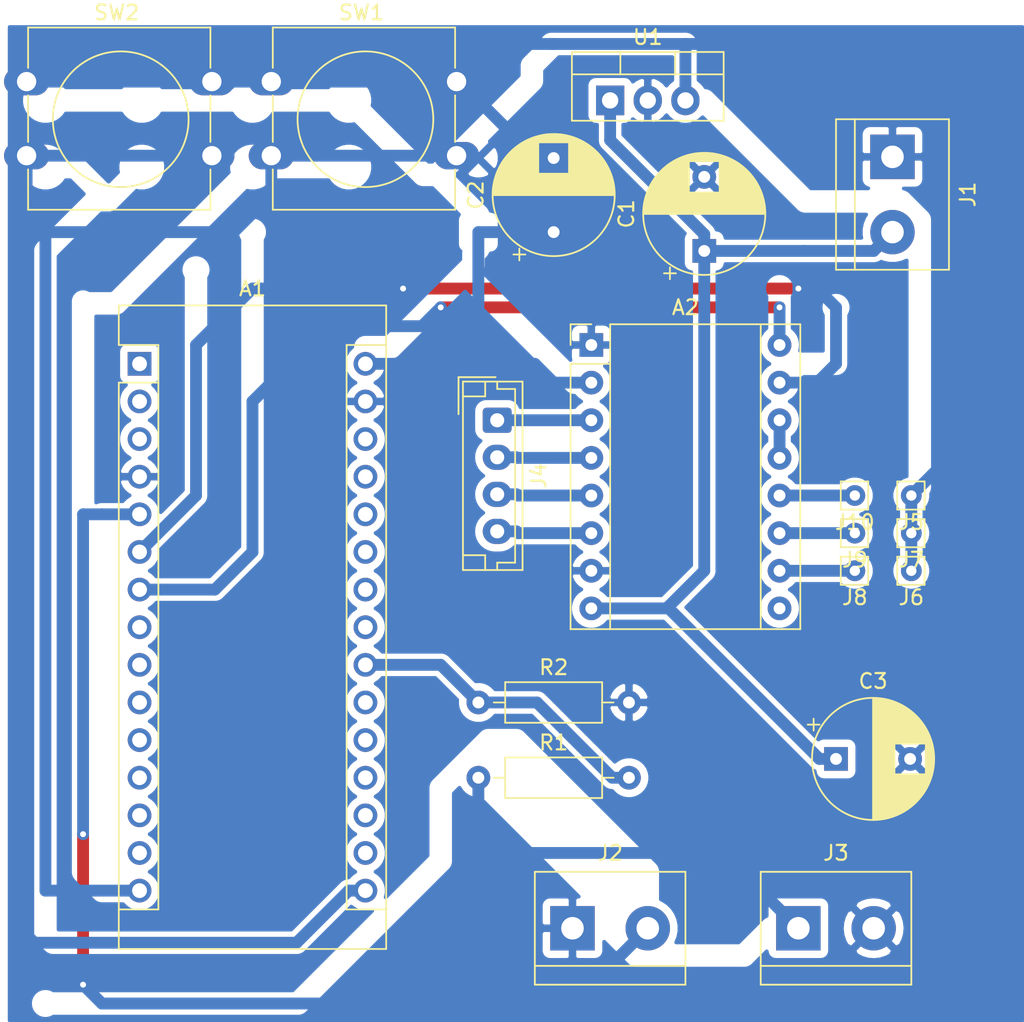
<source format=kicad_pcb>
(kicad_pcb (version 20171130) (host pcbnew 5.1.9)

  (general
    (thickness 1.6)
    (drawings 0)
    (tracks 108)
    (zones 0)
    (modules 20)
    (nets 41)
  )

  (page A4)
  (layers
    (0 F.Cu signal)
    (31 B.Cu signal)
    (32 B.Adhes user)
    (33 F.Adhes user)
    (34 B.Paste user)
    (35 F.Paste user)
    (36 B.SilkS user)
    (37 F.SilkS user)
    (38 B.Mask user)
    (39 F.Mask user)
    (40 Dwgs.User user)
    (41 Cmts.User user)
    (42 Eco1.User user)
    (43 Eco2.User user)
    (44 Edge.Cuts user)
    (45 Margin user)
    (46 B.CrtYd user)
    (47 F.CrtYd user)
    (48 B.Fab user)
    (49 F.Fab user)
  )

  (setup
    (last_trace_width 0.5)
    (user_trace_width 0.5)
    (trace_clearance 0.2)
    (zone_clearance 0.508)
    (zone_45_only no)
    (trace_min 0.2)
    (via_size 0.8)
    (via_drill 0.4)
    (via_min_size 0.4)
    (via_min_drill 0.3)
    (uvia_size 0.3)
    (uvia_drill 0.1)
    (uvias_allowed no)
    (uvia_min_size 0.2)
    (uvia_min_drill 0.1)
    (edge_width 0.05)
    (segment_width 0.2)
    (pcb_text_width 0.3)
    (pcb_text_size 1.5 1.5)
    (mod_edge_width 0.12)
    (mod_text_size 1 1)
    (mod_text_width 0.15)
    (pad_size 1.524 1.524)
    (pad_drill 0.762)
    (pad_to_mask_clearance 0)
    (aux_axis_origin 0 0)
    (visible_elements FFFFFF7F)
    (pcbplotparams
      (layerselection 0x01000_fffffffe)
      (usegerberextensions false)
      (usegerberattributes false)
      (usegerberadvancedattributes false)
      (creategerberjobfile false)
      (excludeedgelayer true)
      (linewidth 0.100000)
      (plotframeref false)
      (viasonmask false)
      (mode 1)
      (useauxorigin false)
      (hpglpennumber 1)
      (hpglpenspeed 20)
      (hpglpendiameter 15.000000)
      (psnegative false)
      (psa4output false)
      (plotreference true)
      (plotvalue true)
      (plotinvisibletext false)
      (padsonsilk false)
      (subtractmaskfromsilk false)
      (outputformat 1)
      (mirror false)
      (drillshape 0)
      (scaleselection 1)
      (outputdirectory ""))
  )

  (net 0 "")
  (net 1 "Net-(A1-Pad1)")
  (net 2 "Net-(A1-Pad17)")
  (net 3 "Net-(A1-Pad2)")
  (net 4 "Net-(A1-Pad18)")
  (net 5 "Net-(A1-Pad3)")
  (net 6 "Net-(A1-Pad19)")
  (net 7 GND)
  (net 8 "Net-(A1-Pad20)")
  (net 9 "Net-(A1-Pad5)")
  (net 10 "Net-(A1-Pad21)")
  (net 11 "Net-(A1-Pad6)")
  (net 12 "Net-(A1-Pad22)")
  (net 13 "Net-(A1-Pad7)")
  (net 14 "Net-(A1-Pad23)")
  (net 15 "Net-(A1-Pad8)")
  (net 16 "Net-(A1-Pad24)")
  (net 17 "Net-(A1-Pad9)")
  (net 18 "Net-(A1-Pad25)")
  (net 19 "Net-(A1-Pad10)")
  (net 20 "Net-(A1-Pad26)")
  (net 21 "Net-(A1-Pad11)")
  (net 22 "Net-(A1-Pad27)")
  (net 23 "Net-(A1-Pad12)")
  (net 24 "Net-(A1-Pad28)")
  (net 25 "Net-(A1-Pad13)")
  (net 26 "Net-(A1-Pad14)")
  (net 27 +5V)
  (net 28 "Net-(A1-Pad15)")
  (net 29 "Net-(A1-Pad16)")
  (net 30 "Net-(A2-Pad9)")
  (net 31 "Net-(A2-Pad10)")
  (net 32 "Net-(A2-Pad3)")
  (net 33 "Net-(A2-Pad11)")
  (net 34 "Net-(A2-Pad4)")
  (net 35 "Net-(A2-Pad12)")
  (net 36 "Net-(A2-Pad5)")
  (net 37 "Net-(A2-Pad13)")
  (net 38 "Net-(A2-Pad6)")
  (net 39 +12V)
  (net 40 "Net-(J3-Pad1)")

  (net_class Default "This is the default net class."
    (clearance 0.2)
    (trace_width 0.25)
    (via_dia 0.8)
    (via_drill 0.4)
    (uvia_dia 0.3)
    (uvia_drill 0.1)
    (add_net +12V)
    (add_net +5V)
    (add_net GND)
    (add_net "Net-(A1-Pad1)")
    (add_net "Net-(A1-Pad10)")
    (add_net "Net-(A1-Pad11)")
    (add_net "Net-(A1-Pad12)")
    (add_net "Net-(A1-Pad13)")
    (add_net "Net-(A1-Pad14)")
    (add_net "Net-(A1-Pad15)")
    (add_net "Net-(A1-Pad16)")
    (add_net "Net-(A1-Pad17)")
    (add_net "Net-(A1-Pad18)")
    (add_net "Net-(A1-Pad19)")
    (add_net "Net-(A1-Pad2)")
    (add_net "Net-(A1-Pad20)")
    (add_net "Net-(A1-Pad21)")
    (add_net "Net-(A1-Pad22)")
    (add_net "Net-(A1-Pad23)")
    (add_net "Net-(A1-Pad24)")
    (add_net "Net-(A1-Pad25)")
    (add_net "Net-(A1-Pad26)")
    (add_net "Net-(A1-Pad27)")
    (add_net "Net-(A1-Pad28)")
    (add_net "Net-(A1-Pad3)")
    (add_net "Net-(A1-Pad5)")
    (add_net "Net-(A1-Pad6)")
    (add_net "Net-(A1-Pad7)")
    (add_net "Net-(A1-Pad8)")
    (add_net "Net-(A1-Pad9)")
    (add_net "Net-(A2-Pad10)")
    (add_net "Net-(A2-Pad11)")
    (add_net "Net-(A2-Pad12)")
    (add_net "Net-(A2-Pad13)")
    (add_net "Net-(A2-Pad3)")
    (add_net "Net-(A2-Pad4)")
    (add_net "Net-(A2-Pad5)")
    (add_net "Net-(A2-Pad6)")
    (add_net "Net-(A2-Pad9)")
    (add_net "Net-(J3-Pad1)")
  )

  (module Button_Switch_THT:SW_PUSH-12mm (layer F.Cu) (tedit 5D160D14) (tstamp 609396F0)
    (at 110.49 58.42)
    (descr "SW PUSH 12mm https://www.e-switch.com/system/asset/product_line/data_sheet/143/TL1100.pdf")
    (tags "tact sw push 12mm")
    (path /609415B4)
    (fp_text reference SW2 (at 6.08 -4.66) (layer F.SilkS)
      (effects (font (size 1 1) (thickness 0.15)))
    )
    (fp_text value SW_Push_Dual (at 6.62 9.93) (layer F.Fab)
      (effects (font (size 1 1) (thickness 0.15)))
    )
    (fp_text user %R (at 6.35 2.54) (layer F.Fab)
      (effects (font (size 1 1) (thickness 0.15)))
    )
    (fp_line (start 0.25 8.5) (end 12.25 8.5) (layer F.Fab) (width 0.1))
    (fp_line (start 0.25 -3.5) (end 12.25 -3.5) (layer F.Fab) (width 0.1))
    (fp_line (start 12.25 -3.5) (end 12.25 8.5) (layer F.Fab) (width 0.1))
    (fp_line (start 0.1 -3.65) (end 12.4 -3.65) (layer F.SilkS) (width 0.12))
    (fp_line (start 12.4 0.93) (end 12.4 4.07) (layer F.SilkS) (width 0.12))
    (fp_line (start 12.4 8.65) (end 0.1 8.65) (layer F.SilkS) (width 0.12))
    (fp_line (start 0.1 -0.93) (end 0.1 -3.65) (layer F.SilkS) (width 0.12))
    (fp_line (start -1.77 -3.75) (end 14.25 -3.75) (layer F.CrtYd) (width 0.05))
    (fp_line (start -1.77 -3.75) (end -1.77 8.75) (layer F.CrtYd) (width 0.05))
    (fp_line (start 14.25 8.75) (end 14.25 -3.75) (layer F.CrtYd) (width 0.05))
    (fp_line (start 14.25 8.75) (end -1.77 8.75) (layer F.CrtYd) (width 0.05))
    (fp_circle (center 6.35 2.54) (end 10.16 5.08) (layer F.SilkS) (width 0.12))
    (fp_line (start 0.25 -3.5) (end 0.25 8.5) (layer F.Fab) (width 0.1))
    (fp_line (start 0.1 8.65) (end 0.1 5.93) (layer F.SilkS) (width 0.12))
    (fp_line (start 0.1 4.07) (end 0.1 0.93) (layer F.SilkS) (width 0.12))
    (fp_line (start 12.4 5.93) (end 12.4 8.65) (layer F.SilkS) (width 0.12))
    (fp_line (start 12.4 -3.65) (end 12.4 -0.93) (layer F.SilkS) (width 0.12))
    (pad 2 thru_hole oval (at 0 5) (size 3.048 1.85) (drill 1.3) (layers *.Cu *.Mask)
      (net 29 "Net-(A1-Pad16)"))
    (pad 1 thru_hole oval (at 0 0) (size 3.048 1.85) (drill 1.3) (layers *.Cu *.Mask)
      (net 27 +5V))
    (pad 2 thru_hole oval (at 12.5 5) (size 3.048 1.85) (drill 1.3) (layers *.Cu *.Mask)
      (net 29 "Net-(A1-Pad16)"))
    (pad 1 thru_hole oval (at 12.5 0) (size 3.048 1.85) (drill 1.3) (layers *.Cu *.Mask)
      (net 27 +5V))
    (model ${KICAD6_3DMODEL_DIR}/Button_Switch_THT.3dshapes/SW_PUSH-12mm.wrl
      (at (xyz 0 0 0))
      (scale (xyz 1 1 1))
      (rotate (xyz 0 0 0))
    )
  )

  (module Button_Switch_THT:SW_PUSH-12mm (layer F.Cu) (tedit 5D160D14) (tstamp 609396D1)
    (at 127 58.42)
    (descr "SW PUSH 12mm https://www.e-switch.com/system/asset/product_line/data_sheet/143/TL1100.pdf")
    (tags "tact sw push 12mm")
    (path /60942095)
    (fp_text reference SW1 (at 6.08 -4.66) (layer F.SilkS)
      (effects (font (size 1 1) (thickness 0.15)))
    )
    (fp_text value SW_Push_Dual (at 6.62 9.93) (layer F.Fab)
      (effects (font (size 1 1) (thickness 0.15)))
    )
    (fp_text user %R (at 6.35 2.54) (layer F.Fab)
      (effects (font (size 1 1) (thickness 0.15)))
    )
    (fp_line (start 0.25 8.5) (end 12.25 8.5) (layer F.Fab) (width 0.1))
    (fp_line (start 0.25 -3.5) (end 12.25 -3.5) (layer F.Fab) (width 0.1))
    (fp_line (start 12.25 -3.5) (end 12.25 8.5) (layer F.Fab) (width 0.1))
    (fp_line (start 0.1 -3.65) (end 12.4 -3.65) (layer F.SilkS) (width 0.12))
    (fp_line (start 12.4 0.93) (end 12.4 4.07) (layer F.SilkS) (width 0.12))
    (fp_line (start 12.4 8.65) (end 0.1 8.65) (layer F.SilkS) (width 0.12))
    (fp_line (start 0.1 -0.93) (end 0.1 -3.65) (layer F.SilkS) (width 0.12))
    (fp_line (start -1.77 -3.75) (end 14.25 -3.75) (layer F.CrtYd) (width 0.05))
    (fp_line (start -1.77 -3.75) (end -1.77 8.75) (layer F.CrtYd) (width 0.05))
    (fp_line (start 14.25 8.75) (end 14.25 -3.75) (layer F.CrtYd) (width 0.05))
    (fp_line (start 14.25 8.75) (end -1.77 8.75) (layer F.CrtYd) (width 0.05))
    (fp_circle (center 6.35 2.54) (end 10.16 5.08) (layer F.SilkS) (width 0.12))
    (fp_line (start 0.25 -3.5) (end 0.25 8.5) (layer F.Fab) (width 0.1))
    (fp_line (start 0.1 8.65) (end 0.1 5.93) (layer F.SilkS) (width 0.12))
    (fp_line (start 0.1 4.07) (end 0.1 0.93) (layer F.SilkS) (width 0.12))
    (fp_line (start 12.4 5.93) (end 12.4 8.65) (layer F.SilkS) (width 0.12))
    (fp_line (start 12.4 -3.65) (end 12.4 -0.93) (layer F.SilkS) (width 0.12))
    (pad 2 thru_hole oval (at 0 5) (size 3.048 1.85) (drill 1.3) (layers *.Cu *.Mask)
      (net 28 "Net-(A1-Pad15)"))
    (pad 1 thru_hole oval (at 0 0) (size 3.048 1.85) (drill 1.3) (layers *.Cu *.Mask)
      (net 27 +5V))
    (pad 2 thru_hole oval (at 12.5 5) (size 3.048 1.85) (drill 1.3) (layers *.Cu *.Mask)
      (net 28 "Net-(A1-Pad15)"))
    (pad 1 thru_hole oval (at 12.5 0) (size 3.048 1.85) (drill 1.3) (layers *.Cu *.Mask)
      (net 27 +5V))
    (model ${KICAD6_3DMODEL_DIR}/Button_Switch_THT.3dshapes/SW_PUSH-12mm.wrl
      (at (xyz 0 0 0))
      (scale (xyz 1 1 1))
      (rotate (xyz 0 0 0))
    )
  )

  (module Connector_Pin:Pin_D0.7mm_L6.5mm_W1.8mm_FlatFork (layer F.Cu) (tedit 5A1DC084) (tstamp 6093B8FF)
    (at 166.37 86.36)
    (descr "solder Pin_ with flat fork, hole diameter 0.7mm, length 6.5mm, width 1.8mm")
    (tags "solder Pin_ with flat fork")
    (path /609F36FC)
    (fp_text reference J10 (at 0 1.8) (layer F.SilkS)
      (effects (font (size 1 1) (thickness 0.15)))
    )
    (fp_text value Conn_01x01_Male (at 0 -1.8) (layer F.Fab)
      (effects (font (size 1 1) (thickness 0.15)))
    )
    (fp_line (start 1.35 1.2) (end -1.4 1.2) (layer F.CrtYd) (width 0.05))
    (fp_line (start 1.35 1.2) (end 1.35 -1.2) (layer F.CrtYd) (width 0.05))
    (fp_line (start -1.4 -1.2) (end -1.4 1.2) (layer F.CrtYd) (width 0.05))
    (fp_line (start -1.4 -1.2) (end 1.35 -1.2) (layer F.CrtYd) (width 0.05))
    (fp_line (start -0.9 0.25) (end -0.9 -0.25) (layer F.Fab) (width 0.12))
    (fp_line (start 0.85 0.25) (end -0.9 0.25) (layer F.Fab) (width 0.12))
    (fp_line (start 0.85 -0.25) (end 0.85 0.25) (layer F.Fab) (width 0.12))
    (fp_line (start -0.9 -0.25) (end 0.85 -0.25) (layer F.Fab) (width 0.12))
    (fp_line (start 0.9 -0.95) (end -0.95 -0.95) (layer F.SilkS) (width 0.12))
    (fp_line (start 0.9 -0.9) (end 0.9 -0.95) (layer F.SilkS) (width 0.12))
    (fp_line (start 0.9 0.95) (end 0.9 -0.9) (layer F.SilkS) (width 0.12))
    (fp_line (start -0.95 0.95) (end 0.9 0.95) (layer F.SilkS) (width 0.12))
    (fp_line (start -0.95 -0.95) (end -0.95 0.95) (layer F.SilkS) (width 0.12))
    (fp_text user %R (at 0 1.8) (layer F.Fab)
      (effects (font (size 1 1) (thickness 0.15)))
    )
    (pad 1 thru_hole circle (at 0 0) (size 1.4 1.4) (drill 0.7) (layers *.Cu *.Mask)
      (net 35 "Net-(A2-Pad12)"))
    (model ${KICAD6_3DMODEL_DIR}/Connector_Pin.3dshapes/Pin_D0.7mm_L6.5mm_W1.8mm_FlatFork.wrl
      (at (xyz 0 0 0))
      (scale (xyz 1 1 1))
      (rotate (xyz 0 0 0))
    )
  )

  (module Connector_Pin:Pin_D0.7mm_L6.5mm_W1.8mm_FlatFork (layer F.Cu) (tedit 5A1DC084) (tstamp 6093B8EC)
    (at 166.37 88.9)
    (descr "solder Pin_ with flat fork, hole diameter 0.7mm, length 6.5mm, width 1.8mm")
    (tags "solder Pin_ with flat fork")
    (path /609F30AB)
    (fp_text reference J9 (at 0 1.8) (layer F.SilkS)
      (effects (font (size 1 1) (thickness 0.15)))
    )
    (fp_text value Conn_01x01_Male (at 0 -1.8) (layer F.Fab)
      (effects (font (size 1 1) (thickness 0.15)))
    )
    (fp_line (start 1.35 1.2) (end -1.4 1.2) (layer F.CrtYd) (width 0.05))
    (fp_line (start 1.35 1.2) (end 1.35 -1.2) (layer F.CrtYd) (width 0.05))
    (fp_line (start -1.4 -1.2) (end -1.4 1.2) (layer F.CrtYd) (width 0.05))
    (fp_line (start -1.4 -1.2) (end 1.35 -1.2) (layer F.CrtYd) (width 0.05))
    (fp_line (start -0.9 0.25) (end -0.9 -0.25) (layer F.Fab) (width 0.12))
    (fp_line (start 0.85 0.25) (end -0.9 0.25) (layer F.Fab) (width 0.12))
    (fp_line (start 0.85 -0.25) (end 0.85 0.25) (layer F.Fab) (width 0.12))
    (fp_line (start -0.9 -0.25) (end 0.85 -0.25) (layer F.Fab) (width 0.12))
    (fp_line (start 0.9 -0.95) (end -0.95 -0.95) (layer F.SilkS) (width 0.12))
    (fp_line (start 0.9 -0.9) (end 0.9 -0.95) (layer F.SilkS) (width 0.12))
    (fp_line (start 0.9 0.95) (end 0.9 -0.9) (layer F.SilkS) (width 0.12))
    (fp_line (start -0.95 0.95) (end 0.9 0.95) (layer F.SilkS) (width 0.12))
    (fp_line (start -0.95 -0.95) (end -0.95 0.95) (layer F.SilkS) (width 0.12))
    (fp_text user %R (at 0 1.8) (layer F.Fab)
      (effects (font (size 1 1) (thickness 0.15)))
    )
    (pad 1 thru_hole circle (at 0 0) (size 1.4 1.4) (drill 0.7) (layers *.Cu *.Mask)
      (net 33 "Net-(A2-Pad11)"))
    (model ${KICAD6_3DMODEL_DIR}/Connector_Pin.3dshapes/Pin_D0.7mm_L6.5mm_W1.8mm_FlatFork.wrl
      (at (xyz 0 0 0))
      (scale (xyz 1 1 1))
      (rotate (xyz 0 0 0))
    )
  )

  (module Connector_Pin:Pin_D0.7mm_L6.5mm_W1.8mm_FlatFork (layer F.Cu) (tedit 5A1DC084) (tstamp 6093B8D9)
    (at 166.37 91.44)
    (descr "solder Pin_ with flat fork, hole diameter 0.7mm, length 6.5mm, width 1.8mm")
    (tags "solder Pin_ with flat fork")
    (path /609F29D5)
    (fp_text reference J8 (at 0 1.8) (layer F.SilkS)
      (effects (font (size 1 1) (thickness 0.15)))
    )
    (fp_text value Conn_01x01_Male (at 0 -1.8) (layer F.Fab)
      (effects (font (size 1 1) (thickness 0.15)))
    )
    (fp_line (start 1.35 1.2) (end -1.4 1.2) (layer F.CrtYd) (width 0.05))
    (fp_line (start 1.35 1.2) (end 1.35 -1.2) (layer F.CrtYd) (width 0.05))
    (fp_line (start -1.4 -1.2) (end -1.4 1.2) (layer F.CrtYd) (width 0.05))
    (fp_line (start -1.4 -1.2) (end 1.35 -1.2) (layer F.CrtYd) (width 0.05))
    (fp_line (start -0.9 0.25) (end -0.9 -0.25) (layer F.Fab) (width 0.12))
    (fp_line (start 0.85 0.25) (end -0.9 0.25) (layer F.Fab) (width 0.12))
    (fp_line (start 0.85 -0.25) (end 0.85 0.25) (layer F.Fab) (width 0.12))
    (fp_line (start -0.9 -0.25) (end 0.85 -0.25) (layer F.Fab) (width 0.12))
    (fp_line (start 0.9 -0.95) (end -0.95 -0.95) (layer F.SilkS) (width 0.12))
    (fp_line (start 0.9 -0.9) (end 0.9 -0.95) (layer F.SilkS) (width 0.12))
    (fp_line (start 0.9 0.95) (end 0.9 -0.9) (layer F.SilkS) (width 0.12))
    (fp_line (start -0.95 0.95) (end 0.9 0.95) (layer F.SilkS) (width 0.12))
    (fp_line (start -0.95 -0.95) (end -0.95 0.95) (layer F.SilkS) (width 0.12))
    (fp_text user %R (at 0 1.8) (layer F.Fab)
      (effects (font (size 1 1) (thickness 0.15)))
    )
    (pad 1 thru_hole circle (at 0 0) (size 1.4 1.4) (drill 0.7) (layers *.Cu *.Mask)
      (net 31 "Net-(A2-Pad10)"))
    (model ${KICAD6_3DMODEL_DIR}/Connector_Pin.3dshapes/Pin_D0.7mm_L6.5mm_W1.8mm_FlatFork.wrl
      (at (xyz 0 0 0))
      (scale (xyz 1 1 1))
      (rotate (xyz 0 0 0))
    )
  )

  (module Connector_Pin:Pin_D0.7mm_L6.5mm_W1.8mm_FlatFork (layer F.Cu) (tedit 5A1DC084) (tstamp 6093B8C6)
    (at 170.18 88.9)
    (descr "solder Pin_ with flat fork, hole diameter 0.7mm, length 6.5mm, width 1.8mm")
    (tags "solder Pin_ with flat fork")
    (path /609F4BDD)
    (fp_text reference J7 (at 0 1.8) (layer F.SilkS)
      (effects (font (size 1 1) (thickness 0.15)))
    )
    (fp_text value Conn_01x01_Male (at 0 -1.8) (layer F.Fab)
      (effects (font (size 1 1) (thickness 0.15)))
    )
    (fp_line (start 1.35 1.2) (end -1.4 1.2) (layer F.CrtYd) (width 0.05))
    (fp_line (start 1.35 1.2) (end 1.35 -1.2) (layer F.CrtYd) (width 0.05))
    (fp_line (start -1.4 -1.2) (end -1.4 1.2) (layer F.CrtYd) (width 0.05))
    (fp_line (start -1.4 -1.2) (end 1.35 -1.2) (layer F.CrtYd) (width 0.05))
    (fp_line (start -0.9 0.25) (end -0.9 -0.25) (layer F.Fab) (width 0.12))
    (fp_line (start 0.85 0.25) (end -0.9 0.25) (layer F.Fab) (width 0.12))
    (fp_line (start 0.85 -0.25) (end 0.85 0.25) (layer F.Fab) (width 0.12))
    (fp_line (start -0.9 -0.25) (end 0.85 -0.25) (layer F.Fab) (width 0.12))
    (fp_line (start 0.9 -0.95) (end -0.95 -0.95) (layer F.SilkS) (width 0.12))
    (fp_line (start 0.9 -0.9) (end 0.9 -0.95) (layer F.SilkS) (width 0.12))
    (fp_line (start 0.9 0.95) (end 0.9 -0.9) (layer F.SilkS) (width 0.12))
    (fp_line (start -0.95 0.95) (end 0.9 0.95) (layer F.SilkS) (width 0.12))
    (fp_line (start -0.95 -0.95) (end -0.95 0.95) (layer F.SilkS) (width 0.12))
    (fp_text user %R (at 0 1.8) (layer F.Fab)
      (effects (font (size 1 1) (thickness 0.15)))
    )
    (pad 1 thru_hole circle (at 0 0) (size 1.4 1.4) (drill 0.7) (layers *.Cu *.Mask)
      (net 27 +5V))
    (model ${KICAD6_3DMODEL_DIR}/Connector_Pin.3dshapes/Pin_D0.7mm_L6.5mm_W1.8mm_FlatFork.wrl
      (at (xyz 0 0 0))
      (scale (xyz 1 1 1))
      (rotate (xyz 0 0 0))
    )
  )

  (module Connector_Pin:Pin_D0.7mm_L6.5mm_W1.8mm_FlatFork (layer F.Cu) (tedit 5A1DC084) (tstamp 6093B8B3)
    (at 170.18 91.44)
    (descr "solder Pin_ with flat fork, hole diameter 0.7mm, length 6.5mm, width 1.8mm")
    (tags "solder Pin_ with flat fork")
    (path /609F414A)
    (fp_text reference J6 (at 0 1.8) (layer F.SilkS)
      (effects (font (size 1 1) (thickness 0.15)))
    )
    (fp_text value Conn_01x01_Male (at 0 -1.8) (layer F.Fab)
      (effects (font (size 1 1) (thickness 0.15)))
    )
    (fp_line (start 1.35 1.2) (end -1.4 1.2) (layer F.CrtYd) (width 0.05))
    (fp_line (start 1.35 1.2) (end 1.35 -1.2) (layer F.CrtYd) (width 0.05))
    (fp_line (start -1.4 -1.2) (end -1.4 1.2) (layer F.CrtYd) (width 0.05))
    (fp_line (start -1.4 -1.2) (end 1.35 -1.2) (layer F.CrtYd) (width 0.05))
    (fp_line (start -0.9 0.25) (end -0.9 -0.25) (layer F.Fab) (width 0.12))
    (fp_line (start 0.85 0.25) (end -0.9 0.25) (layer F.Fab) (width 0.12))
    (fp_line (start 0.85 -0.25) (end 0.85 0.25) (layer F.Fab) (width 0.12))
    (fp_line (start -0.9 -0.25) (end 0.85 -0.25) (layer F.Fab) (width 0.12))
    (fp_line (start 0.9 -0.95) (end -0.95 -0.95) (layer F.SilkS) (width 0.12))
    (fp_line (start 0.9 -0.9) (end 0.9 -0.95) (layer F.SilkS) (width 0.12))
    (fp_line (start 0.9 0.95) (end 0.9 -0.9) (layer F.SilkS) (width 0.12))
    (fp_line (start -0.95 0.95) (end 0.9 0.95) (layer F.SilkS) (width 0.12))
    (fp_line (start -0.95 -0.95) (end -0.95 0.95) (layer F.SilkS) (width 0.12))
    (fp_text user %R (at 0 1.8) (layer F.Fab)
      (effects (font (size 1 1) (thickness 0.15)))
    )
    (pad 1 thru_hole circle (at 0 0) (size 1.4 1.4) (drill 0.7) (layers *.Cu *.Mask)
      (net 27 +5V))
    (model ${KICAD6_3DMODEL_DIR}/Connector_Pin.3dshapes/Pin_D0.7mm_L6.5mm_W1.8mm_FlatFork.wrl
      (at (xyz 0 0 0))
      (scale (xyz 1 1 1))
      (rotate (xyz 0 0 0))
    )
  )

  (module Connector_Pin:Pin_D0.7mm_L6.5mm_W1.8mm_FlatFork (layer F.Cu) (tedit 5A1DC084) (tstamp 6093B8A0)
    (at 170.18 86.36)
    (descr "solder Pin_ with flat fork, hole diameter 0.7mm, length 6.5mm, width 1.8mm")
    (tags "solder Pin_ with flat fork")
    (path /609F3D4F)
    (fp_text reference J5 (at 0 1.8) (layer F.SilkS)
      (effects (font (size 1 1) (thickness 0.15)))
    )
    (fp_text value Conn_01x01_Male (at 0 -1.8) (layer F.Fab)
      (effects (font (size 1 1) (thickness 0.15)))
    )
    (fp_line (start 1.35 1.2) (end -1.4 1.2) (layer F.CrtYd) (width 0.05))
    (fp_line (start 1.35 1.2) (end 1.35 -1.2) (layer F.CrtYd) (width 0.05))
    (fp_line (start -1.4 -1.2) (end -1.4 1.2) (layer F.CrtYd) (width 0.05))
    (fp_line (start -1.4 -1.2) (end 1.35 -1.2) (layer F.CrtYd) (width 0.05))
    (fp_line (start -0.9 0.25) (end -0.9 -0.25) (layer F.Fab) (width 0.12))
    (fp_line (start 0.85 0.25) (end -0.9 0.25) (layer F.Fab) (width 0.12))
    (fp_line (start 0.85 -0.25) (end 0.85 0.25) (layer F.Fab) (width 0.12))
    (fp_line (start -0.9 -0.25) (end 0.85 -0.25) (layer F.Fab) (width 0.12))
    (fp_line (start 0.9 -0.95) (end -0.95 -0.95) (layer F.SilkS) (width 0.12))
    (fp_line (start 0.9 -0.9) (end 0.9 -0.95) (layer F.SilkS) (width 0.12))
    (fp_line (start 0.9 0.95) (end 0.9 -0.9) (layer F.SilkS) (width 0.12))
    (fp_line (start -0.95 0.95) (end 0.9 0.95) (layer F.SilkS) (width 0.12))
    (fp_line (start -0.95 -0.95) (end -0.95 0.95) (layer F.SilkS) (width 0.12))
    (fp_text user %R (at 0 1.8) (layer F.Fab)
      (effects (font (size 1 1) (thickness 0.15)))
    )
    (pad 1 thru_hole circle (at 0 0) (size 1.4 1.4) (drill 0.7) (layers *.Cu *.Mask)
      (net 27 +5V))
    (model ${KICAD6_3DMODEL_DIR}/Connector_Pin.3dshapes/Pin_D0.7mm_L6.5mm_W1.8mm_FlatFork.wrl
      (at (xyz 0 0 0))
      (scale (xyz 1 1 1))
      (rotate (xyz 0 0 0))
    )
  )

  (module Package_TO_SOT_THT:TO-220-3_Vertical (layer F.Cu) (tedit 5AC8BA0D) (tstamp 6093970A)
    (at 149.86 59.69)
    (descr "TO-220-3, Vertical, RM 2.54mm, see https://www.vishay.com/docs/66542/to-220-1.pdf")
    (tags "TO-220-3 Vertical RM 2.54mm")
    (path /60935A3F)
    (fp_text reference U1 (at 2.54 -4.27) (layer F.SilkS)
      (effects (font (size 1 1) (thickness 0.15)))
    )
    (fp_text value L7805 (at 2.54 2.5) (layer F.Fab)
      (effects (font (size 1 1) (thickness 0.15)))
    )
    (fp_line (start 7.79 -3.4) (end -2.71 -3.4) (layer F.CrtYd) (width 0.05))
    (fp_line (start 7.79 1.51) (end 7.79 -3.4) (layer F.CrtYd) (width 0.05))
    (fp_line (start -2.71 1.51) (end 7.79 1.51) (layer F.CrtYd) (width 0.05))
    (fp_line (start -2.71 -3.4) (end -2.71 1.51) (layer F.CrtYd) (width 0.05))
    (fp_line (start 4.391 -3.27) (end 4.391 -1.76) (layer F.SilkS) (width 0.12))
    (fp_line (start 0.69 -3.27) (end 0.69 -1.76) (layer F.SilkS) (width 0.12))
    (fp_line (start -2.58 -1.76) (end 7.66 -1.76) (layer F.SilkS) (width 0.12))
    (fp_line (start 7.66 -3.27) (end 7.66 1.371) (layer F.SilkS) (width 0.12))
    (fp_line (start -2.58 -3.27) (end -2.58 1.371) (layer F.SilkS) (width 0.12))
    (fp_line (start -2.58 1.371) (end 7.66 1.371) (layer F.SilkS) (width 0.12))
    (fp_line (start -2.58 -3.27) (end 7.66 -3.27) (layer F.SilkS) (width 0.12))
    (fp_line (start 4.39 -3.15) (end 4.39 -1.88) (layer F.Fab) (width 0.1))
    (fp_line (start 0.69 -3.15) (end 0.69 -1.88) (layer F.Fab) (width 0.1))
    (fp_line (start -2.46 -1.88) (end 7.54 -1.88) (layer F.Fab) (width 0.1))
    (fp_line (start 7.54 -3.15) (end -2.46 -3.15) (layer F.Fab) (width 0.1))
    (fp_line (start 7.54 1.25) (end 7.54 -3.15) (layer F.Fab) (width 0.1))
    (fp_line (start -2.46 1.25) (end 7.54 1.25) (layer F.Fab) (width 0.1))
    (fp_line (start -2.46 -3.15) (end -2.46 1.25) (layer F.Fab) (width 0.1))
    (fp_text user %R (at 2.54 -4.27) (layer F.Fab)
      (effects (font (size 1 1) (thickness 0.15)))
    )
    (pad 3 thru_hole oval (at 5.08 0) (size 1.905 2) (drill 1.1) (layers *.Cu *.Mask)
      (net 27 +5V))
    (pad 2 thru_hole oval (at 2.54 0) (size 1.905 2) (drill 1.1) (layers *.Cu *.Mask)
      (net 7 GND))
    (pad 1 thru_hole rect (at 0 0) (size 1.905 2) (drill 1.1) (layers *.Cu *.Mask)
      (net 39 +12V))
    (model ${KICAD6_3DMODEL_DIR}/Package_TO_SOT_THT.3dshapes/TO-220-3_Vertical.wrl
      (at (xyz 0 0 0))
      (scale (xyz 1 1 1))
      (rotate (xyz 0 0 0))
    )
  )

  (module Resistor_THT:R_Axial_DIN0207_L6.3mm_D2.5mm_P10.16mm_Horizontal (layer F.Cu) (tedit 5AE5139B) (tstamp 609396B2)
    (at 140.97 100.33)
    (descr "Resistor, Axial_DIN0207 series, Axial, Horizontal, pin pitch=10.16mm, 0.25W = 1/4W, length*diameter=6.3*2.5mm^2, http://cdn-reichelt.de/documents/datenblatt/B400/1_4W%23YAG.pdf")
    (tags "Resistor Axial_DIN0207 series Axial Horizontal pin pitch 10.16mm 0.25W = 1/4W length 6.3mm diameter 2.5mm")
    (path /609B39D4)
    (fp_text reference R2 (at 5.08 -2.37) (layer F.SilkS)
      (effects (font (size 1 1) (thickness 0.15)))
    )
    (fp_text value R (at 5.08 2.37) (layer F.Fab)
      (effects (font (size 1 1) (thickness 0.15)))
    )
    (fp_line (start 11.21 -1.5) (end -1.05 -1.5) (layer F.CrtYd) (width 0.05))
    (fp_line (start 11.21 1.5) (end 11.21 -1.5) (layer F.CrtYd) (width 0.05))
    (fp_line (start -1.05 1.5) (end 11.21 1.5) (layer F.CrtYd) (width 0.05))
    (fp_line (start -1.05 -1.5) (end -1.05 1.5) (layer F.CrtYd) (width 0.05))
    (fp_line (start 9.12 0) (end 8.35 0) (layer F.SilkS) (width 0.12))
    (fp_line (start 1.04 0) (end 1.81 0) (layer F.SilkS) (width 0.12))
    (fp_line (start 8.35 -1.37) (end 1.81 -1.37) (layer F.SilkS) (width 0.12))
    (fp_line (start 8.35 1.37) (end 8.35 -1.37) (layer F.SilkS) (width 0.12))
    (fp_line (start 1.81 1.37) (end 8.35 1.37) (layer F.SilkS) (width 0.12))
    (fp_line (start 1.81 -1.37) (end 1.81 1.37) (layer F.SilkS) (width 0.12))
    (fp_line (start 10.16 0) (end 8.23 0) (layer F.Fab) (width 0.1))
    (fp_line (start 0 0) (end 1.93 0) (layer F.Fab) (width 0.1))
    (fp_line (start 8.23 -1.25) (end 1.93 -1.25) (layer F.Fab) (width 0.1))
    (fp_line (start 8.23 1.25) (end 8.23 -1.25) (layer F.Fab) (width 0.1))
    (fp_line (start 1.93 1.25) (end 8.23 1.25) (layer F.Fab) (width 0.1))
    (fp_line (start 1.93 -1.25) (end 1.93 1.25) (layer F.Fab) (width 0.1))
    (fp_text user %R (at 5.08 0) (layer F.Fab)
      (effects (font (size 1 1) (thickness 0.15)))
    )
    (pad 2 thru_hole oval (at 10.16 0) (size 1.6 1.6) (drill 0.8) (layers *.Cu *.Mask)
      (net 7 GND))
    (pad 1 thru_hole circle (at 0 0) (size 1.6 1.6) (drill 0.8) (layers *.Cu *.Mask)
      (net 12 "Net-(A1-Pad22)"))
    (model ${KICAD6_3DMODEL_DIR}/Resistor_THT.3dshapes/R_Axial_DIN0207_L6.3mm_D2.5mm_P10.16mm_Horizontal.wrl
      (at (xyz 0 0 0))
      (scale (xyz 1 1 1))
      (rotate (xyz 0 0 0))
    )
  )

  (module Resistor_THT:R_Axial_DIN0207_L6.3mm_D2.5mm_P10.16mm_Horizontal (layer F.Cu) (tedit 5AE5139B) (tstamp 6093969B)
    (at 140.97 105.41)
    (descr "Resistor, Axial_DIN0207 series, Axial, Horizontal, pin pitch=10.16mm, 0.25W = 1/4W, length*diameter=6.3*2.5mm^2, http://cdn-reichelt.de/documents/datenblatt/B400/1_4W%23YAG.pdf")
    (tags "Resistor Axial_DIN0207 series Axial Horizontal pin pitch 10.16mm 0.25W = 1/4W length 6.3mm diameter 2.5mm")
    (path /609B2CB6)
    (fp_text reference R1 (at 5.08 -2.37) (layer F.SilkS)
      (effects (font (size 1 1) (thickness 0.15)))
    )
    (fp_text value R (at 5.08 2.37) (layer F.Fab)
      (effects (font (size 1 1) (thickness 0.15)))
    )
    (fp_line (start 11.21 -1.5) (end -1.05 -1.5) (layer F.CrtYd) (width 0.05))
    (fp_line (start 11.21 1.5) (end 11.21 -1.5) (layer F.CrtYd) (width 0.05))
    (fp_line (start -1.05 1.5) (end 11.21 1.5) (layer F.CrtYd) (width 0.05))
    (fp_line (start -1.05 -1.5) (end -1.05 1.5) (layer F.CrtYd) (width 0.05))
    (fp_line (start 9.12 0) (end 8.35 0) (layer F.SilkS) (width 0.12))
    (fp_line (start 1.04 0) (end 1.81 0) (layer F.SilkS) (width 0.12))
    (fp_line (start 8.35 -1.37) (end 1.81 -1.37) (layer F.SilkS) (width 0.12))
    (fp_line (start 8.35 1.37) (end 8.35 -1.37) (layer F.SilkS) (width 0.12))
    (fp_line (start 1.81 1.37) (end 8.35 1.37) (layer F.SilkS) (width 0.12))
    (fp_line (start 1.81 -1.37) (end 1.81 1.37) (layer F.SilkS) (width 0.12))
    (fp_line (start 10.16 0) (end 8.23 0) (layer F.Fab) (width 0.1))
    (fp_line (start 0 0) (end 1.93 0) (layer F.Fab) (width 0.1))
    (fp_line (start 8.23 -1.25) (end 1.93 -1.25) (layer F.Fab) (width 0.1))
    (fp_line (start 8.23 1.25) (end 8.23 -1.25) (layer F.Fab) (width 0.1))
    (fp_line (start 1.93 1.25) (end 8.23 1.25) (layer F.Fab) (width 0.1))
    (fp_line (start 1.93 -1.25) (end 1.93 1.25) (layer F.Fab) (width 0.1))
    (fp_text user %R (at 5.08 0) (layer F.Fab)
      (effects (font (size 1 1) (thickness 0.15)))
    )
    (pad 2 thru_hole oval (at 10.16 0) (size 1.6 1.6) (drill 0.8) (layers *.Cu *.Mask)
      (net 12 "Net-(A1-Pad22)"))
    (pad 1 thru_hole circle (at 0 0) (size 1.6 1.6) (drill 0.8) (layers *.Cu *.Mask)
      (net 40 "Net-(J3-Pad1)"))
    (model ${KICAD6_3DMODEL_DIR}/Resistor_THT.3dshapes/R_Axial_DIN0207_L6.3mm_D2.5mm_P10.16mm_Horizontal.wrl
      (at (xyz 0 0 0))
      (scale (xyz 1 1 1))
      (rotate (xyz 0 0 0))
    )
  )

  (module Connector_JST:JST_EH_B4B-EH-A_1x04_P2.50mm_Vertical (layer F.Cu) (tedit 5C28142C) (tstamp 6093964E)
    (at 142.24 81.28 270)
    (descr "JST EH series connector, B4B-EH-A (http://www.jst-mfg.com/product/pdf/eng/eEH.pdf), generated with kicad-footprint-generator")
    (tags "connector JST EH vertical")
    (path /60938A6C)
    (fp_text reference J4 (at 3.75 -2.8 90) (layer F.SilkS)
      (effects (font (size 1 1) (thickness 0.15)))
    )
    (fp_text value Conn_01x04 (at 3.75 3.4 90) (layer F.Fab)
      (effects (font (size 1 1) (thickness 0.15)))
    )
    (fp_line (start -2.91 2.61) (end -0.41 2.61) (layer F.Fab) (width 0.1))
    (fp_line (start -2.91 0.11) (end -2.91 2.61) (layer F.Fab) (width 0.1))
    (fp_line (start -2.91 2.61) (end -0.41 2.61) (layer F.SilkS) (width 0.12))
    (fp_line (start -2.91 0.11) (end -2.91 2.61) (layer F.SilkS) (width 0.12))
    (fp_line (start 9.11 0.81) (end 9.11 2.31) (layer F.SilkS) (width 0.12))
    (fp_line (start 10.11 0.81) (end 9.11 0.81) (layer F.SilkS) (width 0.12))
    (fp_line (start -1.61 0.81) (end -1.61 2.31) (layer F.SilkS) (width 0.12))
    (fp_line (start -2.61 0.81) (end -1.61 0.81) (layer F.SilkS) (width 0.12))
    (fp_line (start 9.61 0) (end 10.11 0) (layer F.SilkS) (width 0.12))
    (fp_line (start 9.61 -1.21) (end 9.61 0) (layer F.SilkS) (width 0.12))
    (fp_line (start -2.11 -1.21) (end 9.61 -1.21) (layer F.SilkS) (width 0.12))
    (fp_line (start -2.11 0) (end -2.11 -1.21) (layer F.SilkS) (width 0.12))
    (fp_line (start -2.61 0) (end -2.11 0) (layer F.SilkS) (width 0.12))
    (fp_line (start 10.11 -1.71) (end -2.61 -1.71) (layer F.SilkS) (width 0.12))
    (fp_line (start 10.11 2.31) (end 10.11 -1.71) (layer F.SilkS) (width 0.12))
    (fp_line (start -2.61 2.31) (end 10.11 2.31) (layer F.SilkS) (width 0.12))
    (fp_line (start -2.61 -1.71) (end -2.61 2.31) (layer F.SilkS) (width 0.12))
    (fp_line (start 10.5 -2.1) (end -3 -2.1) (layer F.CrtYd) (width 0.05))
    (fp_line (start 10.5 2.7) (end 10.5 -2.1) (layer F.CrtYd) (width 0.05))
    (fp_line (start -3 2.7) (end 10.5 2.7) (layer F.CrtYd) (width 0.05))
    (fp_line (start -3 -2.1) (end -3 2.7) (layer F.CrtYd) (width 0.05))
    (fp_line (start 10 -1.6) (end -2.5 -1.6) (layer F.Fab) (width 0.1))
    (fp_line (start 10 2.2) (end 10 -1.6) (layer F.Fab) (width 0.1))
    (fp_line (start -2.5 2.2) (end 10 2.2) (layer F.Fab) (width 0.1))
    (fp_line (start -2.5 -1.6) (end -2.5 2.2) (layer F.Fab) (width 0.1))
    (fp_text user %R (at -1.015302 -1.66 90) (layer F.Fab)
      (effects (font (size 1 1) (thickness 0.15)))
    )
    (pad 4 thru_hole oval (at 7.5 0 270) (size 1.7 1.95) (drill 0.95) (layers *.Cu *.Mask)
      (net 38 "Net-(A2-Pad6)"))
    (pad 3 thru_hole oval (at 5 0 270) (size 1.7 1.95) (drill 0.95) (layers *.Cu *.Mask)
      (net 36 "Net-(A2-Pad5)"))
    (pad 2 thru_hole oval (at 2.5 0 270) (size 1.7 1.95) (drill 0.95) (layers *.Cu *.Mask)
      (net 34 "Net-(A2-Pad4)"))
    (pad 1 thru_hole roundrect (at 0 0 270) (size 1.7 1.95) (drill 0.95) (layers *.Cu *.Mask) (roundrect_rratio 0.1470588235294118)
      (net 32 "Net-(A2-Pad3)"))
    (model ${KICAD6_3DMODEL_DIR}/Connector_JST.3dshapes/JST_EH_B4B-EH-A_1x04_P2.50mm_Vertical.wrl
      (at (xyz 0 0 0))
      (scale (xyz 1 1 1))
      (rotate (xyz 0 0 0))
    )
  )

  (module TerminalBlock:TerminalBlock_bornier-2_P5.08mm (layer F.Cu) (tedit 59FF03AB) (tstamp 6093962C)
    (at 162.56 115.57)
    (descr "simple 2-pin terminal block, pitch 5.08mm, revamped version of bornier2")
    (tags "terminal block bornier2")
    (path /6093FEC1)
    (fp_text reference J3 (at 2.54 -5.08) (layer F.SilkS)
      (effects (font (size 1 1) (thickness 0.15)))
    )
    (fp_text value Screw_Terminal_01x02 (at 2.54 5.08) (layer F.Fab)
      (effects (font (size 1 1) (thickness 0.15)))
    )
    (fp_line (start 7.79 4) (end -2.71 4) (layer F.CrtYd) (width 0.05))
    (fp_line (start 7.79 4) (end 7.79 -4) (layer F.CrtYd) (width 0.05))
    (fp_line (start -2.71 -4) (end -2.71 4) (layer F.CrtYd) (width 0.05))
    (fp_line (start -2.71 -4) (end 7.79 -4) (layer F.CrtYd) (width 0.05))
    (fp_line (start -2.54 3.81) (end 7.62 3.81) (layer F.SilkS) (width 0.12))
    (fp_line (start -2.54 -3.81) (end -2.54 3.81) (layer F.SilkS) (width 0.12))
    (fp_line (start 7.62 -3.81) (end -2.54 -3.81) (layer F.SilkS) (width 0.12))
    (fp_line (start 7.62 3.81) (end 7.62 -3.81) (layer F.SilkS) (width 0.12))
    (fp_line (start 7.62 2.54) (end -2.54 2.54) (layer F.SilkS) (width 0.12))
    (fp_line (start 7.54 -3.75) (end -2.46 -3.75) (layer F.Fab) (width 0.1))
    (fp_line (start 7.54 3.75) (end 7.54 -3.75) (layer F.Fab) (width 0.1))
    (fp_line (start -2.46 3.75) (end 7.54 3.75) (layer F.Fab) (width 0.1))
    (fp_line (start -2.46 -3.75) (end -2.46 3.75) (layer F.Fab) (width 0.1))
    (fp_line (start -2.41 2.55) (end 7.49 2.55) (layer F.Fab) (width 0.1))
    (fp_text user %R (at 2.54 0) (layer F.Fab)
      (effects (font (size 1 1) (thickness 0.15)))
    )
    (pad 2 thru_hole circle (at 5.08 0) (size 3 3) (drill 1.52) (layers *.Cu *.Mask)
      (net 7 GND))
    (pad 1 thru_hole rect (at 0 0) (size 3 3) (drill 1.52) (layers *.Cu *.Mask)
      (net 40 "Net-(J3-Pad1)"))
    (model ${KICAD6_3DMODEL_DIR}/TerminalBlock.3dshapes/TerminalBlock_bornier-2_P5.08mm.wrl
      (offset (xyz 2.539999961853027 0 0))
      (scale (xyz 1 1 1))
      (rotate (xyz 0 0 0))
    )
  )

  (module TerminalBlock:TerminalBlock_bornier-2_P5.08mm (layer F.Cu) (tedit 59FF03AB) (tstamp 60939617)
    (at 147.32 115.57)
    (descr "simple 2-pin terminal block, pitch 5.08mm, revamped version of bornier2")
    (tags "terminal block bornier2")
    (path /6093AD84)
    (fp_text reference J2 (at 2.54 -5.08) (layer F.SilkS)
      (effects (font (size 1 1) (thickness 0.15)))
    )
    (fp_text value Screw_Terminal_01x02 (at 2.54 5.08) (layer F.Fab)
      (effects (font (size 1 1) (thickness 0.15)))
    )
    (fp_line (start 7.79 4) (end -2.71 4) (layer F.CrtYd) (width 0.05))
    (fp_line (start 7.79 4) (end 7.79 -4) (layer F.CrtYd) (width 0.05))
    (fp_line (start -2.71 -4) (end -2.71 4) (layer F.CrtYd) (width 0.05))
    (fp_line (start -2.71 -4) (end 7.79 -4) (layer F.CrtYd) (width 0.05))
    (fp_line (start -2.54 3.81) (end 7.62 3.81) (layer F.SilkS) (width 0.12))
    (fp_line (start -2.54 -3.81) (end -2.54 3.81) (layer F.SilkS) (width 0.12))
    (fp_line (start 7.62 -3.81) (end -2.54 -3.81) (layer F.SilkS) (width 0.12))
    (fp_line (start 7.62 3.81) (end 7.62 -3.81) (layer F.SilkS) (width 0.12))
    (fp_line (start 7.62 2.54) (end -2.54 2.54) (layer F.SilkS) (width 0.12))
    (fp_line (start 7.54 -3.75) (end -2.46 -3.75) (layer F.Fab) (width 0.1))
    (fp_line (start 7.54 3.75) (end 7.54 -3.75) (layer F.Fab) (width 0.1))
    (fp_line (start -2.46 3.75) (end 7.54 3.75) (layer F.Fab) (width 0.1))
    (fp_line (start -2.46 -3.75) (end -2.46 3.75) (layer F.Fab) (width 0.1))
    (fp_line (start -2.41 2.55) (end 7.49 2.55) (layer F.Fab) (width 0.1))
    (fp_text user %R (at 2.54 0) (layer F.Fab)
      (effects (font (size 1 1) (thickness 0.15)))
    )
    (pad 2 thru_hole circle (at 5.08 0) (size 3 3) (drill 1.52) (layers *.Cu *.Mask)
      (net 9 "Net-(A1-Pad5)"))
    (pad 1 thru_hole rect (at 0 0) (size 3 3) (drill 1.52) (layers *.Cu *.Mask)
      (net 7 GND))
    (model ${KICAD6_3DMODEL_DIR}/TerminalBlock.3dshapes/TerminalBlock_bornier-2_P5.08mm.wrl
      (offset (xyz 2.539999961853027 0 0))
      (scale (xyz 1 1 1))
      (rotate (xyz 0 0 0))
    )
  )

  (module TerminalBlock:TerminalBlock_bornier-2_P5.08mm (layer F.Cu) (tedit 59FF03AB) (tstamp 60939602)
    (at 168.91 63.5 270)
    (descr "simple 2-pin terminal block, pitch 5.08mm, revamped version of bornier2")
    (tags "terminal block bornier2")
    (path /6093A4C0)
    (fp_text reference J1 (at 2.54 -5.08 90) (layer F.SilkS)
      (effects (font (size 1 1) (thickness 0.15)))
    )
    (fp_text value Screw_Terminal_01x02 (at 2.54 5.08 90) (layer F.Fab)
      (effects (font (size 1 1) (thickness 0.15)))
    )
    (fp_line (start 7.79 4) (end -2.71 4) (layer F.CrtYd) (width 0.05))
    (fp_line (start 7.79 4) (end 7.79 -4) (layer F.CrtYd) (width 0.05))
    (fp_line (start -2.71 -4) (end -2.71 4) (layer F.CrtYd) (width 0.05))
    (fp_line (start -2.71 -4) (end 7.79 -4) (layer F.CrtYd) (width 0.05))
    (fp_line (start -2.54 3.81) (end 7.62 3.81) (layer F.SilkS) (width 0.12))
    (fp_line (start -2.54 -3.81) (end -2.54 3.81) (layer F.SilkS) (width 0.12))
    (fp_line (start 7.62 -3.81) (end -2.54 -3.81) (layer F.SilkS) (width 0.12))
    (fp_line (start 7.62 3.81) (end 7.62 -3.81) (layer F.SilkS) (width 0.12))
    (fp_line (start 7.62 2.54) (end -2.54 2.54) (layer F.SilkS) (width 0.12))
    (fp_line (start 7.54 -3.75) (end -2.46 -3.75) (layer F.Fab) (width 0.1))
    (fp_line (start 7.54 3.75) (end 7.54 -3.75) (layer F.Fab) (width 0.1))
    (fp_line (start -2.46 3.75) (end 7.54 3.75) (layer F.Fab) (width 0.1))
    (fp_line (start -2.46 -3.75) (end -2.46 3.75) (layer F.Fab) (width 0.1))
    (fp_line (start -2.41 2.55) (end 7.49 2.55) (layer F.Fab) (width 0.1))
    (fp_text user %R (at 2.54 0 90) (layer F.Fab)
      (effects (font (size 1 1) (thickness 0.15)))
    )
    (pad 2 thru_hole circle (at 5.08 0 270) (size 3 3) (drill 1.52) (layers *.Cu *.Mask)
      (net 39 +12V))
    (pad 1 thru_hole rect (at 0 0 270) (size 3 3) (drill 1.52) (layers *.Cu *.Mask)
      (net 7 GND))
    (model ${KICAD6_3DMODEL_DIR}/TerminalBlock.3dshapes/TerminalBlock_bornier-2_P5.08mm.wrl
      (offset (xyz 2.539999961853027 0 0))
      (scale (xyz 1 1 1))
      (rotate (xyz 0 0 0))
    )
  )

  (module Capacitor_THT:CP_Radial_D8.0mm_P5.00mm (layer F.Cu) (tedit 5AE50EF0) (tstamp 609395ED)
    (at 165.1 104.14)
    (descr "CP, Radial series, Radial, pin pitch=5.00mm, , diameter=8mm, Electrolytic Capacitor")
    (tags "CP Radial series Radial pin pitch 5.00mm  diameter 8mm Electrolytic Capacitor")
    (path /609675D5)
    (fp_text reference C3 (at 2.5 -5.25) (layer F.SilkS)
      (effects (font (size 1 1) (thickness 0.15)))
    )
    (fp_text value CAP (at 2.5 5.25) (layer F.Fab)
      (effects (font (size 1 1) (thickness 0.15)))
    )
    (fp_line (start -1.509698 -2.715) (end -1.509698 -1.915) (layer F.SilkS) (width 0.12))
    (fp_line (start -1.909698 -2.315) (end -1.109698 -2.315) (layer F.SilkS) (width 0.12))
    (fp_line (start 6.581 -0.533) (end 6.581 0.533) (layer F.SilkS) (width 0.12))
    (fp_line (start 6.541 -0.768) (end 6.541 0.768) (layer F.SilkS) (width 0.12))
    (fp_line (start 6.501 -0.948) (end 6.501 0.948) (layer F.SilkS) (width 0.12))
    (fp_line (start 6.461 -1.098) (end 6.461 1.098) (layer F.SilkS) (width 0.12))
    (fp_line (start 6.421 -1.229) (end 6.421 1.229) (layer F.SilkS) (width 0.12))
    (fp_line (start 6.381 -1.346) (end 6.381 1.346) (layer F.SilkS) (width 0.12))
    (fp_line (start 6.341 -1.453) (end 6.341 1.453) (layer F.SilkS) (width 0.12))
    (fp_line (start 6.301 -1.552) (end 6.301 1.552) (layer F.SilkS) (width 0.12))
    (fp_line (start 6.261 -1.645) (end 6.261 1.645) (layer F.SilkS) (width 0.12))
    (fp_line (start 6.221 -1.731) (end 6.221 1.731) (layer F.SilkS) (width 0.12))
    (fp_line (start 6.181 -1.813) (end 6.181 1.813) (layer F.SilkS) (width 0.12))
    (fp_line (start 6.141 -1.89) (end 6.141 1.89) (layer F.SilkS) (width 0.12))
    (fp_line (start 6.101 -1.964) (end 6.101 1.964) (layer F.SilkS) (width 0.12))
    (fp_line (start 6.061 -2.034) (end 6.061 2.034) (layer F.SilkS) (width 0.12))
    (fp_line (start 6.021 1.04) (end 6.021 2.102) (layer F.SilkS) (width 0.12))
    (fp_line (start 6.021 -2.102) (end 6.021 -1.04) (layer F.SilkS) (width 0.12))
    (fp_line (start 5.981 1.04) (end 5.981 2.166) (layer F.SilkS) (width 0.12))
    (fp_line (start 5.981 -2.166) (end 5.981 -1.04) (layer F.SilkS) (width 0.12))
    (fp_line (start 5.941 1.04) (end 5.941 2.228) (layer F.SilkS) (width 0.12))
    (fp_line (start 5.941 -2.228) (end 5.941 -1.04) (layer F.SilkS) (width 0.12))
    (fp_line (start 5.901 1.04) (end 5.901 2.287) (layer F.SilkS) (width 0.12))
    (fp_line (start 5.901 -2.287) (end 5.901 -1.04) (layer F.SilkS) (width 0.12))
    (fp_line (start 5.861 1.04) (end 5.861 2.345) (layer F.SilkS) (width 0.12))
    (fp_line (start 5.861 -2.345) (end 5.861 -1.04) (layer F.SilkS) (width 0.12))
    (fp_line (start 5.821 1.04) (end 5.821 2.4) (layer F.SilkS) (width 0.12))
    (fp_line (start 5.821 -2.4) (end 5.821 -1.04) (layer F.SilkS) (width 0.12))
    (fp_line (start 5.781 1.04) (end 5.781 2.454) (layer F.SilkS) (width 0.12))
    (fp_line (start 5.781 -2.454) (end 5.781 -1.04) (layer F.SilkS) (width 0.12))
    (fp_line (start 5.741 1.04) (end 5.741 2.505) (layer F.SilkS) (width 0.12))
    (fp_line (start 5.741 -2.505) (end 5.741 -1.04) (layer F.SilkS) (width 0.12))
    (fp_line (start 5.701 1.04) (end 5.701 2.556) (layer F.SilkS) (width 0.12))
    (fp_line (start 5.701 -2.556) (end 5.701 -1.04) (layer F.SilkS) (width 0.12))
    (fp_line (start 5.661 1.04) (end 5.661 2.604) (layer F.SilkS) (width 0.12))
    (fp_line (start 5.661 -2.604) (end 5.661 -1.04) (layer F.SilkS) (width 0.12))
    (fp_line (start 5.621 1.04) (end 5.621 2.651) (layer F.SilkS) (width 0.12))
    (fp_line (start 5.621 -2.651) (end 5.621 -1.04) (layer F.SilkS) (width 0.12))
    (fp_line (start 5.581 1.04) (end 5.581 2.697) (layer F.SilkS) (width 0.12))
    (fp_line (start 5.581 -2.697) (end 5.581 -1.04) (layer F.SilkS) (width 0.12))
    (fp_line (start 5.541 1.04) (end 5.541 2.741) (layer F.SilkS) (width 0.12))
    (fp_line (start 5.541 -2.741) (end 5.541 -1.04) (layer F.SilkS) (width 0.12))
    (fp_line (start 5.501 1.04) (end 5.501 2.784) (layer F.SilkS) (width 0.12))
    (fp_line (start 5.501 -2.784) (end 5.501 -1.04) (layer F.SilkS) (width 0.12))
    (fp_line (start 5.461 1.04) (end 5.461 2.826) (layer F.SilkS) (width 0.12))
    (fp_line (start 5.461 -2.826) (end 5.461 -1.04) (layer F.SilkS) (width 0.12))
    (fp_line (start 5.421 1.04) (end 5.421 2.867) (layer F.SilkS) (width 0.12))
    (fp_line (start 5.421 -2.867) (end 5.421 -1.04) (layer F.SilkS) (width 0.12))
    (fp_line (start 5.381 1.04) (end 5.381 2.907) (layer F.SilkS) (width 0.12))
    (fp_line (start 5.381 -2.907) (end 5.381 -1.04) (layer F.SilkS) (width 0.12))
    (fp_line (start 5.341 1.04) (end 5.341 2.945) (layer F.SilkS) (width 0.12))
    (fp_line (start 5.341 -2.945) (end 5.341 -1.04) (layer F.SilkS) (width 0.12))
    (fp_line (start 5.301 1.04) (end 5.301 2.983) (layer F.SilkS) (width 0.12))
    (fp_line (start 5.301 -2.983) (end 5.301 -1.04) (layer F.SilkS) (width 0.12))
    (fp_line (start 5.261 1.04) (end 5.261 3.019) (layer F.SilkS) (width 0.12))
    (fp_line (start 5.261 -3.019) (end 5.261 -1.04) (layer F.SilkS) (width 0.12))
    (fp_line (start 5.221 1.04) (end 5.221 3.055) (layer F.SilkS) (width 0.12))
    (fp_line (start 5.221 -3.055) (end 5.221 -1.04) (layer F.SilkS) (width 0.12))
    (fp_line (start 5.181 1.04) (end 5.181 3.09) (layer F.SilkS) (width 0.12))
    (fp_line (start 5.181 -3.09) (end 5.181 -1.04) (layer F.SilkS) (width 0.12))
    (fp_line (start 5.141 1.04) (end 5.141 3.124) (layer F.SilkS) (width 0.12))
    (fp_line (start 5.141 -3.124) (end 5.141 -1.04) (layer F.SilkS) (width 0.12))
    (fp_line (start 5.101 1.04) (end 5.101 3.156) (layer F.SilkS) (width 0.12))
    (fp_line (start 5.101 -3.156) (end 5.101 -1.04) (layer F.SilkS) (width 0.12))
    (fp_line (start 5.061 1.04) (end 5.061 3.189) (layer F.SilkS) (width 0.12))
    (fp_line (start 5.061 -3.189) (end 5.061 -1.04) (layer F.SilkS) (width 0.12))
    (fp_line (start 5.021 1.04) (end 5.021 3.22) (layer F.SilkS) (width 0.12))
    (fp_line (start 5.021 -3.22) (end 5.021 -1.04) (layer F.SilkS) (width 0.12))
    (fp_line (start 4.981 1.04) (end 4.981 3.25) (layer F.SilkS) (width 0.12))
    (fp_line (start 4.981 -3.25) (end 4.981 -1.04) (layer F.SilkS) (width 0.12))
    (fp_line (start 4.941 1.04) (end 4.941 3.28) (layer F.SilkS) (width 0.12))
    (fp_line (start 4.941 -3.28) (end 4.941 -1.04) (layer F.SilkS) (width 0.12))
    (fp_line (start 4.901 1.04) (end 4.901 3.309) (layer F.SilkS) (width 0.12))
    (fp_line (start 4.901 -3.309) (end 4.901 -1.04) (layer F.SilkS) (width 0.12))
    (fp_line (start 4.861 1.04) (end 4.861 3.338) (layer F.SilkS) (width 0.12))
    (fp_line (start 4.861 -3.338) (end 4.861 -1.04) (layer F.SilkS) (width 0.12))
    (fp_line (start 4.821 1.04) (end 4.821 3.365) (layer F.SilkS) (width 0.12))
    (fp_line (start 4.821 -3.365) (end 4.821 -1.04) (layer F.SilkS) (width 0.12))
    (fp_line (start 4.781 1.04) (end 4.781 3.392) (layer F.SilkS) (width 0.12))
    (fp_line (start 4.781 -3.392) (end 4.781 -1.04) (layer F.SilkS) (width 0.12))
    (fp_line (start 4.741 1.04) (end 4.741 3.418) (layer F.SilkS) (width 0.12))
    (fp_line (start 4.741 -3.418) (end 4.741 -1.04) (layer F.SilkS) (width 0.12))
    (fp_line (start 4.701 1.04) (end 4.701 3.444) (layer F.SilkS) (width 0.12))
    (fp_line (start 4.701 -3.444) (end 4.701 -1.04) (layer F.SilkS) (width 0.12))
    (fp_line (start 4.661 1.04) (end 4.661 3.469) (layer F.SilkS) (width 0.12))
    (fp_line (start 4.661 -3.469) (end 4.661 -1.04) (layer F.SilkS) (width 0.12))
    (fp_line (start 4.621 1.04) (end 4.621 3.493) (layer F.SilkS) (width 0.12))
    (fp_line (start 4.621 -3.493) (end 4.621 -1.04) (layer F.SilkS) (width 0.12))
    (fp_line (start 4.581 1.04) (end 4.581 3.517) (layer F.SilkS) (width 0.12))
    (fp_line (start 4.581 -3.517) (end 4.581 -1.04) (layer F.SilkS) (width 0.12))
    (fp_line (start 4.541 1.04) (end 4.541 3.54) (layer F.SilkS) (width 0.12))
    (fp_line (start 4.541 -3.54) (end 4.541 -1.04) (layer F.SilkS) (width 0.12))
    (fp_line (start 4.501 1.04) (end 4.501 3.562) (layer F.SilkS) (width 0.12))
    (fp_line (start 4.501 -3.562) (end 4.501 -1.04) (layer F.SilkS) (width 0.12))
    (fp_line (start 4.461 1.04) (end 4.461 3.584) (layer F.SilkS) (width 0.12))
    (fp_line (start 4.461 -3.584) (end 4.461 -1.04) (layer F.SilkS) (width 0.12))
    (fp_line (start 4.421 1.04) (end 4.421 3.606) (layer F.SilkS) (width 0.12))
    (fp_line (start 4.421 -3.606) (end 4.421 -1.04) (layer F.SilkS) (width 0.12))
    (fp_line (start 4.381 1.04) (end 4.381 3.627) (layer F.SilkS) (width 0.12))
    (fp_line (start 4.381 -3.627) (end 4.381 -1.04) (layer F.SilkS) (width 0.12))
    (fp_line (start 4.341 1.04) (end 4.341 3.647) (layer F.SilkS) (width 0.12))
    (fp_line (start 4.341 -3.647) (end 4.341 -1.04) (layer F.SilkS) (width 0.12))
    (fp_line (start 4.301 1.04) (end 4.301 3.666) (layer F.SilkS) (width 0.12))
    (fp_line (start 4.301 -3.666) (end 4.301 -1.04) (layer F.SilkS) (width 0.12))
    (fp_line (start 4.261 1.04) (end 4.261 3.686) (layer F.SilkS) (width 0.12))
    (fp_line (start 4.261 -3.686) (end 4.261 -1.04) (layer F.SilkS) (width 0.12))
    (fp_line (start 4.221 1.04) (end 4.221 3.704) (layer F.SilkS) (width 0.12))
    (fp_line (start 4.221 -3.704) (end 4.221 -1.04) (layer F.SilkS) (width 0.12))
    (fp_line (start 4.181 1.04) (end 4.181 3.722) (layer F.SilkS) (width 0.12))
    (fp_line (start 4.181 -3.722) (end 4.181 -1.04) (layer F.SilkS) (width 0.12))
    (fp_line (start 4.141 1.04) (end 4.141 3.74) (layer F.SilkS) (width 0.12))
    (fp_line (start 4.141 -3.74) (end 4.141 -1.04) (layer F.SilkS) (width 0.12))
    (fp_line (start 4.101 1.04) (end 4.101 3.757) (layer F.SilkS) (width 0.12))
    (fp_line (start 4.101 -3.757) (end 4.101 -1.04) (layer F.SilkS) (width 0.12))
    (fp_line (start 4.061 1.04) (end 4.061 3.774) (layer F.SilkS) (width 0.12))
    (fp_line (start 4.061 -3.774) (end 4.061 -1.04) (layer F.SilkS) (width 0.12))
    (fp_line (start 4.021 1.04) (end 4.021 3.79) (layer F.SilkS) (width 0.12))
    (fp_line (start 4.021 -3.79) (end 4.021 -1.04) (layer F.SilkS) (width 0.12))
    (fp_line (start 3.981 1.04) (end 3.981 3.805) (layer F.SilkS) (width 0.12))
    (fp_line (start 3.981 -3.805) (end 3.981 -1.04) (layer F.SilkS) (width 0.12))
    (fp_line (start 3.941 -3.821) (end 3.941 3.821) (layer F.SilkS) (width 0.12))
    (fp_line (start 3.901 -3.835) (end 3.901 3.835) (layer F.SilkS) (width 0.12))
    (fp_line (start 3.861 -3.85) (end 3.861 3.85) (layer F.SilkS) (width 0.12))
    (fp_line (start 3.821 -3.863) (end 3.821 3.863) (layer F.SilkS) (width 0.12))
    (fp_line (start 3.781 -3.877) (end 3.781 3.877) (layer F.SilkS) (width 0.12))
    (fp_line (start 3.741 -3.889) (end 3.741 3.889) (layer F.SilkS) (width 0.12))
    (fp_line (start 3.701 -3.902) (end 3.701 3.902) (layer F.SilkS) (width 0.12))
    (fp_line (start 3.661 -3.914) (end 3.661 3.914) (layer F.SilkS) (width 0.12))
    (fp_line (start 3.621 -3.925) (end 3.621 3.925) (layer F.SilkS) (width 0.12))
    (fp_line (start 3.581 -3.936) (end 3.581 3.936) (layer F.SilkS) (width 0.12))
    (fp_line (start 3.541 -3.947) (end 3.541 3.947) (layer F.SilkS) (width 0.12))
    (fp_line (start 3.501 -3.957) (end 3.501 3.957) (layer F.SilkS) (width 0.12))
    (fp_line (start 3.461 -3.967) (end 3.461 3.967) (layer F.SilkS) (width 0.12))
    (fp_line (start 3.421 -3.976) (end 3.421 3.976) (layer F.SilkS) (width 0.12))
    (fp_line (start 3.381 -3.985) (end 3.381 3.985) (layer F.SilkS) (width 0.12))
    (fp_line (start 3.341 -3.994) (end 3.341 3.994) (layer F.SilkS) (width 0.12))
    (fp_line (start 3.301 -4.002) (end 3.301 4.002) (layer F.SilkS) (width 0.12))
    (fp_line (start 3.261 -4.01) (end 3.261 4.01) (layer F.SilkS) (width 0.12))
    (fp_line (start 3.221 -4.017) (end 3.221 4.017) (layer F.SilkS) (width 0.12))
    (fp_line (start 3.18 -4.024) (end 3.18 4.024) (layer F.SilkS) (width 0.12))
    (fp_line (start 3.14 -4.03) (end 3.14 4.03) (layer F.SilkS) (width 0.12))
    (fp_line (start 3.1 -4.037) (end 3.1 4.037) (layer F.SilkS) (width 0.12))
    (fp_line (start 3.06 -4.042) (end 3.06 4.042) (layer F.SilkS) (width 0.12))
    (fp_line (start 3.02 -4.048) (end 3.02 4.048) (layer F.SilkS) (width 0.12))
    (fp_line (start 2.98 -4.052) (end 2.98 4.052) (layer F.SilkS) (width 0.12))
    (fp_line (start 2.94 -4.057) (end 2.94 4.057) (layer F.SilkS) (width 0.12))
    (fp_line (start 2.9 -4.061) (end 2.9 4.061) (layer F.SilkS) (width 0.12))
    (fp_line (start 2.86 -4.065) (end 2.86 4.065) (layer F.SilkS) (width 0.12))
    (fp_line (start 2.82 -4.068) (end 2.82 4.068) (layer F.SilkS) (width 0.12))
    (fp_line (start 2.78 -4.071) (end 2.78 4.071) (layer F.SilkS) (width 0.12))
    (fp_line (start 2.74 -4.074) (end 2.74 4.074) (layer F.SilkS) (width 0.12))
    (fp_line (start 2.7 -4.076) (end 2.7 4.076) (layer F.SilkS) (width 0.12))
    (fp_line (start 2.66 -4.077) (end 2.66 4.077) (layer F.SilkS) (width 0.12))
    (fp_line (start 2.62 -4.079) (end 2.62 4.079) (layer F.SilkS) (width 0.12))
    (fp_line (start 2.58 -4.08) (end 2.58 4.08) (layer F.SilkS) (width 0.12))
    (fp_line (start 2.54 -4.08) (end 2.54 4.08) (layer F.SilkS) (width 0.12))
    (fp_line (start 2.5 -4.08) (end 2.5 4.08) (layer F.SilkS) (width 0.12))
    (fp_line (start -0.526759 -2.1475) (end -0.526759 -1.3475) (layer F.Fab) (width 0.1))
    (fp_line (start -0.926759 -1.7475) (end -0.126759 -1.7475) (layer F.Fab) (width 0.1))
    (fp_circle (center 2.5 0) (end 6.75 0) (layer F.CrtYd) (width 0.05))
    (fp_circle (center 2.5 0) (end 6.62 0) (layer F.SilkS) (width 0.12))
    (fp_circle (center 2.5 0) (end 6.5 0) (layer F.Fab) (width 0.1))
    (fp_text user %R (at 2.5 0) (layer F.Fab)
      (effects (font (size 1 1) (thickness 0.15)))
    )
    (pad 2 thru_hole circle (at 5 0) (size 1.6 1.6) (drill 0.8) (layers *.Cu *.Mask)
      (net 7 GND))
    (pad 1 thru_hole rect (at 0 0) (size 1.6 1.6) (drill 0.8) (layers *.Cu *.Mask)
      (net 39 +12V))
    (model ${KICAD6_3DMODEL_DIR}/Capacitor_THT.3dshapes/CP_Radial_D8.0mm_P5.00mm.wrl
      (at (xyz 0 0 0))
      (scale (xyz 1 1 1))
      (rotate (xyz 0 0 0))
    )
  )

  (module Capacitor_THT:CP_Radial_D8.0mm_P5.00mm (layer F.Cu) (tedit 5AE50EF0) (tstamp 60939544)
    (at 146.05 68.58 90)
    (descr "CP, Radial series, Radial, pin pitch=5.00mm, , diameter=8mm, Electrolytic Capacitor")
    (tags "CP Radial series Radial pin pitch 5.00mm  diameter 8mm Electrolytic Capacitor")
    (path /60944B80)
    (fp_text reference C2 (at 2.5 -5.25 90) (layer F.SilkS)
      (effects (font (size 1 1) (thickness 0.15)))
    )
    (fp_text value CAP (at 2.5 5.25 90) (layer F.Fab)
      (effects (font (size 1 1) (thickness 0.15)))
    )
    (fp_line (start -1.509698 -2.715) (end -1.509698 -1.915) (layer F.SilkS) (width 0.12))
    (fp_line (start -1.909698 -2.315) (end -1.109698 -2.315) (layer F.SilkS) (width 0.12))
    (fp_line (start 6.581 -0.533) (end 6.581 0.533) (layer F.SilkS) (width 0.12))
    (fp_line (start 6.541 -0.768) (end 6.541 0.768) (layer F.SilkS) (width 0.12))
    (fp_line (start 6.501 -0.948) (end 6.501 0.948) (layer F.SilkS) (width 0.12))
    (fp_line (start 6.461 -1.098) (end 6.461 1.098) (layer F.SilkS) (width 0.12))
    (fp_line (start 6.421 -1.229) (end 6.421 1.229) (layer F.SilkS) (width 0.12))
    (fp_line (start 6.381 -1.346) (end 6.381 1.346) (layer F.SilkS) (width 0.12))
    (fp_line (start 6.341 -1.453) (end 6.341 1.453) (layer F.SilkS) (width 0.12))
    (fp_line (start 6.301 -1.552) (end 6.301 1.552) (layer F.SilkS) (width 0.12))
    (fp_line (start 6.261 -1.645) (end 6.261 1.645) (layer F.SilkS) (width 0.12))
    (fp_line (start 6.221 -1.731) (end 6.221 1.731) (layer F.SilkS) (width 0.12))
    (fp_line (start 6.181 -1.813) (end 6.181 1.813) (layer F.SilkS) (width 0.12))
    (fp_line (start 6.141 -1.89) (end 6.141 1.89) (layer F.SilkS) (width 0.12))
    (fp_line (start 6.101 -1.964) (end 6.101 1.964) (layer F.SilkS) (width 0.12))
    (fp_line (start 6.061 -2.034) (end 6.061 2.034) (layer F.SilkS) (width 0.12))
    (fp_line (start 6.021 1.04) (end 6.021 2.102) (layer F.SilkS) (width 0.12))
    (fp_line (start 6.021 -2.102) (end 6.021 -1.04) (layer F.SilkS) (width 0.12))
    (fp_line (start 5.981 1.04) (end 5.981 2.166) (layer F.SilkS) (width 0.12))
    (fp_line (start 5.981 -2.166) (end 5.981 -1.04) (layer F.SilkS) (width 0.12))
    (fp_line (start 5.941 1.04) (end 5.941 2.228) (layer F.SilkS) (width 0.12))
    (fp_line (start 5.941 -2.228) (end 5.941 -1.04) (layer F.SilkS) (width 0.12))
    (fp_line (start 5.901 1.04) (end 5.901 2.287) (layer F.SilkS) (width 0.12))
    (fp_line (start 5.901 -2.287) (end 5.901 -1.04) (layer F.SilkS) (width 0.12))
    (fp_line (start 5.861 1.04) (end 5.861 2.345) (layer F.SilkS) (width 0.12))
    (fp_line (start 5.861 -2.345) (end 5.861 -1.04) (layer F.SilkS) (width 0.12))
    (fp_line (start 5.821 1.04) (end 5.821 2.4) (layer F.SilkS) (width 0.12))
    (fp_line (start 5.821 -2.4) (end 5.821 -1.04) (layer F.SilkS) (width 0.12))
    (fp_line (start 5.781 1.04) (end 5.781 2.454) (layer F.SilkS) (width 0.12))
    (fp_line (start 5.781 -2.454) (end 5.781 -1.04) (layer F.SilkS) (width 0.12))
    (fp_line (start 5.741 1.04) (end 5.741 2.505) (layer F.SilkS) (width 0.12))
    (fp_line (start 5.741 -2.505) (end 5.741 -1.04) (layer F.SilkS) (width 0.12))
    (fp_line (start 5.701 1.04) (end 5.701 2.556) (layer F.SilkS) (width 0.12))
    (fp_line (start 5.701 -2.556) (end 5.701 -1.04) (layer F.SilkS) (width 0.12))
    (fp_line (start 5.661 1.04) (end 5.661 2.604) (layer F.SilkS) (width 0.12))
    (fp_line (start 5.661 -2.604) (end 5.661 -1.04) (layer F.SilkS) (width 0.12))
    (fp_line (start 5.621 1.04) (end 5.621 2.651) (layer F.SilkS) (width 0.12))
    (fp_line (start 5.621 -2.651) (end 5.621 -1.04) (layer F.SilkS) (width 0.12))
    (fp_line (start 5.581 1.04) (end 5.581 2.697) (layer F.SilkS) (width 0.12))
    (fp_line (start 5.581 -2.697) (end 5.581 -1.04) (layer F.SilkS) (width 0.12))
    (fp_line (start 5.541 1.04) (end 5.541 2.741) (layer F.SilkS) (width 0.12))
    (fp_line (start 5.541 -2.741) (end 5.541 -1.04) (layer F.SilkS) (width 0.12))
    (fp_line (start 5.501 1.04) (end 5.501 2.784) (layer F.SilkS) (width 0.12))
    (fp_line (start 5.501 -2.784) (end 5.501 -1.04) (layer F.SilkS) (width 0.12))
    (fp_line (start 5.461 1.04) (end 5.461 2.826) (layer F.SilkS) (width 0.12))
    (fp_line (start 5.461 -2.826) (end 5.461 -1.04) (layer F.SilkS) (width 0.12))
    (fp_line (start 5.421 1.04) (end 5.421 2.867) (layer F.SilkS) (width 0.12))
    (fp_line (start 5.421 -2.867) (end 5.421 -1.04) (layer F.SilkS) (width 0.12))
    (fp_line (start 5.381 1.04) (end 5.381 2.907) (layer F.SilkS) (width 0.12))
    (fp_line (start 5.381 -2.907) (end 5.381 -1.04) (layer F.SilkS) (width 0.12))
    (fp_line (start 5.341 1.04) (end 5.341 2.945) (layer F.SilkS) (width 0.12))
    (fp_line (start 5.341 -2.945) (end 5.341 -1.04) (layer F.SilkS) (width 0.12))
    (fp_line (start 5.301 1.04) (end 5.301 2.983) (layer F.SilkS) (width 0.12))
    (fp_line (start 5.301 -2.983) (end 5.301 -1.04) (layer F.SilkS) (width 0.12))
    (fp_line (start 5.261 1.04) (end 5.261 3.019) (layer F.SilkS) (width 0.12))
    (fp_line (start 5.261 -3.019) (end 5.261 -1.04) (layer F.SilkS) (width 0.12))
    (fp_line (start 5.221 1.04) (end 5.221 3.055) (layer F.SilkS) (width 0.12))
    (fp_line (start 5.221 -3.055) (end 5.221 -1.04) (layer F.SilkS) (width 0.12))
    (fp_line (start 5.181 1.04) (end 5.181 3.09) (layer F.SilkS) (width 0.12))
    (fp_line (start 5.181 -3.09) (end 5.181 -1.04) (layer F.SilkS) (width 0.12))
    (fp_line (start 5.141 1.04) (end 5.141 3.124) (layer F.SilkS) (width 0.12))
    (fp_line (start 5.141 -3.124) (end 5.141 -1.04) (layer F.SilkS) (width 0.12))
    (fp_line (start 5.101 1.04) (end 5.101 3.156) (layer F.SilkS) (width 0.12))
    (fp_line (start 5.101 -3.156) (end 5.101 -1.04) (layer F.SilkS) (width 0.12))
    (fp_line (start 5.061 1.04) (end 5.061 3.189) (layer F.SilkS) (width 0.12))
    (fp_line (start 5.061 -3.189) (end 5.061 -1.04) (layer F.SilkS) (width 0.12))
    (fp_line (start 5.021 1.04) (end 5.021 3.22) (layer F.SilkS) (width 0.12))
    (fp_line (start 5.021 -3.22) (end 5.021 -1.04) (layer F.SilkS) (width 0.12))
    (fp_line (start 4.981 1.04) (end 4.981 3.25) (layer F.SilkS) (width 0.12))
    (fp_line (start 4.981 -3.25) (end 4.981 -1.04) (layer F.SilkS) (width 0.12))
    (fp_line (start 4.941 1.04) (end 4.941 3.28) (layer F.SilkS) (width 0.12))
    (fp_line (start 4.941 -3.28) (end 4.941 -1.04) (layer F.SilkS) (width 0.12))
    (fp_line (start 4.901 1.04) (end 4.901 3.309) (layer F.SilkS) (width 0.12))
    (fp_line (start 4.901 -3.309) (end 4.901 -1.04) (layer F.SilkS) (width 0.12))
    (fp_line (start 4.861 1.04) (end 4.861 3.338) (layer F.SilkS) (width 0.12))
    (fp_line (start 4.861 -3.338) (end 4.861 -1.04) (layer F.SilkS) (width 0.12))
    (fp_line (start 4.821 1.04) (end 4.821 3.365) (layer F.SilkS) (width 0.12))
    (fp_line (start 4.821 -3.365) (end 4.821 -1.04) (layer F.SilkS) (width 0.12))
    (fp_line (start 4.781 1.04) (end 4.781 3.392) (layer F.SilkS) (width 0.12))
    (fp_line (start 4.781 -3.392) (end 4.781 -1.04) (layer F.SilkS) (width 0.12))
    (fp_line (start 4.741 1.04) (end 4.741 3.418) (layer F.SilkS) (width 0.12))
    (fp_line (start 4.741 -3.418) (end 4.741 -1.04) (layer F.SilkS) (width 0.12))
    (fp_line (start 4.701 1.04) (end 4.701 3.444) (layer F.SilkS) (width 0.12))
    (fp_line (start 4.701 -3.444) (end 4.701 -1.04) (layer F.SilkS) (width 0.12))
    (fp_line (start 4.661 1.04) (end 4.661 3.469) (layer F.SilkS) (width 0.12))
    (fp_line (start 4.661 -3.469) (end 4.661 -1.04) (layer F.SilkS) (width 0.12))
    (fp_line (start 4.621 1.04) (end 4.621 3.493) (layer F.SilkS) (width 0.12))
    (fp_line (start 4.621 -3.493) (end 4.621 -1.04) (layer F.SilkS) (width 0.12))
    (fp_line (start 4.581 1.04) (end 4.581 3.517) (layer F.SilkS) (width 0.12))
    (fp_line (start 4.581 -3.517) (end 4.581 -1.04) (layer F.SilkS) (width 0.12))
    (fp_line (start 4.541 1.04) (end 4.541 3.54) (layer F.SilkS) (width 0.12))
    (fp_line (start 4.541 -3.54) (end 4.541 -1.04) (layer F.SilkS) (width 0.12))
    (fp_line (start 4.501 1.04) (end 4.501 3.562) (layer F.SilkS) (width 0.12))
    (fp_line (start 4.501 -3.562) (end 4.501 -1.04) (layer F.SilkS) (width 0.12))
    (fp_line (start 4.461 1.04) (end 4.461 3.584) (layer F.SilkS) (width 0.12))
    (fp_line (start 4.461 -3.584) (end 4.461 -1.04) (layer F.SilkS) (width 0.12))
    (fp_line (start 4.421 1.04) (end 4.421 3.606) (layer F.SilkS) (width 0.12))
    (fp_line (start 4.421 -3.606) (end 4.421 -1.04) (layer F.SilkS) (width 0.12))
    (fp_line (start 4.381 1.04) (end 4.381 3.627) (layer F.SilkS) (width 0.12))
    (fp_line (start 4.381 -3.627) (end 4.381 -1.04) (layer F.SilkS) (width 0.12))
    (fp_line (start 4.341 1.04) (end 4.341 3.647) (layer F.SilkS) (width 0.12))
    (fp_line (start 4.341 -3.647) (end 4.341 -1.04) (layer F.SilkS) (width 0.12))
    (fp_line (start 4.301 1.04) (end 4.301 3.666) (layer F.SilkS) (width 0.12))
    (fp_line (start 4.301 -3.666) (end 4.301 -1.04) (layer F.SilkS) (width 0.12))
    (fp_line (start 4.261 1.04) (end 4.261 3.686) (layer F.SilkS) (width 0.12))
    (fp_line (start 4.261 -3.686) (end 4.261 -1.04) (layer F.SilkS) (width 0.12))
    (fp_line (start 4.221 1.04) (end 4.221 3.704) (layer F.SilkS) (width 0.12))
    (fp_line (start 4.221 -3.704) (end 4.221 -1.04) (layer F.SilkS) (width 0.12))
    (fp_line (start 4.181 1.04) (end 4.181 3.722) (layer F.SilkS) (width 0.12))
    (fp_line (start 4.181 -3.722) (end 4.181 -1.04) (layer F.SilkS) (width 0.12))
    (fp_line (start 4.141 1.04) (end 4.141 3.74) (layer F.SilkS) (width 0.12))
    (fp_line (start 4.141 -3.74) (end 4.141 -1.04) (layer F.SilkS) (width 0.12))
    (fp_line (start 4.101 1.04) (end 4.101 3.757) (layer F.SilkS) (width 0.12))
    (fp_line (start 4.101 -3.757) (end 4.101 -1.04) (layer F.SilkS) (width 0.12))
    (fp_line (start 4.061 1.04) (end 4.061 3.774) (layer F.SilkS) (width 0.12))
    (fp_line (start 4.061 -3.774) (end 4.061 -1.04) (layer F.SilkS) (width 0.12))
    (fp_line (start 4.021 1.04) (end 4.021 3.79) (layer F.SilkS) (width 0.12))
    (fp_line (start 4.021 -3.79) (end 4.021 -1.04) (layer F.SilkS) (width 0.12))
    (fp_line (start 3.981 1.04) (end 3.981 3.805) (layer F.SilkS) (width 0.12))
    (fp_line (start 3.981 -3.805) (end 3.981 -1.04) (layer F.SilkS) (width 0.12))
    (fp_line (start 3.941 -3.821) (end 3.941 3.821) (layer F.SilkS) (width 0.12))
    (fp_line (start 3.901 -3.835) (end 3.901 3.835) (layer F.SilkS) (width 0.12))
    (fp_line (start 3.861 -3.85) (end 3.861 3.85) (layer F.SilkS) (width 0.12))
    (fp_line (start 3.821 -3.863) (end 3.821 3.863) (layer F.SilkS) (width 0.12))
    (fp_line (start 3.781 -3.877) (end 3.781 3.877) (layer F.SilkS) (width 0.12))
    (fp_line (start 3.741 -3.889) (end 3.741 3.889) (layer F.SilkS) (width 0.12))
    (fp_line (start 3.701 -3.902) (end 3.701 3.902) (layer F.SilkS) (width 0.12))
    (fp_line (start 3.661 -3.914) (end 3.661 3.914) (layer F.SilkS) (width 0.12))
    (fp_line (start 3.621 -3.925) (end 3.621 3.925) (layer F.SilkS) (width 0.12))
    (fp_line (start 3.581 -3.936) (end 3.581 3.936) (layer F.SilkS) (width 0.12))
    (fp_line (start 3.541 -3.947) (end 3.541 3.947) (layer F.SilkS) (width 0.12))
    (fp_line (start 3.501 -3.957) (end 3.501 3.957) (layer F.SilkS) (width 0.12))
    (fp_line (start 3.461 -3.967) (end 3.461 3.967) (layer F.SilkS) (width 0.12))
    (fp_line (start 3.421 -3.976) (end 3.421 3.976) (layer F.SilkS) (width 0.12))
    (fp_line (start 3.381 -3.985) (end 3.381 3.985) (layer F.SilkS) (width 0.12))
    (fp_line (start 3.341 -3.994) (end 3.341 3.994) (layer F.SilkS) (width 0.12))
    (fp_line (start 3.301 -4.002) (end 3.301 4.002) (layer F.SilkS) (width 0.12))
    (fp_line (start 3.261 -4.01) (end 3.261 4.01) (layer F.SilkS) (width 0.12))
    (fp_line (start 3.221 -4.017) (end 3.221 4.017) (layer F.SilkS) (width 0.12))
    (fp_line (start 3.18 -4.024) (end 3.18 4.024) (layer F.SilkS) (width 0.12))
    (fp_line (start 3.14 -4.03) (end 3.14 4.03) (layer F.SilkS) (width 0.12))
    (fp_line (start 3.1 -4.037) (end 3.1 4.037) (layer F.SilkS) (width 0.12))
    (fp_line (start 3.06 -4.042) (end 3.06 4.042) (layer F.SilkS) (width 0.12))
    (fp_line (start 3.02 -4.048) (end 3.02 4.048) (layer F.SilkS) (width 0.12))
    (fp_line (start 2.98 -4.052) (end 2.98 4.052) (layer F.SilkS) (width 0.12))
    (fp_line (start 2.94 -4.057) (end 2.94 4.057) (layer F.SilkS) (width 0.12))
    (fp_line (start 2.9 -4.061) (end 2.9 4.061) (layer F.SilkS) (width 0.12))
    (fp_line (start 2.86 -4.065) (end 2.86 4.065) (layer F.SilkS) (width 0.12))
    (fp_line (start 2.82 -4.068) (end 2.82 4.068) (layer F.SilkS) (width 0.12))
    (fp_line (start 2.78 -4.071) (end 2.78 4.071) (layer F.SilkS) (width 0.12))
    (fp_line (start 2.74 -4.074) (end 2.74 4.074) (layer F.SilkS) (width 0.12))
    (fp_line (start 2.7 -4.076) (end 2.7 4.076) (layer F.SilkS) (width 0.12))
    (fp_line (start 2.66 -4.077) (end 2.66 4.077) (layer F.SilkS) (width 0.12))
    (fp_line (start 2.62 -4.079) (end 2.62 4.079) (layer F.SilkS) (width 0.12))
    (fp_line (start 2.58 -4.08) (end 2.58 4.08) (layer F.SilkS) (width 0.12))
    (fp_line (start 2.54 -4.08) (end 2.54 4.08) (layer F.SilkS) (width 0.12))
    (fp_line (start 2.5 -4.08) (end 2.5 4.08) (layer F.SilkS) (width 0.12))
    (fp_line (start -0.526759 -2.1475) (end -0.526759 -1.3475) (layer F.Fab) (width 0.1))
    (fp_line (start -0.926759 -1.7475) (end -0.126759 -1.7475) (layer F.Fab) (width 0.1))
    (fp_circle (center 2.5 0) (end 6.75 0) (layer F.CrtYd) (width 0.05))
    (fp_circle (center 2.5 0) (end 6.62 0) (layer F.SilkS) (width 0.12))
    (fp_circle (center 2.5 0) (end 6.5 0) (layer F.Fab) (width 0.1))
    (fp_text user %R (at 2.5 0 90) (layer F.Fab)
      (effects (font (size 1 1) (thickness 0.15)))
    )
    (pad 2 thru_hole circle (at 5 0 90) (size 1.6 1.6) (drill 0.8) (layers *.Cu *.Mask)
      (net 7 GND))
    (pad 1 thru_hole rect (at 0 0 90) (size 1.6 1.6) (drill 0.8) (layers *.Cu *.Mask)
      (net 27 +5V))
    (model ${KICAD6_3DMODEL_DIR}/Capacitor_THT.3dshapes/CP_Radial_D8.0mm_P5.00mm.wrl
      (at (xyz 0 0 0))
      (scale (xyz 1 1 1))
      (rotate (xyz 0 0 0))
    )
  )

  (module Capacitor_THT:CP_Radial_D8.0mm_P5.00mm (layer F.Cu) (tedit 5AE50EF0) (tstamp 6093949B)
    (at 156.21 69.85 90)
    (descr "CP, Radial series, Radial, pin pitch=5.00mm, , diameter=8mm, Electrolytic Capacitor")
    (tags "CP Radial series Radial pin pitch 5.00mm  diameter 8mm Electrolytic Capacitor")
    (path /60944405)
    (fp_text reference C1 (at 2.5 -5.25 90) (layer F.SilkS)
      (effects (font (size 1 1) (thickness 0.15)))
    )
    (fp_text value CAP (at 2.5 5.25 90) (layer F.Fab)
      (effects (font (size 1 1) (thickness 0.15)))
    )
    (fp_line (start -1.509698 -2.715) (end -1.509698 -1.915) (layer F.SilkS) (width 0.12))
    (fp_line (start -1.909698 -2.315) (end -1.109698 -2.315) (layer F.SilkS) (width 0.12))
    (fp_line (start 6.581 -0.533) (end 6.581 0.533) (layer F.SilkS) (width 0.12))
    (fp_line (start 6.541 -0.768) (end 6.541 0.768) (layer F.SilkS) (width 0.12))
    (fp_line (start 6.501 -0.948) (end 6.501 0.948) (layer F.SilkS) (width 0.12))
    (fp_line (start 6.461 -1.098) (end 6.461 1.098) (layer F.SilkS) (width 0.12))
    (fp_line (start 6.421 -1.229) (end 6.421 1.229) (layer F.SilkS) (width 0.12))
    (fp_line (start 6.381 -1.346) (end 6.381 1.346) (layer F.SilkS) (width 0.12))
    (fp_line (start 6.341 -1.453) (end 6.341 1.453) (layer F.SilkS) (width 0.12))
    (fp_line (start 6.301 -1.552) (end 6.301 1.552) (layer F.SilkS) (width 0.12))
    (fp_line (start 6.261 -1.645) (end 6.261 1.645) (layer F.SilkS) (width 0.12))
    (fp_line (start 6.221 -1.731) (end 6.221 1.731) (layer F.SilkS) (width 0.12))
    (fp_line (start 6.181 -1.813) (end 6.181 1.813) (layer F.SilkS) (width 0.12))
    (fp_line (start 6.141 -1.89) (end 6.141 1.89) (layer F.SilkS) (width 0.12))
    (fp_line (start 6.101 -1.964) (end 6.101 1.964) (layer F.SilkS) (width 0.12))
    (fp_line (start 6.061 -2.034) (end 6.061 2.034) (layer F.SilkS) (width 0.12))
    (fp_line (start 6.021 1.04) (end 6.021 2.102) (layer F.SilkS) (width 0.12))
    (fp_line (start 6.021 -2.102) (end 6.021 -1.04) (layer F.SilkS) (width 0.12))
    (fp_line (start 5.981 1.04) (end 5.981 2.166) (layer F.SilkS) (width 0.12))
    (fp_line (start 5.981 -2.166) (end 5.981 -1.04) (layer F.SilkS) (width 0.12))
    (fp_line (start 5.941 1.04) (end 5.941 2.228) (layer F.SilkS) (width 0.12))
    (fp_line (start 5.941 -2.228) (end 5.941 -1.04) (layer F.SilkS) (width 0.12))
    (fp_line (start 5.901 1.04) (end 5.901 2.287) (layer F.SilkS) (width 0.12))
    (fp_line (start 5.901 -2.287) (end 5.901 -1.04) (layer F.SilkS) (width 0.12))
    (fp_line (start 5.861 1.04) (end 5.861 2.345) (layer F.SilkS) (width 0.12))
    (fp_line (start 5.861 -2.345) (end 5.861 -1.04) (layer F.SilkS) (width 0.12))
    (fp_line (start 5.821 1.04) (end 5.821 2.4) (layer F.SilkS) (width 0.12))
    (fp_line (start 5.821 -2.4) (end 5.821 -1.04) (layer F.SilkS) (width 0.12))
    (fp_line (start 5.781 1.04) (end 5.781 2.454) (layer F.SilkS) (width 0.12))
    (fp_line (start 5.781 -2.454) (end 5.781 -1.04) (layer F.SilkS) (width 0.12))
    (fp_line (start 5.741 1.04) (end 5.741 2.505) (layer F.SilkS) (width 0.12))
    (fp_line (start 5.741 -2.505) (end 5.741 -1.04) (layer F.SilkS) (width 0.12))
    (fp_line (start 5.701 1.04) (end 5.701 2.556) (layer F.SilkS) (width 0.12))
    (fp_line (start 5.701 -2.556) (end 5.701 -1.04) (layer F.SilkS) (width 0.12))
    (fp_line (start 5.661 1.04) (end 5.661 2.604) (layer F.SilkS) (width 0.12))
    (fp_line (start 5.661 -2.604) (end 5.661 -1.04) (layer F.SilkS) (width 0.12))
    (fp_line (start 5.621 1.04) (end 5.621 2.651) (layer F.SilkS) (width 0.12))
    (fp_line (start 5.621 -2.651) (end 5.621 -1.04) (layer F.SilkS) (width 0.12))
    (fp_line (start 5.581 1.04) (end 5.581 2.697) (layer F.SilkS) (width 0.12))
    (fp_line (start 5.581 -2.697) (end 5.581 -1.04) (layer F.SilkS) (width 0.12))
    (fp_line (start 5.541 1.04) (end 5.541 2.741) (layer F.SilkS) (width 0.12))
    (fp_line (start 5.541 -2.741) (end 5.541 -1.04) (layer F.SilkS) (width 0.12))
    (fp_line (start 5.501 1.04) (end 5.501 2.784) (layer F.SilkS) (width 0.12))
    (fp_line (start 5.501 -2.784) (end 5.501 -1.04) (layer F.SilkS) (width 0.12))
    (fp_line (start 5.461 1.04) (end 5.461 2.826) (layer F.SilkS) (width 0.12))
    (fp_line (start 5.461 -2.826) (end 5.461 -1.04) (layer F.SilkS) (width 0.12))
    (fp_line (start 5.421 1.04) (end 5.421 2.867) (layer F.SilkS) (width 0.12))
    (fp_line (start 5.421 -2.867) (end 5.421 -1.04) (layer F.SilkS) (width 0.12))
    (fp_line (start 5.381 1.04) (end 5.381 2.907) (layer F.SilkS) (width 0.12))
    (fp_line (start 5.381 -2.907) (end 5.381 -1.04) (layer F.SilkS) (width 0.12))
    (fp_line (start 5.341 1.04) (end 5.341 2.945) (layer F.SilkS) (width 0.12))
    (fp_line (start 5.341 -2.945) (end 5.341 -1.04) (layer F.SilkS) (width 0.12))
    (fp_line (start 5.301 1.04) (end 5.301 2.983) (layer F.SilkS) (width 0.12))
    (fp_line (start 5.301 -2.983) (end 5.301 -1.04) (layer F.SilkS) (width 0.12))
    (fp_line (start 5.261 1.04) (end 5.261 3.019) (layer F.SilkS) (width 0.12))
    (fp_line (start 5.261 -3.019) (end 5.261 -1.04) (layer F.SilkS) (width 0.12))
    (fp_line (start 5.221 1.04) (end 5.221 3.055) (layer F.SilkS) (width 0.12))
    (fp_line (start 5.221 -3.055) (end 5.221 -1.04) (layer F.SilkS) (width 0.12))
    (fp_line (start 5.181 1.04) (end 5.181 3.09) (layer F.SilkS) (width 0.12))
    (fp_line (start 5.181 -3.09) (end 5.181 -1.04) (layer F.SilkS) (width 0.12))
    (fp_line (start 5.141 1.04) (end 5.141 3.124) (layer F.SilkS) (width 0.12))
    (fp_line (start 5.141 -3.124) (end 5.141 -1.04) (layer F.SilkS) (width 0.12))
    (fp_line (start 5.101 1.04) (end 5.101 3.156) (layer F.SilkS) (width 0.12))
    (fp_line (start 5.101 -3.156) (end 5.101 -1.04) (layer F.SilkS) (width 0.12))
    (fp_line (start 5.061 1.04) (end 5.061 3.189) (layer F.SilkS) (width 0.12))
    (fp_line (start 5.061 -3.189) (end 5.061 -1.04) (layer F.SilkS) (width 0.12))
    (fp_line (start 5.021 1.04) (end 5.021 3.22) (layer F.SilkS) (width 0.12))
    (fp_line (start 5.021 -3.22) (end 5.021 -1.04) (layer F.SilkS) (width 0.12))
    (fp_line (start 4.981 1.04) (end 4.981 3.25) (layer F.SilkS) (width 0.12))
    (fp_line (start 4.981 -3.25) (end 4.981 -1.04) (layer F.SilkS) (width 0.12))
    (fp_line (start 4.941 1.04) (end 4.941 3.28) (layer F.SilkS) (width 0.12))
    (fp_line (start 4.941 -3.28) (end 4.941 -1.04) (layer F.SilkS) (width 0.12))
    (fp_line (start 4.901 1.04) (end 4.901 3.309) (layer F.SilkS) (width 0.12))
    (fp_line (start 4.901 -3.309) (end 4.901 -1.04) (layer F.SilkS) (width 0.12))
    (fp_line (start 4.861 1.04) (end 4.861 3.338) (layer F.SilkS) (width 0.12))
    (fp_line (start 4.861 -3.338) (end 4.861 -1.04) (layer F.SilkS) (width 0.12))
    (fp_line (start 4.821 1.04) (end 4.821 3.365) (layer F.SilkS) (width 0.12))
    (fp_line (start 4.821 -3.365) (end 4.821 -1.04) (layer F.SilkS) (width 0.12))
    (fp_line (start 4.781 1.04) (end 4.781 3.392) (layer F.SilkS) (width 0.12))
    (fp_line (start 4.781 -3.392) (end 4.781 -1.04) (layer F.SilkS) (width 0.12))
    (fp_line (start 4.741 1.04) (end 4.741 3.418) (layer F.SilkS) (width 0.12))
    (fp_line (start 4.741 -3.418) (end 4.741 -1.04) (layer F.SilkS) (width 0.12))
    (fp_line (start 4.701 1.04) (end 4.701 3.444) (layer F.SilkS) (width 0.12))
    (fp_line (start 4.701 -3.444) (end 4.701 -1.04) (layer F.SilkS) (width 0.12))
    (fp_line (start 4.661 1.04) (end 4.661 3.469) (layer F.SilkS) (width 0.12))
    (fp_line (start 4.661 -3.469) (end 4.661 -1.04) (layer F.SilkS) (width 0.12))
    (fp_line (start 4.621 1.04) (end 4.621 3.493) (layer F.SilkS) (width 0.12))
    (fp_line (start 4.621 -3.493) (end 4.621 -1.04) (layer F.SilkS) (width 0.12))
    (fp_line (start 4.581 1.04) (end 4.581 3.517) (layer F.SilkS) (width 0.12))
    (fp_line (start 4.581 -3.517) (end 4.581 -1.04) (layer F.SilkS) (width 0.12))
    (fp_line (start 4.541 1.04) (end 4.541 3.54) (layer F.SilkS) (width 0.12))
    (fp_line (start 4.541 -3.54) (end 4.541 -1.04) (layer F.SilkS) (width 0.12))
    (fp_line (start 4.501 1.04) (end 4.501 3.562) (layer F.SilkS) (width 0.12))
    (fp_line (start 4.501 -3.562) (end 4.501 -1.04) (layer F.SilkS) (width 0.12))
    (fp_line (start 4.461 1.04) (end 4.461 3.584) (layer F.SilkS) (width 0.12))
    (fp_line (start 4.461 -3.584) (end 4.461 -1.04) (layer F.SilkS) (width 0.12))
    (fp_line (start 4.421 1.04) (end 4.421 3.606) (layer F.SilkS) (width 0.12))
    (fp_line (start 4.421 -3.606) (end 4.421 -1.04) (layer F.SilkS) (width 0.12))
    (fp_line (start 4.381 1.04) (end 4.381 3.627) (layer F.SilkS) (width 0.12))
    (fp_line (start 4.381 -3.627) (end 4.381 -1.04) (layer F.SilkS) (width 0.12))
    (fp_line (start 4.341 1.04) (end 4.341 3.647) (layer F.SilkS) (width 0.12))
    (fp_line (start 4.341 -3.647) (end 4.341 -1.04) (layer F.SilkS) (width 0.12))
    (fp_line (start 4.301 1.04) (end 4.301 3.666) (layer F.SilkS) (width 0.12))
    (fp_line (start 4.301 -3.666) (end 4.301 -1.04) (layer F.SilkS) (width 0.12))
    (fp_line (start 4.261 1.04) (end 4.261 3.686) (layer F.SilkS) (width 0.12))
    (fp_line (start 4.261 -3.686) (end 4.261 -1.04) (layer F.SilkS) (width 0.12))
    (fp_line (start 4.221 1.04) (end 4.221 3.704) (layer F.SilkS) (width 0.12))
    (fp_line (start 4.221 -3.704) (end 4.221 -1.04) (layer F.SilkS) (width 0.12))
    (fp_line (start 4.181 1.04) (end 4.181 3.722) (layer F.SilkS) (width 0.12))
    (fp_line (start 4.181 -3.722) (end 4.181 -1.04) (layer F.SilkS) (width 0.12))
    (fp_line (start 4.141 1.04) (end 4.141 3.74) (layer F.SilkS) (width 0.12))
    (fp_line (start 4.141 -3.74) (end 4.141 -1.04) (layer F.SilkS) (width 0.12))
    (fp_line (start 4.101 1.04) (end 4.101 3.757) (layer F.SilkS) (width 0.12))
    (fp_line (start 4.101 -3.757) (end 4.101 -1.04) (layer F.SilkS) (width 0.12))
    (fp_line (start 4.061 1.04) (end 4.061 3.774) (layer F.SilkS) (width 0.12))
    (fp_line (start 4.061 -3.774) (end 4.061 -1.04) (layer F.SilkS) (width 0.12))
    (fp_line (start 4.021 1.04) (end 4.021 3.79) (layer F.SilkS) (width 0.12))
    (fp_line (start 4.021 -3.79) (end 4.021 -1.04) (layer F.SilkS) (width 0.12))
    (fp_line (start 3.981 1.04) (end 3.981 3.805) (layer F.SilkS) (width 0.12))
    (fp_line (start 3.981 -3.805) (end 3.981 -1.04) (layer F.SilkS) (width 0.12))
    (fp_line (start 3.941 -3.821) (end 3.941 3.821) (layer F.SilkS) (width 0.12))
    (fp_line (start 3.901 -3.835) (end 3.901 3.835) (layer F.SilkS) (width 0.12))
    (fp_line (start 3.861 -3.85) (end 3.861 3.85) (layer F.SilkS) (width 0.12))
    (fp_line (start 3.821 -3.863) (end 3.821 3.863) (layer F.SilkS) (width 0.12))
    (fp_line (start 3.781 -3.877) (end 3.781 3.877) (layer F.SilkS) (width 0.12))
    (fp_line (start 3.741 -3.889) (end 3.741 3.889) (layer F.SilkS) (width 0.12))
    (fp_line (start 3.701 -3.902) (end 3.701 3.902) (layer F.SilkS) (width 0.12))
    (fp_line (start 3.661 -3.914) (end 3.661 3.914) (layer F.SilkS) (width 0.12))
    (fp_line (start 3.621 -3.925) (end 3.621 3.925) (layer F.SilkS) (width 0.12))
    (fp_line (start 3.581 -3.936) (end 3.581 3.936) (layer F.SilkS) (width 0.12))
    (fp_line (start 3.541 -3.947) (end 3.541 3.947) (layer F.SilkS) (width 0.12))
    (fp_line (start 3.501 -3.957) (end 3.501 3.957) (layer F.SilkS) (width 0.12))
    (fp_line (start 3.461 -3.967) (end 3.461 3.967) (layer F.SilkS) (width 0.12))
    (fp_line (start 3.421 -3.976) (end 3.421 3.976) (layer F.SilkS) (width 0.12))
    (fp_line (start 3.381 -3.985) (end 3.381 3.985) (layer F.SilkS) (width 0.12))
    (fp_line (start 3.341 -3.994) (end 3.341 3.994) (layer F.SilkS) (width 0.12))
    (fp_line (start 3.301 -4.002) (end 3.301 4.002) (layer F.SilkS) (width 0.12))
    (fp_line (start 3.261 -4.01) (end 3.261 4.01) (layer F.SilkS) (width 0.12))
    (fp_line (start 3.221 -4.017) (end 3.221 4.017) (layer F.SilkS) (width 0.12))
    (fp_line (start 3.18 -4.024) (end 3.18 4.024) (layer F.SilkS) (width 0.12))
    (fp_line (start 3.14 -4.03) (end 3.14 4.03) (layer F.SilkS) (width 0.12))
    (fp_line (start 3.1 -4.037) (end 3.1 4.037) (layer F.SilkS) (width 0.12))
    (fp_line (start 3.06 -4.042) (end 3.06 4.042) (layer F.SilkS) (width 0.12))
    (fp_line (start 3.02 -4.048) (end 3.02 4.048) (layer F.SilkS) (width 0.12))
    (fp_line (start 2.98 -4.052) (end 2.98 4.052) (layer F.SilkS) (width 0.12))
    (fp_line (start 2.94 -4.057) (end 2.94 4.057) (layer F.SilkS) (width 0.12))
    (fp_line (start 2.9 -4.061) (end 2.9 4.061) (layer F.SilkS) (width 0.12))
    (fp_line (start 2.86 -4.065) (end 2.86 4.065) (layer F.SilkS) (width 0.12))
    (fp_line (start 2.82 -4.068) (end 2.82 4.068) (layer F.SilkS) (width 0.12))
    (fp_line (start 2.78 -4.071) (end 2.78 4.071) (layer F.SilkS) (width 0.12))
    (fp_line (start 2.74 -4.074) (end 2.74 4.074) (layer F.SilkS) (width 0.12))
    (fp_line (start 2.7 -4.076) (end 2.7 4.076) (layer F.SilkS) (width 0.12))
    (fp_line (start 2.66 -4.077) (end 2.66 4.077) (layer F.SilkS) (width 0.12))
    (fp_line (start 2.62 -4.079) (end 2.62 4.079) (layer F.SilkS) (width 0.12))
    (fp_line (start 2.58 -4.08) (end 2.58 4.08) (layer F.SilkS) (width 0.12))
    (fp_line (start 2.54 -4.08) (end 2.54 4.08) (layer F.SilkS) (width 0.12))
    (fp_line (start 2.5 -4.08) (end 2.5 4.08) (layer F.SilkS) (width 0.12))
    (fp_line (start -0.526759 -2.1475) (end -0.526759 -1.3475) (layer F.Fab) (width 0.1))
    (fp_line (start -0.926759 -1.7475) (end -0.126759 -1.7475) (layer F.Fab) (width 0.1))
    (fp_circle (center 2.5 0) (end 6.75 0) (layer F.CrtYd) (width 0.05))
    (fp_circle (center 2.5 0) (end 6.62 0) (layer F.SilkS) (width 0.12))
    (fp_circle (center 2.5 0) (end 6.5 0) (layer F.Fab) (width 0.1))
    (fp_text user %R (at 2.5 0 90) (layer F.Fab)
      (effects (font (size 1 1) (thickness 0.15)))
    )
    (pad 2 thru_hole circle (at 5 0 90) (size 1.6 1.6) (drill 0.8) (layers *.Cu *.Mask)
      (net 7 GND))
    (pad 1 thru_hole rect (at 0 0 90) (size 1.6 1.6) (drill 0.8) (layers *.Cu *.Mask)
      (net 39 +12V))
    (model ${KICAD6_3DMODEL_DIR}/Capacitor_THT.3dshapes/CP_Radial_D8.0mm_P5.00mm.wrl
      (at (xyz 0 0 0))
      (scale (xyz 1 1 1))
      (rotate (xyz 0 0 0))
    )
  )

  (module Module:Arduino_Nano (layer F.Cu) (tedit 58ACAF70) (tstamp 6093658B)
    (at 118.11 77.47)
    (descr "Arduino Nano, http://www.mouser.com/pdfdocs/Gravitech_Arduino_Nano3_0.pdf")
    (tags "Arduino Nano")
    (path /60933B60)
    (fp_text reference A1 (at 7.62 -5.08) (layer F.SilkS)
      (effects (font (size 1 1) (thickness 0.15)))
    )
    (fp_text value Arduino_Nano_v3.x (at 8.89 19.05 90) (layer F.Fab)
      (effects (font (size 1 1) (thickness 0.15)))
    )
    (fp_line (start 1.27 1.27) (end 1.27 -1.27) (layer F.SilkS) (width 0.12))
    (fp_line (start 1.27 -1.27) (end -1.4 -1.27) (layer F.SilkS) (width 0.12))
    (fp_line (start -1.4 1.27) (end -1.4 39.5) (layer F.SilkS) (width 0.12))
    (fp_line (start -1.4 -3.94) (end -1.4 -1.27) (layer F.SilkS) (width 0.12))
    (fp_line (start 13.97 -1.27) (end 16.64 -1.27) (layer F.SilkS) (width 0.12))
    (fp_line (start 13.97 -1.27) (end 13.97 36.83) (layer F.SilkS) (width 0.12))
    (fp_line (start 13.97 36.83) (end 16.64 36.83) (layer F.SilkS) (width 0.12))
    (fp_line (start 1.27 1.27) (end -1.4 1.27) (layer F.SilkS) (width 0.12))
    (fp_line (start 1.27 1.27) (end 1.27 36.83) (layer F.SilkS) (width 0.12))
    (fp_line (start 1.27 36.83) (end -1.4 36.83) (layer F.SilkS) (width 0.12))
    (fp_line (start 3.81 31.75) (end 11.43 31.75) (layer F.Fab) (width 0.1))
    (fp_line (start 11.43 31.75) (end 11.43 41.91) (layer F.Fab) (width 0.1))
    (fp_line (start 11.43 41.91) (end 3.81 41.91) (layer F.Fab) (width 0.1))
    (fp_line (start 3.81 41.91) (end 3.81 31.75) (layer F.Fab) (width 0.1))
    (fp_line (start -1.4 39.5) (end 16.64 39.5) (layer F.SilkS) (width 0.12))
    (fp_line (start 16.64 39.5) (end 16.64 -3.94) (layer F.SilkS) (width 0.12))
    (fp_line (start 16.64 -3.94) (end -1.4 -3.94) (layer F.SilkS) (width 0.12))
    (fp_line (start 16.51 39.37) (end -1.27 39.37) (layer F.Fab) (width 0.1))
    (fp_line (start -1.27 39.37) (end -1.27 -2.54) (layer F.Fab) (width 0.1))
    (fp_line (start -1.27 -2.54) (end 0 -3.81) (layer F.Fab) (width 0.1))
    (fp_line (start 0 -3.81) (end 16.51 -3.81) (layer F.Fab) (width 0.1))
    (fp_line (start 16.51 -3.81) (end 16.51 39.37) (layer F.Fab) (width 0.1))
    (fp_line (start -1.53 -4.06) (end 16.75 -4.06) (layer F.CrtYd) (width 0.05))
    (fp_line (start -1.53 -4.06) (end -1.53 42.16) (layer F.CrtYd) (width 0.05))
    (fp_line (start 16.75 42.16) (end 16.75 -4.06) (layer F.CrtYd) (width 0.05))
    (fp_line (start 16.75 42.16) (end -1.53 42.16) (layer F.CrtYd) (width 0.05))
    (fp_text user %R (at 6.35 19.05 90) (layer F.Fab)
      (effects (font (size 1 1) (thickness 0.15)))
    )
    (pad 1 thru_hole rect (at 0 0) (size 1.6 1.6) (drill 1) (layers *.Cu *.Mask)
      (net 1 "Net-(A1-Pad1)"))
    (pad 17 thru_hole oval (at 15.24 33.02) (size 1.6 1.6) (drill 1) (layers *.Cu *.Mask)
      (net 2 "Net-(A1-Pad17)"))
    (pad 2 thru_hole oval (at 0 2.54) (size 1.6 1.6) (drill 1) (layers *.Cu *.Mask)
      (net 3 "Net-(A1-Pad2)"))
    (pad 18 thru_hole oval (at 15.24 30.48) (size 1.6 1.6) (drill 1) (layers *.Cu *.Mask)
      (net 4 "Net-(A1-Pad18)"))
    (pad 3 thru_hole oval (at 0 5.08) (size 1.6 1.6) (drill 1) (layers *.Cu *.Mask)
      (net 5 "Net-(A1-Pad3)"))
    (pad 19 thru_hole oval (at 15.24 27.94) (size 1.6 1.6) (drill 1) (layers *.Cu *.Mask)
      (net 6 "Net-(A1-Pad19)"))
    (pad 4 thru_hole oval (at 0 7.62) (size 1.6 1.6) (drill 1) (layers *.Cu *.Mask)
      (net 7 GND))
    (pad 20 thru_hole oval (at 15.24 25.4) (size 1.6 1.6) (drill 1) (layers *.Cu *.Mask)
      (net 8 "Net-(A1-Pad20)"))
    (pad 5 thru_hole oval (at 0 10.16) (size 1.6 1.6) (drill 1) (layers *.Cu *.Mask)
      (net 9 "Net-(A1-Pad5)"))
    (pad 21 thru_hole oval (at 15.24 22.86) (size 1.6 1.6) (drill 1) (layers *.Cu *.Mask)
      (net 10 "Net-(A1-Pad21)"))
    (pad 6 thru_hole oval (at 0 12.7) (size 1.6 1.6) (drill 1) (layers *.Cu *.Mask)
      (net 11 "Net-(A1-Pad6)"))
    (pad 22 thru_hole oval (at 15.24 20.32) (size 1.6 1.6) (drill 1) (layers *.Cu *.Mask)
      (net 12 "Net-(A1-Pad22)"))
    (pad 7 thru_hole oval (at 0 15.24) (size 1.6 1.6) (drill 1) (layers *.Cu *.Mask)
      (net 13 "Net-(A1-Pad7)"))
    (pad 23 thru_hole oval (at 15.24 17.78) (size 1.6 1.6) (drill 1) (layers *.Cu *.Mask)
      (net 14 "Net-(A1-Pad23)"))
    (pad 8 thru_hole oval (at 0 17.78) (size 1.6 1.6) (drill 1) (layers *.Cu *.Mask)
      (net 15 "Net-(A1-Pad8)"))
    (pad 24 thru_hole oval (at 15.24 15.24) (size 1.6 1.6) (drill 1) (layers *.Cu *.Mask)
      (net 16 "Net-(A1-Pad24)"))
    (pad 9 thru_hole oval (at 0 20.32) (size 1.6 1.6) (drill 1) (layers *.Cu *.Mask)
      (net 17 "Net-(A1-Pad9)"))
    (pad 25 thru_hole oval (at 15.24 12.7) (size 1.6 1.6) (drill 1) (layers *.Cu *.Mask)
      (net 18 "Net-(A1-Pad25)"))
    (pad 10 thru_hole oval (at 0 22.86) (size 1.6 1.6) (drill 1) (layers *.Cu *.Mask)
      (net 19 "Net-(A1-Pad10)"))
    (pad 26 thru_hole oval (at 15.24 10.16) (size 1.6 1.6) (drill 1) (layers *.Cu *.Mask)
      (net 20 "Net-(A1-Pad26)"))
    (pad 11 thru_hole oval (at 0 25.4) (size 1.6 1.6) (drill 1) (layers *.Cu *.Mask)
      (net 21 "Net-(A1-Pad11)"))
    (pad 27 thru_hole oval (at 15.24 7.62) (size 1.6 1.6) (drill 1) (layers *.Cu *.Mask)
      (net 22 "Net-(A1-Pad27)"))
    (pad 12 thru_hole oval (at 0 27.94) (size 1.6 1.6) (drill 1) (layers *.Cu *.Mask)
      (net 23 "Net-(A1-Pad12)"))
    (pad 28 thru_hole oval (at 15.24 5.08) (size 1.6 1.6) (drill 1) (layers *.Cu *.Mask)
      (net 24 "Net-(A1-Pad28)"))
    (pad 13 thru_hole oval (at 0 30.48) (size 1.6 1.6) (drill 1) (layers *.Cu *.Mask)
      (net 25 "Net-(A1-Pad13)"))
    (pad 29 thru_hole oval (at 15.24 2.54) (size 1.6 1.6) (drill 1) (layers *.Cu *.Mask)
      (net 7 GND))
    (pad 14 thru_hole oval (at 0 33.02) (size 1.6 1.6) (drill 1) (layers *.Cu *.Mask)
      (net 26 "Net-(A1-Pad14)"))
    (pad 30 thru_hole oval (at 15.24 0) (size 1.6 1.6) (drill 1) (layers *.Cu *.Mask)
      (net 27 +5V))
    (pad 15 thru_hole oval (at 0 35.56) (size 1.6 1.6) (drill 1) (layers *.Cu *.Mask)
      (net 28 "Net-(A1-Pad15)"))
    (pad 16 thru_hole oval (at 15.24 35.56) (size 1.6 1.6) (drill 1) (layers *.Cu *.Mask)
      (net 29 "Net-(A1-Pad16)"))
    (model ${KICAD6_3DMODEL_DIR}/Module.3dshapes/Arduino_Nano_WithMountingHoles.wrl
      (at (xyz 0 0 0))
      (scale (xyz 1 1 1))
      (rotate (xyz 0 0 0))
    )
  )

  (module Module:Pololu_Breakout-16_15.2x20.3mm (layer F.Cu) (tedit 58AB602C) (tstamp 609365B3)
    (at 148.59 76.2)
    (descr "Pololu Breakout 16-pin 15.2x20.3mm 0.6x0.8\\")
    (tags "Pololu Breakout")
    (path /609364E6)
    (fp_text reference A2 (at 6.35 -2.54) (layer F.SilkS)
      (effects (font (size 1 1) (thickness 0.15)))
    )
    (fp_text value Pololu_Breakout_A4988 (at 6.35 20.17) (layer F.Fab)
      (effects (font (size 1 1) (thickness 0.15)))
    )
    (fp_line (start 11.43 -1.4) (end 11.43 19.18) (layer F.SilkS) (width 0.12))
    (fp_line (start 1.27 1.27) (end 1.27 19.18) (layer F.SilkS) (width 0.12))
    (fp_line (start 0 -1.4) (end -1.4 -1.4) (layer F.SilkS) (width 0.12))
    (fp_line (start -1.4 -1.4) (end -1.4 0) (layer F.SilkS) (width 0.12))
    (fp_line (start 1.27 -1.4) (end 1.27 1.27) (layer F.SilkS) (width 0.12))
    (fp_line (start 1.27 1.27) (end -1.4 1.27) (layer F.SilkS) (width 0.12))
    (fp_line (start -1.4 1.27) (end -1.4 19.18) (layer F.SilkS) (width 0.12))
    (fp_line (start -1.4 19.18) (end 14.1 19.18) (layer F.SilkS) (width 0.12))
    (fp_line (start 14.1 19.18) (end 14.1 -1.4) (layer F.SilkS) (width 0.12))
    (fp_line (start 14.1 -1.4) (end 1.27 -1.4) (layer F.SilkS) (width 0.12))
    (fp_line (start -1.27 0) (end 0 -1.27) (layer F.Fab) (width 0.1))
    (fp_line (start 0 -1.27) (end 13.97 -1.27) (layer F.Fab) (width 0.1))
    (fp_line (start 13.97 -1.27) (end 13.97 19.05) (layer F.Fab) (width 0.1))
    (fp_line (start 13.97 19.05) (end -1.27 19.05) (layer F.Fab) (width 0.1))
    (fp_line (start -1.27 19.05) (end -1.27 0) (layer F.Fab) (width 0.1))
    (fp_line (start -1.53 -1.52) (end 14.21 -1.52) (layer F.CrtYd) (width 0.05))
    (fp_line (start -1.53 -1.52) (end -1.53 19.3) (layer F.CrtYd) (width 0.05))
    (fp_line (start 14.21 19.3) (end 14.21 -1.52) (layer F.CrtYd) (width 0.05))
    (fp_line (start 14.21 19.3) (end -1.53 19.3) (layer F.CrtYd) (width 0.05))
    (fp_text user %R (at 6.35 0) (layer F.Fab)
      (effects (font (size 1 1) (thickness 0.15)))
    )
    (pad 1 thru_hole rect (at 0 0) (size 1.6 1.6) (drill 0.8) (layers *.Cu *.Mask)
      (net 7 GND))
    (pad 9 thru_hole oval (at 12.7 17.78) (size 1.6 1.6) (drill 0.8) (layers *.Cu *.Mask)
      (net 30 "Net-(A2-Pad9)"))
    (pad 2 thru_hole oval (at 0 2.54) (size 1.6 1.6) (drill 0.8) (layers *.Cu *.Mask)
      (net 27 +5V))
    (pad 10 thru_hole oval (at 12.7 15.24) (size 1.6 1.6) (drill 0.8) (layers *.Cu *.Mask)
      (net 31 "Net-(A2-Pad10)"))
    (pad 3 thru_hole oval (at 0 5.08) (size 1.6 1.6) (drill 0.8) (layers *.Cu *.Mask)
      (net 32 "Net-(A2-Pad3)"))
    (pad 11 thru_hole oval (at 12.7 12.7) (size 1.6 1.6) (drill 0.8) (layers *.Cu *.Mask)
      (net 33 "Net-(A2-Pad11)"))
    (pad 4 thru_hole oval (at 0 7.62) (size 1.6 1.6) (drill 0.8) (layers *.Cu *.Mask)
      (net 34 "Net-(A2-Pad4)"))
    (pad 12 thru_hole oval (at 12.7 10.16) (size 1.6 1.6) (drill 0.8) (layers *.Cu *.Mask)
      (net 35 "Net-(A2-Pad12)"))
    (pad 5 thru_hole oval (at 0 10.16) (size 1.6 1.6) (drill 0.8) (layers *.Cu *.Mask)
      (net 36 "Net-(A2-Pad5)"))
    (pad 13 thru_hole oval (at 12.7 7.62) (size 1.6 1.6) (drill 0.8) (layers *.Cu *.Mask)
      (net 37 "Net-(A2-Pad13)"))
    (pad 6 thru_hole oval (at 0 12.7) (size 1.6 1.6) (drill 0.8) (layers *.Cu *.Mask)
      (net 38 "Net-(A2-Pad6)"))
    (pad 14 thru_hole oval (at 12.7 5.08) (size 1.6 1.6) (drill 0.8) (layers *.Cu *.Mask)
      (net 37 "Net-(A2-Pad13)"))
    (pad 7 thru_hole oval (at 0 15.24) (size 1.6 1.6) (drill 0.8) (layers *.Cu *.Mask)
      (net 7 GND))
    (pad 15 thru_hole oval (at 12.7 2.54) (size 1.6 1.6) (drill 0.8) (layers *.Cu *.Mask)
      (net 11 "Net-(A1-Pad6)"))
    (pad 8 thru_hole oval (at 0 17.78) (size 1.6 1.6) (drill 0.8) (layers *.Cu *.Mask)
      (net 39 +12V))
    (pad 16 thru_hole oval (at 12.7 0) (size 1.6 1.6) (drill 0.8) (layers *.Cu *.Mask)
      (net 13 "Net-(A1-Pad7)"))
    (model ${KICAD6_3DMODEL_DIR}/Module.3dshapes/Pololu_Breakout-16_15.2x20.3mm.wrl
      (at (xyz 0 0 0))
      (scale (xyz 1 1 1))
      (rotate (xyz 0 0 0))
    )
  )

  (segment (start 152.4 115.1878) (end 152.4 115.57) (width 0.8) (layer B.Cu) (net 9))
  (via (at 114.3 119.38) (size 0.8) (drill 0.4) (layers F.Cu B.Cu) (net 9))
  (via (at 114.3 109.22) (size 0.8) (drill 0.4) (layers F.Cu B.Cu) (net 9))
  (segment (start 118.11 87.63) (end 115.57 87.63) (width 0.8) (layer B.Cu) (net 9))
  (segment (start 114.3 87.63) (end 114.3 109.22) (width 0.8) (layer B.Cu) (net 9))
  (segment (start 147.32 120.65) (end 152.4 115.57) (width 0.8) (layer B.Cu) (net 9))
  (segment (start 147.32 120.65) (end 115.57 120.65) (width 0.8) (layer B.Cu) (net 9))
  (segment (start 115.57 120.65) (end 114.3 119.38) (width 0.8) (layer B.Cu) (net 9))
  (segment (start 114.3 109.22) (end 114.3 119.38) (width 0.8) (layer F.Cu) (net 9))
  (segment (start 115.57 87.63) (end 114.3 87.63) (width 0.8) (layer B.Cu) (net 9))
  (segment (start 118.11 90.17) (end 121.92 86.36) (width 0.8) (layer B.Cu) (net 11))
  (via (at 135.89 72.39) (size 0.8) (drill 0.4) (layers F.Cu B.Cu) (net 11))
  (via (at 162.56 72.39) (size 0.8) (drill 0.4) (layers F.Cu B.Cu) (net 11))
  (segment (start 161.29 78.74) (end 163.83 78.74) (width 0.8) (layer B.Cu) (net 11))
  (segment (start 163.83 78.74) (end 165.1 77.47) (width 0.8) (layer B.Cu) (net 11))
  (segment (start 165.1 77.47) (end 165.1 73.66) (width 0.8) (layer B.Cu) (net 11))
  (segment (start 165.1 73.66) (end 163.83 72.39) (width 0.8) (layer B.Cu) (net 11))
  (segment (start 163.83 72.39) (end 162.56 72.39) (width 0.8) (layer B.Cu) (net 11))
  (segment (start 121.92 86.36) (end 121.92 76.2) (width 0.8) (layer B.Cu) (net 11))
  (segment (start 125.73 72.39) (end 135.89 72.39) (width 0.8) (layer B.Cu) (net 11))
  (segment (start 121.92 76.2) (end 125.73 72.39) (width 0.8) (layer B.Cu) (net 11))
  (segment (start 162.56 72.39) (end 135.89 72.39) (width 0.8) (layer F.Cu) (net 11))
  (segment (start 140.97 100.33) (end 144.9247 100.33) (width 0.8) (layer B.Cu) (net 12))
  (segment (start 144.9247 100.33) (end 150.0047 105.41) (width 0.8) (layer B.Cu) (net 12))
  (segment (start 133.35 97.79) (end 138.43 97.79) (width 0.8) (layer B.Cu) (net 12))
  (segment (start 138.43 97.79) (end 140.97 100.33) (width 0.8) (layer B.Cu) (net 12))
  (segment (start 151.13 105.41) (end 150.0047 105.41) (width 0.8) (layer B.Cu) (net 12))
  (via (at 161.29 73.66) (size 0.8) (drill 0.4) (layers F.Cu B.Cu) (net 13))
  (via (at 138.43 73.66) (size 0.8) (drill 0.4) (layers F.Cu B.Cu) (net 13))
  (segment (start 123.19 92.71) (end 118.11 92.71) (width 0.8) (layer B.Cu) (net 13))
  (segment (start 125.73 90.17) (end 123.19 92.71) (width 0.8) (layer B.Cu) (net 13))
  (segment (start 161.29 76.2) (end 161.29 73.66) (width 0.8) (layer B.Cu) (net 13))
  (segment (start 125.73 90.17) (end 125.73 80.01) (width 0.8) (layer B.Cu) (net 13))
  (segment (start 125.73 80.01) (end 130.81 74.93) (width 0.8) (layer B.Cu) (net 13))
  (segment (start 137.16 74.93) (end 138.43 73.66) (width 0.8) (layer B.Cu) (net 13))
  (segment (start 130.81 74.93) (end 137.16 74.93) (width 0.8) (layer B.Cu) (net 13))
  (segment (start 161.29 73.66) (end 138.43 73.66) (width 0.8) (layer F.Cu) (net 13))
  (segment (start 170.7528 85.7872) (end 170.18 86.36) (width 0.8) (layer B.Cu) (net 27))
  (segment (start 170.18 91.44) (end 170.18 88.9) (width 0.8) (layer B.Cu) (net 27))
  (segment (start 170.18 88.9) (end 170.18 86.36) (width 0.8) (layer B.Cu) (net 27))
  (segment (start 146.05 55.88) (end 154.94 55.88) (width 0.8) (layer B.Cu) (net 27))
  (segment (start 145.9079 55.88) (end 146.05 55.88) (width 0.8) (layer B.Cu) (net 27))
  (segment (start 154.94 55.88) (end 154.94 59.69) (width 0.8) (layer B.Cu) (net 27))
  (segment (start 148.59 78.74) (end 146.05 78.74) (width 0.8) (layer B.Cu) (net 27))
  (segment (start 146.05 78.74) (end 144.78 77.47) (width 0.8) (layer B.Cu) (net 27))
  (segment (start 140.97 68.58) (end 140.97 77.47) (width 0.8) (layer B.Cu) (net 27))
  (segment (start 140.97 77.47) (end 133.35 77.47) (width 0.8) (layer B.Cu) (net 27))
  (segment (start 144.78 77.47) (end 140.97 77.47) (width 0.8) (layer B.Cu) (net 27))
  (segment (start 154.94 55.88) (end 167.64 55.88) (width 0.8) (layer B.Cu) (net 27))
  (segment (start 167.64 55.88) (end 173.99 62.23) (width 0.8) (layer B.Cu) (net 27))
  (segment (start 173.99 82.55) (end 170.18 86.36) (width 0.8) (layer B.Cu) (net 27))
  (segment (start 173.99 62.23) (end 173.99 82.55) (width 0.8) (layer B.Cu) (net 27))
  (segment (start 142.04 55.88) (end 139.5 58.42) (width 0.8) (layer B.Cu) (net 27))
  (segment (start 145.9079 55.88) (end 142.04 55.88) (width 0.8) (layer B.Cu) (net 27))
  (segment (start 139.5 58.42) (end 127 58.42) (width 0.8) (layer B.Cu) (net 27))
  (segment (start 127 58.42) (end 122.99 58.42) (width 0.8) (layer B.Cu) (net 27))
  (segment (start 122.99 58.42) (end 110.49 58.42) (width 0.8) (layer B.Cu) (net 27))
  (segment (start 139.5 58.42) (end 139.7 58.42) (width 0.8) (layer B.Cu) (net 27))
  (segment (start 143.51 62.23) (end 143.51 68.58) (width 0.8) (layer B.Cu) (net 27))
  (segment (start 139.7 58.42) (end 143.51 62.23) (width 0.8) (layer B.Cu) (net 27))
  (segment (start 143.51 68.58) (end 146.05 68.58) (width 0.8) (layer B.Cu) (net 27))
  (segment (start 140.97 68.58) (end 143.51 68.58) (width 0.8) (layer B.Cu) (net 27))
  (segment (start 118.082 113.058) (end 118.11 113.03) (width 0.8) (layer B.Cu) (net 28))
  (segment (start 111.76 113.03) (end 118.11 113.03) (width 0.8) (layer B.Cu) (net 28))
  (segment (start 111.76 68.58) (end 111.76 113.03) (width 0.8) (layer B.Cu) (net 28))
  (segment (start 139.5 63.42) (end 127 63.42) (width 0.8) (layer B.Cu) (net 28))
  (segment (start 111.76 68.58) (end 124.46 68.58) (width 0.8) (layer B.Cu) (net 28))
  (segment (start 127 66.04) (end 127 63.42) (width 0.8) (layer B.Cu) (net 28))
  (segment (start 124.46 68.58) (end 127 66.04) (width 0.8) (layer B.Cu) (net 28))
  (segment (start 110.49 116.0198) (end 110.49 69.85) (width 0.8) (layer B.Cu) (net 29))
  (segment (start 111.0189 116.5487) (end 110.49 116.0198) (width 0.8) (layer B.Cu) (net 29))
  (segment (start 128.706 116.5487) (end 111.0189 116.5487) (width 0.8) (layer B.Cu) (net 29))
  (segment (start 132.2247 113.03) (end 128.706 116.5487) (width 0.8) (layer B.Cu) (net 29))
  (segment (start 110.49 69.85) (end 110.49 64.77) (width 0.8) (layer B.Cu) (net 29))
  (segment (start 133.35 113.03) (end 132.2247 113.03) (width 0.8) (layer B.Cu) (net 29))
  (segment (start 122.99 63.42) (end 110.49 63.42) (width 0.8) (layer B.Cu) (net 29))
  (segment (start 110.49 63.42) (end 110.49 64.77) (width 0.8) (layer B.Cu) (net 29))
  (segment (start 161.29 91.44) (end 166.37 91.44) (width 0.8) (layer B.Cu) (net 31))
  (segment (start 148.59 81.28) (end 142.24 81.28) (width 0.8) (layer B.Cu) (net 32))
  (segment (start 161.29 88.9) (end 166.37 88.9) (width 0.8) (layer B.Cu) (net 33))
  (segment (start 142.24 83.78) (end 143.5403 83.78) (width 0.8) (layer B.Cu) (net 34))
  (segment (start 148.59 83.82) (end 143.5803 83.82) (width 0.8) (layer B.Cu) (net 34))
  (segment (start 143.5803 83.82) (end 143.5403 83.78) (width 0.8) (layer B.Cu) (net 34))
  (segment (start 161.29 86.36) (end 166.37 86.36) (width 0.8) (layer B.Cu) (net 35))
  (segment (start 142.24 86.28) (end 143.5403 86.28) (width 0.8) (layer B.Cu) (net 36))
  (segment (start 148.59 86.36) (end 143.6203 86.36) (width 0.8) (layer B.Cu) (net 36))
  (segment (start 143.6203 86.36) (end 143.5403 86.28) (width 0.8) (layer B.Cu) (net 36))
  (segment (start 161.29 81.28) (end 161.29 83.82) (width 0.8) (layer B.Cu) (net 37))
  (segment (start 142.24 88.78) (end 143.5403 88.78) (width 0.8) (layer B.Cu) (net 38))
  (segment (start 148.59 88.9) (end 143.6603 88.9) (width 0.8) (layer B.Cu) (net 38))
  (segment (start 143.6603 88.9) (end 143.5403 88.78) (width 0.8) (layer B.Cu) (net 38))
  (segment (start 162.8919 69.85) (end 167.64 69.85) (width 0.8) (layer B.Cu) (net 39))
  (segment (start 167.64 69.85) (end 168.91 68.58) (width 0.8) (layer B.Cu) (net 39))
  (segment (start 156.7742 69.85) (end 162.8919 69.85) (width 0.8) (layer B.Cu) (net 39))
  (segment (start 156.21 69.85) (end 156.7742 69.85) (width 0.8) (layer B.Cu) (net 39))
  (segment (start 153.8147 93.98) (end 163.9747 104.14) (width 0.8) (layer B.Cu) (net 39))
  (segment (start 148.59 93.98) (end 153.8147 93.98) (width 0.8) (layer B.Cu) (net 39))
  (segment (start 165.1 104.14) (end 163.9747 104.14) (width 0.8) (layer B.Cu) (net 39))
  (segment (start 156.21 69.85) (end 156.21 68.7247) (width 0.8) (layer B.Cu) (net 39))
  (segment (start 156.21 68.7247) (end 149.86 62.3747) (width 0.8) (layer B.Cu) (net 39))
  (segment (start 149.86 62.3747) (end 149.86 59.69) (width 0.8) (layer B.Cu) (net 39))
  (segment (start 156.21 69.85) (end 156.21 91.44) (width 0.8) (layer B.Cu) (net 39))
  (segment (start 153.8147 93.8353) (end 153.8147 93.98) (width 0.8) (layer B.Cu) (net 39))
  (segment (start 156.21 91.44) (end 153.8147 93.8353) (width 0.8) (layer B.Cu) (net 39))
  (segment (start 140.97 105.41) (end 140.97 107.95) (width 0.8) (layer B.Cu) (net 40))
  (segment (start 140.97 107.95) (end 143.51 110.49) (width 0.8) (layer B.Cu) (net 40))
  (segment (start 157.48 110.49) (end 162.56 115.57) (width 0.8) (layer B.Cu) (net 40))
  (segment (start 143.51 110.49) (end 157.48 110.49) (width 0.8) (layer B.Cu) (net 40))

  (zone (net 7) (net_name GND) (layer B.Cu) (tstamp 6094D5F7) (hatch edge 0.508)
    (connect_pads (clearance 0.508))
    (min_thickness 0.254)
    (fill yes (arc_segments 32) (thermal_gap 0.508) (thermal_bridge_width 0.508))
    (polygon
      (pts
        (xy 177.8 121.92) (xy 109.22 121.92) (xy 109.22 54.61) (xy 177.8 54.61)
      )
    )
    (filled_polygon
      (pts
        (xy 177.673 121.793) (xy 109.347 121.793) (xy 109.347 64.028967) (xy 110.125 64.028967) (xy 110.125 64.351033)
        (xy 110.187832 64.666912) (xy 110.311082 64.964463) (xy 110.490013 65.232252) (xy 110.717748 65.459987) (xy 110.985537 65.638918)
        (xy 111.283088 65.762168) (xy 111.598967 65.825) (xy 111.921033 65.825) (xy 112.236912 65.762168) (xy 112.534463 65.638918)
        (xy 112.802252 65.459987) (xy 113.029987 65.232252) (xy 113.135059 65.075) (xy 113.420822 65.075) (xy 114.352121 66.0063)
        (xy 111.164951 69.193471) (xy 111.131184 69.221183) (xy 111.103471 69.254951) (xy 111.103468 69.254954) (xy 111.02059 69.355941)
        (xy 110.938412 69.509687) (xy 110.887805 69.67651) (xy 110.870719 69.85) (xy 110.875001 69.893476) (xy 110.875 115.976331)
        (xy 110.870719 116.0198) (xy 110.875 116.063269) (xy 110.875 116.063276) (xy 110.886212 116.177114) (xy 110.887805 116.19329)
        (xy 110.892385 116.208387) (xy 110.938411 116.360112) (xy 111.020589 116.513858) (xy 111.131183 116.648617) (xy 111.164956 116.676334)
        (xy 111.632366 117.143744) (xy 111.660083 117.177517) (xy 111.733914 117.238109) (xy 111.794841 117.288111) (xy 111.948586 117.370289)
        (xy 112.084769 117.4116) (xy 112.11541 117.420895) (xy 112.245423 117.4337) (xy 112.245431 117.4337) (xy 112.2889 117.437981)
        (xy 112.332369 117.4337) (xy 128.662531 117.4337) (xy 128.706 117.437981) (xy 128.749469 117.4337) (xy 128.749477 117.4337)
        (xy 128.87949 117.420895) (xy 129.046313 117.370289) (xy 129.200059 117.288111) (xy 129.334817 117.177517) (xy 129.362534 117.143744)
        (xy 132.398441 114.107837) (xy 132.435241 114.144637) (xy 132.670273 114.30168) (xy 132.931426 114.409853) (xy 133.208665 114.465)
        (xy 133.491335 114.465) (xy 133.768574 114.409853) (xy 133.80657 114.394115) (xy 128.435685 119.765) (xy 112.298454 119.765)
        (xy 112.250256 119.732795) (xy 112.061898 119.654774) (xy 111.861939 119.615) (xy 111.658061 119.615) (xy 111.458102 119.654774)
        (xy 111.269744 119.732795) (xy 111.100226 119.846063) (xy 110.956063 119.990226) (xy 110.842795 120.159744) (xy 110.764774 120.348102)
        (xy 110.725 120.548061) (xy 110.725 120.751939) (xy 110.764774 120.951898) (xy 110.842795 121.140256) (xy 110.956063 121.309774)
        (xy 111.100226 121.453937) (xy 111.269744 121.567205) (xy 111.458102 121.645226) (xy 111.658061 121.685) (xy 111.861939 121.685)
        (xy 112.061898 121.645226) (xy 112.250256 121.567205) (xy 112.298454 121.535) (xy 128.758794 121.535) (xy 128.802263 121.539281)
        (xy 128.845732 121.535) (xy 128.84574 121.535) (xy 128.975753 121.522195) (xy 129.142576 121.471589) (xy 129.296322 121.389411)
        (xy 129.43108 121.278817) (xy 129.458797 121.245044) (xy 133.633841 117.07) (xy 145.181928 117.07) (xy 145.194188 117.194482)
        (xy 145.230498 117.31418) (xy 145.289463 117.424494) (xy 145.368815 117.521185) (xy 145.465506 117.600537) (xy 145.57582 117.659502)
        (xy 145.695518 117.695812) (xy 145.82 117.708072) (xy 147.03425 117.705) (xy 147.193 117.54625) (xy 147.193 115.697)
        (xy 145.34375 115.697) (xy 145.185 115.85575) (xy 145.181928 117.07) (xy 133.633841 117.07) (xy 136.633841 114.07)
        (xy 145.181928 114.07) (xy 145.185 115.28425) (xy 145.34375 115.443) (xy 147.193 115.443) (xy 147.193 113.59375)
        (xy 147.03425 113.435) (xy 145.82 113.431928) (xy 145.695518 113.444188) (xy 145.57582 113.480498) (xy 145.465506 113.539463)
        (xy 145.368815 113.618815) (xy 145.289463 113.715506) (xy 145.230498 113.82582) (xy 145.194188 113.945518) (xy 145.181928 114.07)
        (xy 136.633841 114.07) (xy 139.025049 111.678793) (xy 139.058817 111.65108) (xy 139.169411 111.516322) (xy 139.251589 111.362576)
        (xy 139.302195 111.195753) (xy 139.315 111.06574) (xy 139.315 111.06573) (xy 139.319281 111.022264) (xy 139.315 110.978798)
        (xy 139.315 106.466576) (xy 139.696425 106.085151) (xy 139.69832 106.089727) (xy 139.855363 106.324759) (xy 140.055241 106.524637)
        (xy 140.290273 106.68168) (xy 140.551426 106.789853) (xy 140.828665 106.845) (xy 141.111335 106.845) (xy 141.146439 106.838017)
        (xy 147.743074 113.434653) (xy 147.60575 113.435) (xy 147.447 113.59375) (xy 147.447 115.443) (xy 147.467 115.443)
        (xy 147.467 115.697) (xy 147.447 115.697) (xy 147.447 117.54625) (xy 147.60575 117.705) (xy 148.82 117.708072)
        (xy 148.944482 117.695812) (xy 149.06418 117.659502) (xy 149.174494 117.600537) (xy 149.271185 117.521185) (xy 149.350537 117.424494)
        (xy 149.409502 117.31418) (xy 149.445812 117.194482) (xy 149.458072 117.07) (xy 149.456581 116.480559) (xy 150.98267 118.006649)
        (xy 151.010383 118.040417) (xy 151.044151 118.06813) (xy 151.044153 118.068132) (xy 151.115652 118.12681) (xy 151.145141 118.151011)
        (xy 151.298887 118.233189) (xy 151.415103 118.268443) (xy 151.465709 118.283795) (xy 151.480506 118.285252) (xy 151.595723 118.2966)
        (xy 151.595731 118.2966) (xy 151.6392 118.300881) (xy 151.682669 118.2966) (xy 158.849631 118.2966) (xy 158.8931 118.300881)
        (xy 158.936569 118.2966) (xy 158.936577 118.2966) (xy 159.06659 118.283795) (xy 159.233413 118.233189) (xy 159.387159 118.151011)
        (xy 159.521917 118.040417) (xy 159.549634 118.006644) (xy 160.427698 117.128581) (xy 160.434188 117.194482) (xy 160.470498 117.31418)
        (xy 160.529463 117.424494) (xy 160.608815 117.521185) (xy 160.705506 117.600537) (xy 160.81582 117.659502) (xy 160.935518 117.695812)
        (xy 161.06 117.708072) (xy 164.06 117.708072) (xy 164.184482 117.695812) (xy 164.30418 117.659502) (xy 164.414494 117.600537)
        (xy 164.511185 117.521185) (xy 164.590537 117.424494) (xy 164.649502 117.31418) (xy 164.685812 117.194482) (xy 164.698072 117.07)
        (xy 164.698072 117.061653) (xy 166.327952 117.061653) (xy 166.483962 117.377214) (xy 166.858745 117.56802) (xy 167.263551 117.682044)
        (xy 167.682824 117.714902) (xy 168.100451 117.665334) (xy 168.500383 117.535243) (xy 168.796038 117.377214) (xy 168.952048 117.061653)
        (xy 167.64 115.749605) (xy 166.327952 117.061653) (xy 164.698072 117.061653) (xy 164.698072 115.612824) (xy 165.495098 115.612824)
        (xy 165.544666 116.030451) (xy 165.674757 116.430383) (xy 165.832786 116.726038) (xy 166.148347 116.882048) (xy 167.460395 115.57)
        (xy 167.819605 115.57) (xy 169.131653 116.882048) (xy 169.447214 116.726038) (xy 169.63802 116.351255) (xy 169.752044 115.946449)
        (xy 169.784902 115.527176) (xy 169.735334 115.109549) (xy 169.605243 114.709617) (xy 169.447214 114.413962) (xy 169.131653 114.257952)
        (xy 167.819605 115.57) (xy 167.460395 115.57) (xy 166.148347 114.257952) (xy 165.832786 114.413962) (xy 165.64198 114.788745)
        (xy 165.527956 115.193551) (xy 165.495098 115.612824) (xy 164.698072 115.612824) (xy 164.698072 114.078347) (xy 166.327952 114.078347)
        (xy 167.64 115.390395) (xy 168.952048 114.078347) (xy 168.796038 113.762786) (xy 168.421255 113.57198) (xy 168.016449 113.457956)
        (xy 167.597176 113.425098) (xy 167.179549 113.474666) (xy 166.779617 113.604757) (xy 166.483962 113.762786) (xy 166.327952 114.078347)
        (xy 164.698072 114.078347) (xy 164.698072 114.07) (xy 164.685812 113.945518) (xy 164.649502 113.82582) (xy 164.590537 113.715506)
        (xy 164.511185 113.618815) (xy 164.414494 113.539463) (xy 164.30418 113.480498) (xy 164.184482 113.444188) (xy 164.06 113.431928)
        (xy 161.06 113.431928) (xy 160.935518 113.444188) (xy 160.81582 113.480498) (xy 160.705506 113.539463) (xy 160.608815 113.618815)
        (xy 160.529463 113.715506) (xy 160.470498 113.82582) (xy 160.434188 113.945518) (xy 160.421928 114.07) (xy 160.421928 114.740056)
        (xy 160.394387 114.748411) (xy 160.318927 114.788745) (xy 160.240641 114.830589) (xy 160.139653 114.913468) (xy 160.139651 114.91347)
        (xy 160.105883 114.941183) (xy 160.07817 114.974951) (xy 158.526522 116.5266) (xy 154.31467 116.5266) (xy 154.452953 116.192756)
        (xy 154.535 115.780279) (xy 154.535 115.359721) (xy 154.452953 114.947244) (xy 154.292012 114.558698) (xy 154.058363 114.209017)
        (xy 153.760983 113.911637) (xy 153.411302 113.677988) (xy 153.285 113.625672) (xy 153.285 111.803469) (xy 153.289281 111.76)
        (xy 153.285 111.716531) (xy 153.285 111.716523) (xy 153.272195 111.58651) (xy 153.221589 111.419687) (xy 153.221589 111.419686)
        (xy 153.139411 111.265941) (xy 153.056532 111.164953) (xy 153.05653 111.164951) (xy 153.028817 111.131183) (xy 152.995049 111.10347)
        (xy 144.166534 102.274956) (xy 144.138817 102.241183) (xy 144.004059 102.130589) (xy 143.850313 102.048411) (xy 143.68349 101.997805)
        (xy 143.553477 101.985) (xy 143.553469 101.985) (xy 143.51 101.980719) (xy 143.466531 101.985) (xy 141.703467 101.985)
        (xy 141.659998 101.980719) (xy 141.616529 101.985) (xy 141.616521 101.985) (xy 141.501304 101.996348) (xy 141.486507 101.997805)
        (xy 141.435901 102.013157) (xy 141.319685 102.048411) (xy 141.165939 102.130589) (xy 141.165937 102.13059) (xy 141.165938 102.13059)
        (xy 141.064951 102.213468) (xy 141.064949 102.21347) (xy 141.031181 102.241183) (xy 141.003468 102.274951) (xy 137.834956 105.443464)
        (xy 137.801183 105.471181) (xy 137.690589 105.60594) (xy 137.608411 105.759686) (xy 137.557805 105.926509) (xy 137.545 106.056522)
        (xy 137.545 106.056529) (xy 137.540719 106.099998) (xy 137.545 106.143467) (xy 137.545001 110.655683) (xy 134.714115 113.48657)
        (xy 134.729853 113.448574) (xy 134.785 113.171335) (xy 134.785 112.888665) (xy 134.729853 112.611426) (xy 134.62168 112.350273)
        (xy 134.464637 112.115241) (xy 134.264759 111.915363) (xy 134.032241 111.76) (xy 134.264759 111.604637) (xy 134.464637 111.404759)
        (xy 134.62168 111.169727) (xy 134.729853 110.908574) (xy 134.785 110.631335) (xy 134.785 110.348665) (xy 134.729853 110.071426)
        (xy 134.62168 109.810273) (xy 134.464637 109.575241) (xy 134.264759 109.375363) (xy 134.032241 109.22) (xy 134.264759 109.064637)
        (xy 134.464637 108.864759) (xy 134.62168 108.629727) (xy 134.729853 108.368574) (xy 134.785 108.091335) (xy 134.785 107.808665)
        (xy 134.729853 107.531426) (xy 134.62168 107.270273) (xy 134.464637 107.035241) (xy 134.264759 106.835363) (xy 134.032241 106.68)
        (xy 134.264759 106.524637) (xy 134.464637 106.324759) (xy 134.62168 106.089727) (xy 134.729853 105.828574) (xy 134.785 105.551335)
        (xy 134.785 105.268665) (xy 134.729853 104.991426) (xy 134.62168 104.730273) (xy 134.464637 104.495241) (xy 134.264759 104.295363)
        (xy 134.032241 104.14) (xy 134.264759 103.984637) (xy 134.464637 103.784759) (xy 134.62168 103.549727) (xy 134.729853 103.288574)
        (xy 134.785 103.011335) (xy 134.785 102.728665) (xy 134.729853 102.451426) (xy 134.62168 102.190273) (xy 134.464637 101.955241)
        (xy 134.264759 101.755363) (xy 134.032241 101.6) (xy 134.264759 101.444637) (xy 134.464637 101.244759) (xy 134.62168 101.009727)
        (xy 134.729853 100.748574) (xy 134.785 100.471335) (xy 134.785 100.188665) (xy 134.729853 99.911426) (xy 134.62168 99.650273)
        (xy 134.464637 99.415241) (xy 134.264759 99.215363) (xy 134.032241 99.06) (xy 134.264759 98.904637) (xy 134.464637 98.704759)
        (xy 134.484521 98.675) (xy 138.063422 98.675) (xy 139.541983 100.153561) (xy 139.535 100.188665) (xy 139.535 100.471335)
        (xy 139.590147 100.748574) (xy 139.69832 101.009727) (xy 139.855363 101.244759) (xy 140.055241 101.444637) (xy 140.290273 101.60168)
        (xy 140.551426 101.709853) (xy 140.828665 101.765) (xy 141.111335 101.765) (xy 141.388574 101.709853) (xy 141.649727 101.60168)
        (xy 141.884759 101.444637) (xy 142.084637 101.244759) (xy 142.104521 101.215) (xy 144.558122 101.215) (xy 149.34817 106.005049)
        (xy 149.375883 106.038817) (xy 149.409651 106.06653) (xy 149.409653 106.066532) (xy 149.510641 106.149411) (xy 149.664387 106.231589)
        (xy 149.83121 106.282195) (xy 149.961223 106.295) (xy 149.961231 106.295) (xy 149.997891 106.29861) (xy 150.015363 106.324759)
        (xy 150.215241 106.524637) (xy 150.450273 106.68168) (xy 150.711426 106.789853) (xy 150.988665 106.845) (xy 151.271335 106.845)
        (xy 151.548574 106.789853) (xy 151.809727 106.68168) (xy 152.044759 106.524637) (xy 152.244637 106.324759) (xy 152.40168 106.089727)
        (xy 152.509853 105.828574) (xy 152.565 105.551335) (xy 152.565 105.268665) (xy 152.509853 104.991426) (xy 152.40168 104.730273)
        (xy 152.244637 104.495241) (xy 152.044759 104.295363) (xy 151.809727 104.13832) (xy 151.548574 104.030147) (xy 151.271335 103.975)
        (xy 150.988665 103.975) (xy 150.711426 104.030147) (xy 150.450273 104.13832) (xy 150.215241 104.295363) (xy 150.178441 104.332163)
        (xy 146.525317 100.679039) (xy 149.738096 100.679039) (xy 149.778754 100.813087) (xy 149.898963 101.06742) (xy 150.066481 101.293414)
        (xy 150.274869 101.482385) (xy 150.516119 101.62707) (xy 150.78096 101.721909) (xy 151.003 101.600624) (xy 151.003 100.457)
        (xy 151.257 100.457) (xy 151.257 101.600624) (xy 151.47904 101.721909) (xy 151.743881 101.62707) (xy 151.985131 101.482385)
        (xy 152.193519 101.293414) (xy 152.361037 101.06742) (xy 152.481246 100.813087) (xy 152.521904 100.679039) (xy 152.399915 100.457)
        (xy 151.257 100.457) (xy 151.003 100.457) (xy 149.860085 100.457) (xy 149.738096 100.679039) (xy 146.525317 100.679039)
        (xy 145.827239 99.980961) (xy 149.738096 99.980961) (xy 149.860085 100.203) (xy 151.003 100.203) (xy 151.003 99.059376)
        (xy 151.257 99.059376) (xy 151.257 100.203) (xy 152.399915 100.203) (xy 152.521904 99.980961) (xy 152.481246 99.846913)
        (xy 152.361037 99.59258) (xy 152.193519 99.366586) (xy 151.985131 99.177615) (xy 151.743881 99.03293) (xy 151.47904 98.938091)
        (xy 151.257 99.059376) (xy 151.003 99.059376) (xy 150.78096 98.938091) (xy 150.516119 99.03293) (xy 150.274869 99.177615)
        (xy 150.066481 99.366586) (xy 149.898963 99.59258) (xy 149.778754 99.846913) (xy 149.738096 99.980961) (xy 145.827239 99.980961)
        (xy 145.581234 99.734956) (xy 145.553517 99.701183) (xy 145.418759 99.590589) (xy 145.265013 99.508411) (xy 145.09819 99.457805)
        (xy 144.968177 99.445) (xy 144.968169 99.445) (xy 144.9247 99.440719) (xy 144.881231 99.445) (xy 142.104521 99.445)
        (xy 142.084637 99.415241) (xy 141.884759 99.215363) (xy 141.649727 99.05832) (xy 141.388574 98.950147) (xy 141.111335 98.895)
        (xy 140.828665 98.895) (xy 140.793561 98.901983) (xy 139.086534 97.194956) (xy 139.058817 97.161183) (xy 138.924059 97.050589)
        (xy 138.770313 96.968411) (xy 138.60349 96.917805) (xy 138.473477 96.905) (xy 138.473469 96.905) (xy 138.43 96.900719)
        (xy 138.386531 96.905) (xy 134.484521 96.905) (xy 134.464637 96.875241) (xy 134.264759 96.675363) (xy 134.032241 96.52)
        (xy 134.264759 96.364637) (xy 134.464637 96.164759) (xy 134.62168 95.929727) (xy 134.729853 95.668574) (xy 134.785 95.391335)
        (xy 134.785 95.108665) (xy 134.729853 94.831426) (xy 134.62168 94.570273) (xy 134.464637 94.335241) (xy 134.264759 94.135363)
        (xy 134.032241 93.98) (xy 134.264759 93.824637) (xy 134.464637 93.624759) (xy 134.62168 93.389727) (xy 134.729853 93.128574)
        (xy 134.785 92.851335) (xy 134.785 92.568665) (xy 134.729853 92.291426) (xy 134.62168 92.030273) (xy 134.464637 91.795241)
        (xy 134.264759 91.595363) (xy 134.032241 91.44) (xy 134.264759 91.284637) (xy 134.464637 91.084759) (xy 134.62168 90.849727)
        (xy 134.729853 90.588574) (xy 134.785 90.311335) (xy 134.785 90.028665) (xy 134.729853 89.751426) (xy 134.62168 89.490273)
        (xy 134.464637 89.255241) (xy 134.264759 89.055363) (xy 134.032241 88.9) (xy 134.264759 88.744637) (xy 134.464637 88.544759)
        (xy 134.62168 88.309727) (xy 134.729853 88.048574) (xy 134.785 87.771335) (xy 134.785 87.488665) (xy 134.729853 87.211426)
        (xy 134.62168 86.950273) (xy 134.464637 86.715241) (xy 134.264759 86.515363) (xy 134.032241 86.36) (xy 134.264759 86.204637)
        (xy 134.464637 86.004759) (xy 134.62168 85.769727) (xy 134.729853 85.508574) (xy 134.785 85.231335) (xy 134.785 84.948665)
        (xy 134.729853 84.671426) (xy 134.62168 84.410273) (xy 134.464637 84.175241) (xy 134.264759 83.975363) (xy 134.032241 83.82)
        (xy 134.264759 83.664637) (xy 134.464637 83.464759) (xy 134.62168 83.229727) (xy 134.729853 82.968574) (xy 134.785 82.691335)
        (xy 134.785 82.408665) (xy 134.729853 82.131426) (xy 134.62168 81.870273) (xy 134.464637 81.635241) (xy 134.264759 81.435363)
        (xy 134.029727 81.27832) (xy 134.019135 81.273933) (xy 134.205131 81.162385) (xy 134.413519 80.973414) (xy 134.581037 80.74742)
        (xy 134.701246 80.493087) (xy 134.741904 80.359039) (xy 134.619915 80.137) (xy 133.477 80.137) (xy 133.477 80.157)
        (xy 133.223 80.157) (xy 133.223 80.137) (xy 132.080085 80.137) (xy 131.958096 80.359039) (xy 131.998754 80.493087)
        (xy 132.118963 80.74742) (xy 132.286481 80.973414) (xy 132.494869 81.162385) (xy 132.680865 81.273933) (xy 132.670273 81.27832)
        (xy 132.435241 81.435363) (xy 132.235363 81.635241) (xy 132.07832 81.870273) (xy 131.970147 82.131426) (xy 131.915 82.408665)
        (xy 131.915 82.691335) (xy 131.970147 82.968574) (xy 132.07832 83.229727) (xy 132.235363 83.464759) (xy 132.435241 83.664637)
        (xy 132.667759 83.82) (xy 132.435241 83.975363) (xy 132.235363 84.175241) (xy 132.07832 84.410273) (xy 131.970147 84.671426)
        (xy 131.915 84.948665) (xy 131.915 85.231335) (xy 131.970147 85.508574) (xy 132.07832 85.769727) (xy 132.235363 86.004759)
        (xy 132.435241 86.204637) (xy 132.667759 86.36) (xy 132.435241 86.515363) (xy 132.235363 86.715241) (xy 132.07832 86.950273)
        (xy 131.970147 87.211426) (xy 131.915 87.488665) (xy 131.915 87.771335) (xy 131.970147 88.048574) (xy 132.07832 88.309727)
        (xy 132.235363 88.544759) (xy 132.435241 88.744637) (xy 132.667759 88.9) (xy 132.435241 89.055363) (xy 132.235363 89.255241)
        (xy 132.07832 89.490273) (xy 131.970147 89.751426) (xy 131.915 90.028665) (xy 131.915 90.311335) (xy 131.970147 90.588574)
        (xy 132.07832 90.849727) (xy 132.235363 91.084759) (xy 132.435241 91.284637) (xy 132.667759 91.44) (xy 132.435241 91.595363)
        (xy 132.235363 91.795241) (xy 132.07832 92.030273) (xy 131.970147 92.291426) (xy 131.915 92.568665) (xy 131.915 92.851335)
        (xy 131.970147 93.128574) (xy 132.07832 93.389727) (xy 132.235363 93.624759) (xy 132.435241 93.824637) (xy 132.667759 93.98)
        (xy 132.435241 94.135363) (xy 132.235363 94.335241) (xy 132.07832 94.570273) (xy 131.970147 94.831426) (xy 131.915 95.108665)
        (xy 131.915 95.391335) (xy 131.970147 95.668574) (xy 132.07832 95.929727) (xy 132.235363 96.164759) (xy 132.435241 96.364637)
        (xy 132.667759 96.52) (xy 132.435241 96.675363) (xy 132.235363 96.875241) (xy 132.07832 97.110273) (xy 131.970147 97.371426)
        (xy 131.915 97.648665) (xy 131.915 97.931335) (xy 131.970147 98.208574) (xy 132.07832 98.469727) (xy 132.235363 98.704759)
        (xy 132.435241 98.904637) (xy 132.667759 99.06) (xy 132.435241 99.215363) (xy 132.235363 99.415241) (xy 132.07832 99.650273)
        (xy 131.970147 99.911426) (xy 131.915 100.188665) (xy 131.915 100.471335) (xy 131.970147 100.748574) (xy 132.07832 101.009727)
        (xy 132.235363 101.244759) (xy 132.435241 101.444637) (xy 132.667759 101.6) (xy 132.435241 101.755363) (xy 132.235363 101.955241)
        (xy 132.07832 102.190273) (xy 131.970147 102.451426) (xy 131.915 102.728665) (xy 131.915 103.011335) (xy 131.970147 103.288574)
        (xy 132.07832 103.549727) (xy 132.235363 103.784759) (xy 132.435241 103.984637) (xy 132.667759 104.14) (xy 132.435241 104.295363)
        (xy 132.235363 104.495241) (xy 132.07832 104.730273) (xy 131.970147 104.991426) (xy 131.915 105.268665) (xy 131.915 105.551335)
        (xy 131.970147 105.828574) (xy 132.07832 106.089727) (xy 132.235363 106.324759) (xy 132.435241 106.524637) (xy 132.667759 106.68)
        (xy 132.435241 106.835363) (xy 132.235363 107.035241) (xy 132.07832 107.270273) (xy 131.970147 107.531426) (xy 131.915 107.808665)
        (xy 131.915 108.091335) (xy 131.970147 108.368574) (xy 132.07832 108.629727) (xy 132.235363 108.864759) (xy 132.435241 109.064637)
        (xy 132.667759 109.22) (xy 132.435241 109.375363) (xy 132.235363 109.575241) (xy 132.07832 109.810273) (xy 131.970147 110.071426)
        (xy 131.915 110.348665) (xy 131.915 110.631335) (xy 131.970147 110.908574) (xy 132.07832 111.169727) (xy 132.235363 111.404759)
        (xy 132.435241 111.604637) (xy 132.667759 111.76) (xy 132.435241 111.915363) (xy 132.235363 112.115241) (xy 132.217891 112.14139)
        (xy 132.181233 112.145) (xy 132.181223 112.145) (xy 132.05121 112.157805) (xy 131.884387 112.208411) (xy 131.730641 112.290589)
        (xy 131.730639 112.29059) (xy 131.73064 112.29059) (xy 131.629653 112.373468) (xy 131.629651 112.37347) (xy 131.595883 112.401183)
        (xy 131.56817 112.434951) (xy 128.339422 115.6637) (xy 112.655478 115.6637) (xy 112.645 115.653222) (xy 112.645 73.2726)
        (xy 113.410719 73.2726) (xy 113.415 73.316069) (xy 113.415001 111.716521) (xy 113.410719 111.76) (xy 113.427805 111.93349)
        (xy 113.478412 112.100313) (xy 113.56059 112.254059) (xy 113.643468 112.355046) (xy 113.643471 112.355049) (xy 113.671184 112.388817)
        (xy 113.704951 112.416529) (xy 114.94147 113.653049) (xy 114.969183 113.686817) (xy 115.002951 113.71453) (xy 115.002953 113.714532)
        (xy 115.00414 113.715506) (xy 115.103941 113.797411) (xy 115.257687 113.879589) (xy 115.42451 113.930195) (xy 115.554523 113.943)
        (xy 115.554533 113.943) (xy 115.597999 113.947281) (xy 115.641465 113.943) (xy 116.994188 113.943) (xy 116.995363 113.944759)
        (xy 117.195241 114.144637) (xy 117.430273 114.30168) (xy 117.691426 114.409853) (xy 117.968665 114.465) (xy 118.251335 114.465)
        (xy 118.528574 114.409853) (xy 118.789727 114.30168) (xy 119.024759 114.144637) (xy 119.224637 113.944759) (xy 119.38168 113.709727)
        (xy 119.489853 113.448574) (xy 119.545 113.171335) (xy 119.545 112.888665) (xy 119.489853 112.611426) (xy 119.38168 112.350273)
        (xy 119.224637 112.115241) (xy 119.024759 111.915363) (xy 118.792241 111.76) (xy 119.024759 111.604637) (xy 119.224637 111.404759)
        (xy 119.38168 111.169727) (xy 119.489853 110.908574) (xy 119.545 110.631335) (xy 119.545 110.348665) (xy 119.489853 110.071426)
        (xy 119.38168 109.810273) (xy 119.224637 109.575241) (xy 119.024759 109.375363) (xy 118.792241 109.22) (xy 119.024759 109.064637)
        (xy 119.224637 108.864759) (xy 119.38168 108.629727) (xy 119.489853 108.368574) (xy 119.545 108.091335) (xy 119.545 107.808665)
        (xy 119.489853 107.531426) (xy 119.38168 107.270273) (xy 119.224637 107.035241) (xy 119.024759 106.835363) (xy 118.792241 106.68)
        (xy 119.024759 106.524637) (xy 119.224637 106.324759) (xy 119.38168 106.089727) (xy 119.489853 105.828574) (xy 119.545 105.551335)
        (xy 119.545 105.268665) (xy 119.489853 104.991426) (xy 119.38168 104.730273) (xy 119.224637 104.495241) (xy 119.024759 104.295363)
        (xy 118.792241 104.14) (xy 119.024759 103.984637) (xy 119.224637 103.784759) (xy 119.38168 103.549727) (xy 119.489853 103.288574)
        (xy 119.545 103.011335) (xy 119.545 102.728665) (xy 119.489853 102.451426) (xy 119.38168 102.190273) (xy 119.224637 101.955241)
        (xy 119.024759 101.755363) (xy 118.792241 101.6) (xy 119.024759 101.444637) (xy 119.224637 101.244759) (xy 119.38168 101.009727)
        (xy 119.489853 100.748574) (xy 119.545 100.471335) (xy 119.545 100.188665) (xy 119.489853 99.911426) (xy 119.38168 99.650273)
        (xy 119.224637 99.415241) (xy 119.024759 99.215363) (xy 118.792241 99.06) (xy 119.024759 98.904637) (xy 119.224637 98.704759)
        (xy 119.38168 98.469727) (xy 119.489853 98.208574) (xy 119.545 97.931335) (xy 119.545 97.648665) (xy 119.489853 97.371426)
        (xy 119.38168 97.110273) (xy 119.224637 96.875241) (xy 119.024759 96.675363) (xy 118.792241 96.52) (xy 119.024759 96.364637)
        (xy 119.224637 96.164759) (xy 119.38168 95.929727) (xy 119.489853 95.668574) (xy 119.545 95.391335) (xy 119.545 95.108665)
        (xy 119.489853 94.831426) (xy 119.38168 94.570273) (xy 119.224637 94.335241) (xy 119.024759 94.135363) (xy 118.792241 93.98)
        (xy 119.024759 93.824637) (xy 119.224637 93.624759) (xy 119.244521 93.595) (xy 123.146531 93.595) (xy 123.19 93.599281)
        (xy 123.233469 93.595) (xy 123.233477 93.595) (xy 123.36349 93.582195) (xy 123.530313 93.531589) (xy 123.684059 93.449411)
        (xy 123.818817 93.338817) (xy 123.846534 93.305044) (xy 126.325049 90.82653) (xy 126.358817 90.798817) (xy 126.469411 90.664059)
        (xy 126.551589 90.510313) (xy 126.602195 90.34349) (xy 126.615 90.213477) (xy 126.615 90.213467) (xy 126.619281 90.170001)
        (xy 126.615 90.126535) (xy 126.615 69.118454) (xy 126.647205 69.070256) (xy 126.725226 68.881898) (xy 126.765 68.681939)
        (xy 126.765 68.478061) (xy 126.725226 68.278102) (xy 126.647205 68.089744) (xy 126.533937 67.920226) (xy 126.389774 67.776063)
        (xy 126.220256 67.662795) (xy 126.031898 67.584774) (xy 125.831939 67.545) (xy 125.628061 67.545) (xy 125.428102 67.584774)
        (xy 125.239744 67.662795) (xy 125.070226 67.776063) (xy 124.926063 67.920226) (xy 124.812795 68.089744) (xy 124.734774 68.278102)
        (xy 124.695 68.478061) (xy 124.695 68.681939) (xy 124.734774 68.881898) (xy 124.812795 69.070256) (xy 124.845 69.118454)
        (xy 124.845001 89.80342) (xy 122.823422 91.825) (xy 119.244521 91.825) (xy 119.224637 91.795241) (xy 119.024759 91.595363)
        (xy 118.792241 91.44) (xy 119.024759 91.284637) (xy 119.224637 91.084759) (xy 119.38168 90.849727) (xy 119.489853 90.588574)
        (xy 119.545 90.311335) (xy 119.545 90.028665) (xy 119.538017 89.993561) (xy 122.51505 87.016529) (xy 122.548817 86.988817)
        (xy 122.659411 86.854059) (xy 122.699758 86.778574) (xy 122.741589 86.700314) (xy 122.792195 86.53349) (xy 122.792195 86.533489)
        (xy 122.805 86.403477) (xy 122.805 86.403469) (xy 122.809281 86.36) (xy 122.805 86.316531) (xy 122.805 71.658454)
        (xy 122.837205 71.610256) (xy 122.915226 71.421898) (xy 122.955 71.221939) (xy 122.955 71.018061) (xy 122.915226 70.818102)
        (xy 122.837205 70.629744) (xy 122.723937 70.460226) (xy 122.579774 70.316063) (xy 122.410256 70.202795) (xy 122.221898 70.124774)
        (xy 122.021939 70.085) (xy 121.818061 70.085) (xy 121.618102 70.124774) (xy 121.429744 70.202795) (xy 121.260226 70.316063)
        (xy 121.116063 70.460226) (xy 121.002795 70.629744) (xy 120.924774 70.818102) (xy 120.885 71.018061) (xy 120.885 71.221939)
        (xy 120.924774 71.421898) (xy 121.002795 71.610256) (xy 121.035001 71.658456) (xy 121.035 85.993421) (xy 119.54413 87.484291)
        (xy 119.489853 87.211426) (xy 119.38168 86.950273) (xy 119.224637 86.715241) (xy 119.024759 86.515363) (xy 118.789727 86.35832)
        (xy 118.779135 86.353933) (xy 118.965131 86.242385) (xy 119.173519 86.053414) (xy 119.341037 85.82742) (xy 119.461246 85.573087)
        (xy 119.501904 85.439039) (xy 119.379915 85.217) (xy 118.237 85.217) (xy 118.237 85.237) (xy 117.983 85.237)
        (xy 117.983 85.217) (xy 116.840085 85.217) (xy 116.718096 85.439039) (xy 116.758754 85.573087) (xy 116.878963 85.82742)
        (xy 117.046481 86.053414) (xy 117.254869 86.242385) (xy 117.440865 86.353933) (xy 117.430273 86.35832) (xy 117.195241 86.515363)
        (xy 116.995363 86.715241) (xy 116.975479 86.745) (xy 115.613476 86.745) (xy 115.57 86.740718) (xy 115.526523 86.745)
        (xy 115.39651 86.757805) (xy 115.229687 86.808411) (xy 115.185 86.832296) (xy 115.185 76.67) (xy 116.671928 76.67)
        (xy 116.671928 78.27) (xy 116.684188 78.394482) (xy 116.720498 78.51418) (xy 116.779463 78.624494) (xy 116.858815 78.721185)
        (xy 116.955506 78.800537) (xy 117.06582 78.859502) (xy 117.185518 78.895812) (xy 117.193961 78.896643) (xy 116.995363 79.095241)
        (xy 116.83832 79.330273) (xy 116.730147 79.591426) (xy 116.675 79.868665) (xy 116.675 80.151335) (xy 116.730147 80.428574)
        (xy 116.83832 80.689727) (xy 116.995363 80.924759) (xy 117.195241 81.124637) (xy 117.427759 81.28) (xy 117.195241 81.435363)
        (xy 116.995363 81.635241) (xy 116.83832 81.870273) (xy 116.730147 82.131426) (xy 116.675 82.408665) (xy 116.675 82.691335)
        (xy 116.730147 82.968574) (xy 116.83832 83.229727) (xy 116.995363 83.464759) (xy 117.195241 83.664637) (xy 117.430273 83.82168)
        (xy 117.440865 83.826067) (xy 117.254869 83.937615) (xy 117.046481 84.126586) (xy 116.878963 84.35258) (xy 116.758754 84.606913)
        (xy 116.718096 84.740961) (xy 116.840085 84.963) (xy 117.983 84.963) (xy 117.983 84.943) (xy 118.237 84.943)
        (xy 118.237 84.963) (xy 119.379915 84.963) (xy 119.501904 84.740961) (xy 119.461246 84.606913) (xy 119.341037 84.35258)
        (xy 119.173519 84.126586) (xy 118.965131 83.937615) (xy 118.779135 83.826067) (xy 118.789727 83.82168) (xy 119.024759 83.664637)
        (xy 119.224637 83.464759) (xy 119.38168 83.229727) (xy 119.489853 82.968574) (xy 119.545 82.691335) (xy 119.545 82.408665)
        (xy 119.489853 82.131426) (xy 119.38168 81.870273) (xy 119.224637 81.635241) (xy 119.024759 81.435363) (xy 118.792241 81.28)
        (xy 119.024759 81.124637) (xy 119.224637 80.924759) (xy 119.38168 80.689727) (xy 119.489853 80.428574) (xy 119.545 80.151335)
        (xy 119.545 79.868665) (xy 119.489853 79.591426) (xy 119.38168 79.330273) (xy 119.224637 79.095241) (xy 119.026039 78.896643)
        (xy 119.034482 78.895812) (xy 119.15418 78.859502) (xy 119.264494 78.800537) (xy 119.361185 78.721185) (xy 119.440537 78.624494)
        (xy 119.499502 78.51418) (xy 119.535812 78.394482) (xy 119.548072 78.27) (xy 119.548072 76.67) (xy 119.535812 76.545518)
        (xy 119.499502 76.42582) (xy 119.440537 76.315506) (xy 119.361185 76.218815) (xy 119.264494 76.139463) (xy 119.15418 76.080498)
        (xy 119.034482 76.044188) (xy 118.91 76.031928) (xy 117.31 76.031928) (xy 117.185518 76.044188) (xy 117.06582 76.080498)
        (xy 116.955506 76.139463) (xy 116.858815 76.218815) (xy 116.779463 76.315506) (xy 116.720498 76.42582) (xy 116.684188 76.545518)
        (xy 116.671928 76.67) (xy 115.185 76.67) (xy 115.185 74.2743) (xy 116.487231 74.2743) (xy 116.5307 74.278581)
        (xy 116.574169 74.2743) (xy 116.574177 74.2743) (xy 116.70419 74.261495) (xy 116.871013 74.210889) (xy 117.024759 74.128711)
        (xy 117.159517 74.018117) (xy 117.187234 73.984344) (xy 125.383475 65.788104) (xy 125.568967 65.825) (xy 125.891033 65.825)
        (xy 126.206912 65.762168) (xy 126.504463 65.638918) (xy 126.772252 65.459987) (xy 126.999987 65.232252) (xy 127.105059 65.075)
        (xy 130.854941 65.075) (xy 130.960013 65.232252) (xy 131.187748 65.459987) (xy 131.455537 65.638918) (xy 131.753088 65.762168)
        (xy 132.068967 65.825) (xy 132.391033 65.825) (xy 132.706912 65.762168) (xy 133.004463 65.638918) (xy 133.272252 65.459987)
        (xy 133.499987 65.232252) (xy 133.678918 64.964463) (xy 133.802168 64.666912) (xy 133.865 64.351033) (xy 133.865 64.028967)
        (xy 133.802168 63.713088) (xy 133.678918 63.415537) (xy 133.499987 63.147748) (xy 133.272252 62.920013) (xy 133.004463 62.741082)
        (xy 132.706912 62.617832) (xy 132.391033 62.555) (xy 132.068967 62.555) (xy 131.753088 62.617832) (xy 131.455537 62.741082)
        (xy 131.187748 62.920013) (xy 130.960013 63.147748) (xy 130.854941 63.305) (xy 127.105059 63.305) (xy 126.999987 63.147748)
        (xy 126.772252 62.920013) (xy 126.504463 62.741082) (xy 126.206912 62.617832) (xy 125.891033 62.555) (xy 125.568967 62.555)
        (xy 125.253088 62.617832) (xy 124.955537 62.741082) (xy 124.687748 62.920013) (xy 124.460013 63.147748) (xy 124.281082 63.415537)
        (xy 124.157832 63.713088) (xy 124.095 64.028967) (xy 124.095 64.351033) (xy 124.131896 64.536525) (xy 116.164122 72.5043)
        (xy 114.74001 72.5043) (xy 114.640312 72.451011) (xy 114.524096 72.415757) (xy 114.47349 72.400405) (xy 114.457935 72.398873)
        (xy 114.3 72.383318) (xy 114.12651 72.400405) (xy 113.959687 72.451011) (xy 113.805941 72.533189) (xy 113.671183 72.643783)
        (xy 113.560589 72.778542) (xy 113.478411 72.932288) (xy 113.427805 73.099111) (xy 113.415 73.229124) (xy 113.415 73.229131)
        (xy 113.410719 73.2726) (xy 112.645 73.2726) (xy 112.645 70.216578) (xy 115.550279 67.3113) (xy 115.980231 67.3113)
        (xy 116.0237 67.315581) (xy 116.067169 67.3113) (xy 116.067177 67.3113) (xy 116.19719 67.298495) (xy 116.364013 67.247889)
        (xy 116.517759 67.165711) (xy 116.652517 67.055117) (xy 116.680234 67.021344) (xy 117.913475 65.788104) (xy 118.098967 65.825)
        (xy 118.421033 65.825) (xy 118.736912 65.762168) (xy 119.034463 65.638918) (xy 119.302252 65.459987) (xy 119.529987 65.232252)
        (xy 119.708918 64.964463) (xy 119.832168 64.666912) (xy 119.895 64.351033) (xy 119.895 64.028967) (xy 119.832168 63.713088)
        (xy 119.708918 63.415537) (xy 119.529987 63.147748) (xy 119.302252 62.920013) (xy 119.034463 62.741082) (xy 118.736912 62.617832)
        (xy 118.421033 62.555) (xy 118.098967 62.555) (xy 117.783088 62.617832) (xy 117.485537 62.741082) (xy 117.217748 62.920013)
        (xy 116.990013 63.147748) (xy 116.811082 63.415537) (xy 116.687832 63.713088) (xy 116.625 64.028967) (xy 116.625 64.351033)
        (xy 116.661896 64.536525) (xy 116.0237 65.174721) (xy 114.443934 63.594956) (xy 114.416217 63.561183) (xy 114.281459 63.450589)
        (xy 114.127713 63.368411) (xy 113.96089 63.317805) (xy 113.830877 63.305) (xy 113.830869 63.305) (xy 113.7874 63.300719)
        (xy 113.743931 63.305) (xy 113.135059 63.305) (xy 113.029987 63.147748) (xy 112.802252 62.920013) (xy 112.534463 62.741082)
        (xy 112.236912 62.617832) (xy 111.921033 62.555) (xy 111.598967 62.555) (xy 111.283088 62.617832) (xy 110.985537 62.741082)
        (xy 110.717748 62.920013) (xy 110.490013 63.147748) (xy 110.311082 63.415537) (xy 110.187832 63.713088) (xy 110.125 64.028967)
        (xy 109.347 64.028967) (xy 109.347 59.528967) (xy 110.125 59.528967) (xy 110.125 59.851033) (xy 110.187832 60.166912)
        (xy 110.311082 60.464463) (xy 110.490013 60.732252) (xy 110.717748 60.959987) (xy 110.985537 61.138918) (xy 111.283088 61.262168)
        (xy 111.598967 61.325) (xy 111.921033 61.325) (xy 112.236912 61.262168) (xy 112.534463 61.138918) (xy 112.802252 60.959987)
        (xy 113.029987 60.732252) (xy 113.135059 60.575) (xy 116.884941 60.575) (xy 116.990013 60.732252) (xy 117.217748 60.959987)
        (xy 117.485537 61.138918) (xy 117.783088 61.262168) (xy 118.098967 61.325) (xy 118.421033 61.325) (xy 118.736912 61.262168)
        (xy 119.034463 61.138918) (xy 119.302252 60.959987) (xy 119.529987 60.732252) (xy 119.635059 60.575) (xy 124.354941 60.575)
        (xy 124.460013 60.732252) (xy 124.687748 60.959987) (xy 124.955537 61.138918) (xy 125.253088 61.262168) (xy 125.568967 61.325)
        (xy 125.891033 61.325) (xy 126.206912 61.262168) (xy 126.504463 61.138918) (xy 126.772252 60.959987) (xy 126.999987 60.732252)
        (xy 127.105059 60.575) (xy 130.854941 60.575) (xy 130.960013 60.732252) (xy 131.187748 60.959987) (xy 131.455537 61.138918)
        (xy 131.753088 61.262168) (xy 132.068967 61.325) (xy 132.391033 61.325) (xy 132.576525 61.288103) (xy 136.59937 65.310949)
        (xy 136.627083 65.344717) (xy 136.660851 65.37243) (xy 136.660853 65.372432) (xy 136.732352 65.43111) (xy 136.761841 65.455311)
        (xy 136.915587 65.537489) (xy 137.031803 65.572743) (xy 137.082409 65.588095) (xy 137.096696 65.589502) (xy 137.212423 65.6009)
        (xy 137.212431 65.6009) (xy 137.2559 65.605181) (xy 137.299369 65.6009) (xy 137.864622 65.6009) (xy 139.661894 67.398173)
        (xy 139.639463 67.425506) (xy 139.580498 67.53582) (xy 139.544188 67.655518) (xy 139.531928 67.78) (xy 139.531928 69.38)
        (xy 139.544188 69.504482) (xy 139.580498 69.62418) (xy 139.639463 69.734494) (xy 139.718815 69.831185) (xy 139.764013 69.868278)
        (xy 139.7515 69.995323) (xy 139.7515 69.995331) (xy 139.747219 70.0388) (xy 139.7515 70.082269) (xy 139.7515 70.419922)
        (xy 139.478858 70.692564) (xy 139.445087 70.720279) (xy 139.417373 70.754048) (xy 134.711722 75.4597) (xy 133.393477 75.4597)
        (xy 133.35 75.455418) (xy 133.306524 75.4597) (xy 133.306523 75.4597) (xy 133.17651 75.472505) (xy 133.009687 75.523111)
        (xy 132.855941 75.605289) (xy 132.721183 75.715883) (xy 132.610589 75.850641) (xy 132.528411 76.004387) (xy 132.477805 76.17121)
        (xy 132.461389 76.337892) (xy 132.435241 76.355363) (xy 132.235363 76.555241) (xy 132.07832 76.790273) (xy 131.970147 77.051426)
        (xy 131.915 77.328665) (xy 131.915 77.611335) (xy 131.970147 77.888574) (xy 132.07832 78.149727) (xy 132.235363 78.384759)
        (xy 132.435241 78.584637) (xy 132.670273 78.74168) (xy 132.680865 78.746067) (xy 132.494869 78.857615) (xy 132.286481 79.046586)
        (xy 132.118963 79.27258) (xy 131.998754 79.526913) (xy 131.958096 79.660961) (xy 132.080085 79.883) (xy 133.223 79.883)
        (xy 133.223 79.863) (xy 133.477 79.863) (xy 133.477 79.883) (xy 134.619915 79.883) (xy 134.741904 79.660961)
        (xy 134.701246 79.526913) (xy 134.581037 79.27258) (xy 134.413519 79.046586) (xy 134.205131 78.857615) (xy 134.019135 78.746067)
        (xy 134.029727 78.74168) (xy 134.264759 78.584637) (xy 134.464637 78.384759) (xy 134.62168 78.149727) (xy 134.729853 77.888574)
        (xy 134.785 77.611335) (xy 134.785 77.328665) (xy 134.765314 77.2297) (xy 135.034831 77.2297) (xy 135.0783 77.233981)
        (xy 135.121769 77.2297) (xy 135.121777 77.2297) (xy 135.25179 77.216895) (xy 135.418613 77.166289) (xy 135.572359 77.084111)
        (xy 135.707117 76.973517) (xy 135.734834 76.939744) (xy 140.073896 72.600683) (xy 146.808171 79.33505) (xy 146.835883 79.368817)
        (xy 146.869645 79.396525) (xy 146.869648 79.396528) (xy 146.970635 79.479407) (xy 146.970641 79.479411) (xy 147.050084 79.521874)
        (xy 147.12438 79.561586) (xy 147.124383 79.561587) (xy 147.124387 79.561589) (xy 147.29121 79.612195) (xy 147.421223 79.625)
        (xy 147.421229 79.625) (xy 147.457892 79.628611) (xy 147.475363 79.654759) (xy 147.675241 79.854637) (xy 147.907759 80.01)
        (xy 147.675241 80.165363) (xy 147.475363 80.365241) (xy 147.455479 80.395) (xy 143.80211 80.395) (xy 143.785472 80.34015)
        (xy 143.703405 80.186614) (xy 143.592962 80.052038) (xy 143.458386 79.941595) (xy 143.30485 79.859528) (xy 143.138254 79.808992)
        (xy 142.965 79.791928) (xy 141.515 79.791928) (xy 141.341746 79.808992) (xy 141.17515 79.859528) (xy 141.021614 79.941595)
        (xy 140.887038 80.052038) (xy 140.776595 80.186614) (xy 140.694528 80.34015) (xy 140.643992 80.506746) (xy 140.626928 80.68)
        (xy 140.626928 81.88) (xy 140.643992 82.053254) (xy 140.694528 82.21985) (xy 140.776595 82.373386) (xy 140.887038 82.507962)
        (xy 141.021614 82.618405) (xy 141.123337 82.672777) (xy 141.059866 82.724866) (xy 140.874294 82.950986) (xy 140.736401 83.208966)
        (xy 140.651487 83.488889) (xy 140.622815 83.78) (xy 140.651487 84.071111) (xy 140.736401 84.351034) (xy 140.874294 84.609014)
        (xy 141.059866 84.835134) (xy 141.285986 85.020706) (xy 141.303374 85.03) (xy 141.285986 85.039294) (xy 141.059866 85.224866)
        (xy 140.874294 85.450986) (xy 140.736401 85.708966) (xy 140.651487 85.988889) (xy 140.622815 86.28) (xy 140.651487 86.571111)
        (xy 140.736401 86.851034) (xy 140.874294 87.109014) (xy 141.059866 87.335134) (xy 141.285986 87.520706) (xy 141.303374 87.53)
        (xy 141.285986 87.539294) (xy 141.059866 87.724866) (xy 140.874294 87.950986) (xy 140.736401 88.208966) (xy 140.651487 88.488889)
        (xy 140.622815 88.78) (xy 140.651487 89.071111) (xy 140.736401 89.351034) (xy 140.874294 89.609014) (xy 141.059866 89.835134)
        (xy 141.285986 90.020706) (xy 141.543966 90.158599) (xy 141.823889 90.243513) (xy 142.04205 90.265) (xy 142.43795 90.265)
        (xy 142.656111 90.243513) (xy 142.936034 90.158599) (xy 143.194014 90.020706) (xy 143.420134 89.835134) (xy 143.474781 89.768546)
        (xy 143.48681 89.772195) (xy 143.616823 89.785) (xy 143.616831 89.785) (xy 143.6603 89.789281) (xy 143.703769 89.785)
        (xy 147.455479 89.785) (xy 147.475363 89.814759) (xy 147.675241 90.014637) (xy 147.910273 90.17168) (xy 147.920865 90.176067)
        (xy 147.734869 90.287615) (xy 147.526481 90.476586) (xy 147.358963 90.70258) (xy 147.238754 90.956913) (xy 147.198096 91.090961)
        (xy 147.320085 91.313) (xy 148.463 91.313) (xy 148.463 91.293) (xy 148.717 91.293) (xy 148.717 91.313)
        (xy 149.859915 91.313) (xy 149.981904 91.090961) (xy 149.941246 90.956913) (xy 149.821037 90.70258) (xy 149.653519 90.476586)
        (xy 149.445131 90.287615) (xy 149.259135 90.176067) (xy 149.269727 90.17168) (xy 149.504759 90.014637) (xy 149.704637 89.814759)
        (xy 149.86168 89.579727) (xy 149.969853 89.318574) (xy 150.025 89.041335) (xy 150.025 88.758665) (xy 149.969853 88.481426)
        (xy 149.86168 88.220273) (xy 149.704637 87.985241) (xy 149.504759 87.785363) (xy 149.272241 87.63) (xy 149.504759 87.474637)
        (xy 149.704637 87.274759) (xy 149.86168 87.039727) (xy 149.969853 86.778574) (xy 150.025 86.501335) (xy 150.025 86.218665)
        (xy 149.969853 85.941426) (xy 149.86168 85.680273) (xy 149.704637 85.445241) (xy 149.504759 85.245363) (xy 149.272241 85.09)
        (xy 149.504759 84.934637) (xy 149.704637 84.734759) (xy 149.86168 84.499727) (xy 149.969853 84.238574) (xy 150.025 83.961335)
        (xy 150.025 83.678665) (xy 149.969853 83.401426) (xy 149.86168 83.140273) (xy 149.704637 82.905241) (xy 149.504759 82.705363)
        (xy 149.272241 82.55) (xy 149.504759 82.394637) (xy 149.704637 82.194759) (xy 149.86168 81.959727) (xy 149.969853 81.698574)
        (xy 150.025 81.421335) (xy 150.025 81.138665) (xy 149.969853 80.861426) (xy 149.86168 80.600273) (xy 149.704637 80.365241)
        (xy 149.504759 80.165363) (xy 149.272241 80.01) (xy 149.504759 79.854637) (xy 149.704637 79.654759) (xy 149.86168 79.419727)
        (xy 149.969853 79.158574) (xy 150.025 78.881335) (xy 150.025 78.598665) (xy 149.969853 78.321426) (xy 149.86168 78.060273)
        (xy 149.704637 77.825241) (xy 149.506039 77.626643) (xy 149.514482 77.625812) (xy 149.63418 77.589502) (xy 149.744494 77.530537)
        (xy 149.841185 77.451185) (xy 149.920537 77.354494) (xy 149.979502 77.24418) (xy 150.015812 77.124482) (xy 150.028072 77)
        (xy 150.025 76.48575) (xy 149.86625 76.327) (xy 148.717 76.327) (xy 148.717 76.347) (xy 148.463 76.347)
        (xy 148.463 76.327) (xy 147.31375 76.327) (xy 147.155 76.48575) (xy 147.151928 77) (xy 147.164188 77.124482)
        (xy 147.191801 77.215509) (xy 145.376317 75.4) (xy 147.151928 75.4) (xy 147.155 75.91425) (xy 147.31375 76.073)
        (xy 148.463 76.073) (xy 148.463 74.92375) (xy 148.717 74.92375) (xy 148.717 76.073) (xy 149.86625 76.073)
        (xy 150.025 75.91425) (xy 150.028072 75.4) (xy 150.015812 75.275518) (xy 149.979502 75.15582) (xy 149.920537 75.045506)
        (xy 149.841185 74.948815) (xy 149.744494 74.869463) (xy 149.63418 74.810498) (xy 149.514482 74.774188) (xy 149.39 74.761928)
        (xy 148.87575 74.765) (xy 148.717 74.92375) (xy 148.463 74.92375) (xy 148.30425 74.765) (xy 147.79 74.761928)
        (xy 147.665518 74.774188) (xy 147.54582 74.810498) (xy 147.435506 74.869463) (xy 147.338815 74.948815) (xy 147.259463 75.045506)
        (xy 147.200498 75.15582) (xy 147.164188 75.275518) (xy 147.151928 75.4) (xy 145.376317 75.4) (xy 141.322279 71.345909)
        (xy 141.375911 71.280559) (xy 141.407244 71.221939) (xy 141.458089 71.126814) (xy 141.508695 70.95999) (xy 141.511838 70.928081)
        (xy 141.5215 70.829977) (xy 141.5215 70.829969) (xy 141.525781 70.7865) (xy 141.5215 70.743031) (xy 141.5215 70.405378)
        (xy 141.565044 70.361834) (xy 141.598817 70.334117) (xy 141.709411 70.199359) (xy 141.791589 70.045613) (xy 141.800866 70.015032)
        (xy 141.894482 70.005812) (xy 142.01418 69.969502) (xy 142.124494 69.910537) (xy 142.221185 69.831185) (xy 142.300537 69.734494)
        (xy 142.359502 69.62418) (xy 142.395812 69.504482) (xy 142.408072 69.38) (xy 142.408072 67.78) (xy 142.395812 67.655518)
        (xy 142.359502 67.53582) (xy 142.300537 67.425506) (xy 142.221185 67.328815) (xy 142.124494 67.249463) (xy 142.01418 67.190498)
        (xy 141.894482 67.154188) (xy 141.800866 67.144968) (xy 141.791589 67.114387) (xy 141.709411 66.960641) (xy 141.598817 66.825883)
        (xy 141.565049 66.79817) (xy 139.482778 64.7159) (xy 139.625976 64.572702) (xy 140.156903 64.572702) (xy 140.228486 64.816671)
        (xy 140.483996 64.937571) (xy 140.758184 65.0063) (xy 141.040512 65.020217) (xy 141.32013 64.978787) (xy 141.586292 64.883603)
        (xy 141.711514 64.816671) (xy 141.783097 64.572702) (xy 140.97 63.759605) (xy 140.156903 64.572702) (xy 139.625976 64.572702)
        (xy 139.844535 64.354143) (xy 139.977298 64.393097) (xy 140.790395 63.58) (xy 141.149605 63.58) (xy 141.962702 64.393097)
        (xy 142.206671 64.321514) (xy 142.327571 64.066004) (xy 142.3963 63.791816) (xy 142.410217 63.509488) (xy 142.368787 63.22987)
        (xy 142.273603 62.963708) (xy 142.206671 62.838486) (xy 141.962702 62.766903) (xy 141.149605 63.58) (xy 140.790395 63.58)
        (xy 140.776253 63.565858) (xy 140.955858 63.386253) (xy 140.97 63.400395) (xy 141.783097 62.587298) (xy 141.744143 62.454535)
        (xy 145.177551 59.021128) (xy 145.211317 58.993417) (xy 145.246466 58.950589) (xy 145.321911 58.858659) (xy 145.404089 58.704914)
        (xy 145.454695 58.53809) (xy 145.457591 58.508685) (xy 145.4675 58.408077) (xy 145.4675 58.408069) (xy 145.471781 58.3646)
        (xy 145.4675 58.321131) (xy 145.4675 57.714078) (xy 146.416579 56.765) (xy 154.055 56.765) (xy 154.055001 58.315495)
        (xy 154.053765 58.316155) (xy 153.812037 58.514537) (xy 153.664838 58.6939) (xy 153.509437 58.508685) (xy 153.266923 58.314031)
        (xy 152.991094 58.170429) (xy 152.77298 58.099437) (xy 152.527 58.219406) (xy 152.527 59.563) (xy 152.547 59.563)
        (xy 152.547 59.817) (xy 152.527 59.817) (xy 152.527 61.160594) (xy 152.77298 61.280563) (xy 152.991094 61.209571)
        (xy 153.266923 61.065969) (xy 153.509437 60.871315) (xy 153.664837 60.686101) (xy 153.812037 60.865463) (xy 154.053766 61.063845)
        (xy 154.329552 61.211255) (xy 154.628797 61.30203) (xy 154.94 61.332681) (xy 155.251204 61.30203) (xy 155.550449 61.211255)
        (xy 155.826235 61.063845) (xy 156.067963 60.865463) (xy 156.101193 60.824972) (xy 162.37987 67.103649) (xy 162.407583 67.137417)
        (xy 162.441351 67.16513) (xy 162.441353 67.165132) (xy 162.542341 67.248011) (xy 162.696086 67.330189) (xy 162.86291 67.380795)
        (xy 162.992923 67.3936) (xy 162.992931 67.3936) (xy 163.0364 67.397881) (xy 163.079869 67.3936) (xy 167.134985 67.3936)
        (xy 167.017988 67.568698) (xy 166.857047 67.957244) (xy 166.775 68.369721) (xy 166.775 68.790279) (xy 166.809754 68.965)
        (xy 157.639701 68.965) (xy 157.635812 68.925518) (xy 157.599502 68.80582) (xy 157.540537 68.695506) (xy 157.461185 68.598815)
        (xy 157.364494 68.519463) (xy 157.25418 68.460498) (xy 157.134482 68.424188) (xy 157.040866 68.414968) (xy 157.031589 68.384387)
        (xy 156.949411 68.230641) (xy 156.838817 68.095883) (xy 156.805049 68.06817) (xy 154.579581 65.842702) (xy 155.396903 65.842702)
        (xy 155.468486 66.086671) (xy 155.723996 66.207571) (xy 155.998184 66.2763) (xy 156.280512 66.290217) (xy 156.56013 66.248787)
        (xy 156.826292 66.153603) (xy 156.951514 66.086671) (xy 157.023097 65.842702) (xy 156.21 65.029605) (xy 155.396903 65.842702)
        (xy 154.579581 65.842702) (xy 153.657391 64.920512) (xy 154.769783 64.920512) (xy 154.811213 65.20013) (xy 154.906397 65.466292)
        (xy 154.973329 65.591514) (xy 155.217298 65.663097) (xy 156.030395 64.85) (xy 156.389605 64.85) (xy 157.202702 65.663097)
        (xy 157.446671 65.591514) (xy 157.567571 65.336004) (xy 157.6363 65.061816) (xy 157.650217 64.779488) (xy 157.608787 64.49987)
        (xy 157.513603 64.233708) (xy 157.446671 64.108486) (xy 157.202702 64.036903) (xy 156.389605 64.85) (xy 156.030395 64.85)
        (xy 155.217298 64.036903) (xy 154.973329 64.108486) (xy 154.852429 64.363996) (xy 154.7837 64.638184) (xy 154.769783 64.920512)
        (xy 153.657391 64.920512) (xy 152.594177 63.857298) (xy 155.396903 63.857298) (xy 156.21 64.670395) (xy 157.023097 63.857298)
        (xy 156.951514 63.613329) (xy 156.696004 63.492429) (xy 156.421816 63.4237) (xy 156.139488 63.409783) (xy 155.85987 63.451213)
        (xy 155.593708 63.546397) (xy 155.468486 63.613329) (xy 155.396903 63.857298) (xy 152.594177 63.857298) (xy 150.745 62.008122)
        (xy 150.745 61.328072) (xy 150.8125 61.328072) (xy 150.936982 61.315812) (xy 151.05668 61.279502) (xy 151.166994 61.220537)
        (xy 151.263685 61.141185) (xy 151.343037 61.044494) (xy 151.392059 60.952781) (xy 151.533077 61.065969) (xy 151.808906 61.209571)
        (xy 152.02702 61.280563) (xy 152.273 61.160594) (xy 152.273 59.817) (xy 152.253 59.817) (xy 152.253 59.563)
        (xy 152.273 59.563) (xy 152.273 58.219406) (xy 152.02702 58.099437) (xy 151.808906 58.170429) (xy 151.533077 58.314031)
        (xy 151.392059 58.427219) (xy 151.343037 58.335506) (xy 151.263685 58.238815) (xy 151.166994 58.159463) (xy 151.05668 58.100498)
        (xy 150.936982 58.064188) (xy 150.8125 58.051928) (xy 148.9075 58.051928) (xy 148.783018 58.064188) (xy 148.66332 58.100498)
        (xy 148.553006 58.159463) (xy 148.456315 58.238815) (xy 148.376963 58.335506) (xy 148.317998 58.44582) (xy 148.281688 58.565518)
        (xy 148.269428 58.69) (xy 148.269428 60.69) (xy 148.281688 60.814482) (xy 148.317998 60.93418) (xy 148.376963 61.044494)
        (xy 148.456315 61.141185) (xy 148.553006 61.220537) (xy 148.66332 61.279502) (xy 148.783018 61.315812) (xy 148.9075 61.328072)
        (xy 148.975 61.328072) (xy 148.975 62.331231) (xy 148.970719 62.3747) (xy 148.975 62.418169) (xy 148.975 62.418176)
        (xy 148.987805 62.548189) (xy 149.038411 62.715012) (xy 149.120589 62.868758) (xy 149.231183 63.003517) (xy 149.264956 63.031234)
        (xy 154.901894 68.668173) (xy 154.879463 68.695506) (xy 154.820498 68.80582) (xy 154.784188 68.925518) (xy 154.771928 69.05)
        (xy 154.771928 70.65) (xy 154.784188 70.774482) (xy 154.820498 70.89418) (xy 154.879463 71.004494) (xy 154.958815 71.101185)
        (xy 155.055506 71.180537) (xy 155.16582 71.239502) (xy 155.285518 71.275812) (xy 155.325 71.279701) (xy 155.325001 91.07342)
        (xy 153.303422 93.095) (xy 149.724521 93.095) (xy 149.704637 93.065241) (xy 149.504759 92.865363) (xy 149.269727 92.70832)
        (xy 149.259135 92.703933) (xy 149.445131 92.592385) (xy 149.653519 92.403414) (xy 149.821037 92.17742) (xy 149.941246 91.923087)
        (xy 149.981904 91.789039) (xy 149.859915 91.567) (xy 148.717 91.567) (xy 148.717 91.587) (xy 148.463 91.587)
        (xy 148.463 91.567) (xy 147.320085 91.567) (xy 147.198096 91.789039) (xy 147.238754 91.923087) (xy 147.358963 92.17742)
        (xy 147.526481 92.403414) (xy 147.734869 92.592385) (xy 147.920865 92.703933) (xy 147.910273 92.70832) (xy 147.675241 92.865363)
        (xy 147.475363 93.065241) (xy 147.31832 93.300273) (xy 147.210147 93.561426) (xy 147.155 93.838665) (xy 147.155 94.121335)
        (xy 147.210147 94.398574) (xy 147.31832 94.659727) (xy 147.475363 94.894759) (xy 147.675241 95.094637) (xy 147.910273 95.25168)
        (xy 148.171426 95.359853) (xy 148.448665 95.415) (xy 148.731335 95.415) (xy 149.008574 95.359853) (xy 149.269727 95.25168)
        (xy 149.504759 95.094637) (xy 149.704637 94.894759) (xy 149.724521 94.865) (xy 153.448122 94.865) (xy 163.31817 104.735049)
        (xy 163.345883 104.768817) (xy 163.379651 104.79653) (xy 163.379653 104.796532) (xy 163.402099 104.814953) (xy 163.480641 104.879411)
        (xy 163.634387 104.961589) (xy 163.664968 104.970866) (xy 163.674188 105.064482) (xy 163.710498 105.18418) (xy 163.769463 105.294494)
        (xy 163.848815 105.391185) (xy 163.945506 105.470537) (xy 164.05582 105.529502) (xy 164.175518 105.565812) (xy 164.3 105.578072)
        (xy 165.9 105.578072) (xy 166.024482 105.565812) (xy 166.14418 105.529502) (xy 166.254494 105.470537) (xy 166.351185 105.391185)
        (xy 166.430537 105.294494) (xy 166.489502 105.18418) (xy 166.505117 105.132702) (xy 169.286903 105.132702) (xy 169.358486 105.376671)
        (xy 169.613996 105.497571) (xy 169.888184 105.5663) (xy 170.170512 105.580217) (xy 170.45013 105.538787) (xy 170.716292 105.443603)
        (xy 170.841514 105.376671) (xy 170.913097 105.132702) (xy 170.1 104.319605) (xy 169.286903 105.132702) (xy 166.505117 105.132702)
        (xy 166.525812 105.064482) (xy 166.538072 104.94) (xy 166.538072 104.210512) (xy 168.659783 104.210512) (xy 168.701213 104.49013)
        (xy 168.796397 104.756292) (xy 168.863329 104.881514) (xy 169.107298 104.953097) (xy 169.920395 104.14) (xy 170.279605 104.14)
        (xy 171.092702 104.953097) (xy 171.336671 104.881514) (xy 171.457571 104.626004) (xy 171.5263 104.351816) (xy 171.540217 104.069488)
        (xy 171.498787 103.78987) (xy 171.403603 103.523708) (xy 171.336671 103.398486) (xy 171.092702 103.326903) (xy 170.279605 104.14)
        (xy 169.920395 104.14) (xy 169.107298 103.326903) (xy 168.863329 103.398486) (xy 168.742429 103.653996) (xy 168.6737 103.928184)
        (xy 168.659783 104.210512) (xy 166.538072 104.210512) (xy 166.538072 103.34) (xy 166.525812 103.215518) (xy 166.505118 103.147298)
        (xy 169.286903 103.147298) (xy 170.1 103.960395) (xy 170.913097 103.147298) (xy 170.841514 102.903329) (xy 170.586004 102.782429)
        (xy 170.311816 102.7137) (xy 170.029488 102.699783) (xy 169.74987 102.741213) (xy 169.483708 102.836397) (xy 169.358486 102.903329)
        (xy 169.286903 103.147298) (xy 166.505118 103.147298) (xy 166.489502 103.09582) (xy 166.430537 102.985506) (xy 166.351185 102.888815)
        (xy 166.254494 102.809463) (xy 166.14418 102.750498) (xy 166.024482 102.714188) (xy 165.9 102.701928) (xy 164.3 102.701928)
        (xy 164.175518 102.714188) (xy 164.05582 102.750498) (xy 163.945506 102.809463) (xy 163.918173 102.831894) (xy 154.993928 93.90765)
        (xy 156.805049 92.09653) (xy 156.838817 92.068817) (xy 156.949411 91.934059) (xy 157.031589 91.780313) (xy 157.082195 91.61349)
        (xy 157.095 91.483477) (xy 157.095 91.483469) (xy 157.099281 91.44) (xy 157.095 91.396531) (xy 157.095 76.058665)
        (xy 159.855 76.058665) (xy 159.855 76.341335) (xy 159.910147 76.618574) (xy 160.01832 76.879727) (xy 160.175363 77.114759)
        (xy 160.375241 77.314637) (xy 160.607759 77.47) (xy 160.375241 77.625363) (xy 160.175363 77.825241) (xy 160.01832 78.060273)
        (xy 159.910147 78.321426) (xy 159.855 78.598665) (xy 159.855 78.881335) (xy 159.910147 79.158574) (xy 160.01832 79.419727)
        (xy 160.175363 79.654759) (xy 160.375241 79.854637) (xy 160.607759 80.01) (xy 160.375241 80.165363) (xy 160.175363 80.365241)
        (xy 160.01832 80.600273) (xy 159.910147 80.861426) (xy 159.855 81.138665) (xy 159.855 81.421335) (xy 159.910147 81.698574)
        (xy 160.01832 81.959727) (xy 160.175363 82.194759) (xy 160.375241 82.394637) (xy 160.405 82.414522) (xy 160.405001 82.685478)
        (xy 160.375241 82.705363) (xy 160.175363 82.905241) (xy 160.01832 83.140273) (xy 159.910147 83.401426) (xy 159.855 83.678665)
        (xy 159.855 83.961335) (xy 159.910147 84.238574) (xy 160.01832 84.499727) (xy 160.175363 84.734759) (xy 160.375241 84.934637)
        (xy 160.607759 85.09) (xy 160.375241 85.245363) (xy 160.175363 85.445241) (xy 160.01832 85.680273) (xy 159.910147 85.941426)
        (xy 159.855 86.218665) (xy 159.855 86.501335) (xy 159.910147 86.778574) (xy 160.01832 87.039727) (xy 160.175363 87.274759)
        (xy 160.375241 87.474637) (xy 160.607759 87.63) (xy 160.375241 87.785363) (xy 160.175363 87.985241) (xy 160.01832 88.220273)
        (xy 159.910147 88.481426) (xy 159.855 88.758665) (xy 159.855 89.041335) (xy 159.910147 89.318574) (xy 160.01832 89.579727)
        (xy 160.175363 89.814759) (xy 160.375241 90.014637) (xy 160.607759 90.17) (xy 160.375241 90.325363) (xy 160.175363 90.525241)
        (xy 160.01832 90.760273) (xy 159.910147 91.021426) (xy 159.855 91.298665) (xy 159.855 91.581335) (xy 159.910147 91.858574)
        (xy 160.01832 92.119727) (xy 160.175363 92.354759) (xy 160.375241 92.554637) (xy 160.607759 92.71) (xy 160.375241 92.865363)
        (xy 160.175363 93.065241) (xy 160.01832 93.300273) (xy 159.910147 93.561426) (xy 159.855 93.838665) (xy 159.855 94.121335)
        (xy 159.910147 94.398574) (xy 160.01832 94.659727) (xy 160.175363 94.894759) (xy 160.375241 95.094637) (xy 160.610273 95.25168)
        (xy 160.871426 95.359853) (xy 161.148665 95.415) (xy 161.431335 95.415) (xy 161.708574 95.359853) (xy 161.969727 95.25168)
        (xy 162.204759 95.094637) (xy 162.404637 94.894759) (xy 162.56168 94.659727) (xy 162.669853 94.398574) (xy 162.725 94.121335)
        (xy 162.725 93.838665) (xy 162.669853 93.561426) (xy 162.56168 93.300273) (xy 162.404637 93.065241) (xy 162.204759 92.865363)
        (xy 161.972241 92.71) (xy 162.204759 92.554637) (xy 162.404637 92.354759) (xy 162.424521 92.325) (xy 165.367025 92.325)
        (xy 165.518987 92.476962) (xy 165.737641 92.623061) (xy 165.980595 92.723696) (xy 166.238514 92.775) (xy 166.501486 92.775)
        (xy 166.759405 92.723696) (xy 167.002359 92.623061) (xy 167.221013 92.476962) (xy 167.406962 92.291013) (xy 167.553061 92.072359)
        (xy 167.653696 91.829405) (xy 167.705 91.571486) (xy 167.705 91.308514) (xy 167.653696 91.050595) (xy 167.553061 90.807641)
        (xy 167.406962 90.588987) (xy 167.221013 90.403038) (xy 167.002359 90.256939) (xy 166.79247 90.17) (xy 167.002359 90.083061)
        (xy 167.221013 89.936962) (xy 167.406962 89.751013) (xy 167.553061 89.532359) (xy 167.653696 89.289405) (xy 167.705 89.031486)
        (xy 167.705 88.768514) (xy 167.653696 88.510595) (xy 167.553061 88.267641) (xy 167.406962 88.048987) (xy 167.221013 87.863038)
        (xy 167.002359 87.716939) (xy 166.79247 87.63) (xy 167.002359 87.543061) (xy 167.221013 87.396962) (xy 167.406962 87.211013)
        (xy 167.553061 86.992359) (xy 167.653696 86.749405) (xy 167.705 86.491486) (xy 167.705 86.228514) (xy 167.653696 85.970595)
        (xy 167.553061 85.727641) (xy 167.406962 85.508987) (xy 167.221013 85.323038) (xy 167.002359 85.176939) (xy 166.759405 85.076304)
        (xy 166.501486 85.025) (xy 166.238514 85.025) (xy 165.980595 85.076304) (xy 165.737641 85.176939) (xy 165.518987 85.323038)
        (xy 165.367025 85.475) (xy 162.424521 85.475) (xy 162.404637 85.445241) (xy 162.204759 85.245363) (xy 161.972241 85.09)
        (xy 162.204759 84.934637) (xy 162.404637 84.734759) (xy 162.56168 84.499727) (xy 162.669853 84.238574) (xy 162.725 83.961335)
        (xy 162.725 83.678665) (xy 162.669853 83.401426) (xy 162.56168 83.140273) (xy 162.404637 82.905241) (xy 162.204759 82.705363)
        (xy 162.175 82.685479) (xy 162.175 82.414521) (xy 162.204759 82.394637) (xy 162.404637 82.194759) (xy 162.56168 81.959727)
        (xy 162.669853 81.698574) (xy 162.725 81.421335) (xy 162.725 81.138665) (xy 162.669853 80.861426) (xy 162.56168 80.600273)
        (xy 162.404637 80.365241) (xy 162.204759 80.165363) (xy 161.972241 80.01) (xy 162.204759 79.854637) (xy 162.404637 79.654759)
        (xy 162.56168 79.419727) (xy 162.669853 79.158574) (xy 162.725 78.881335) (xy 162.725 78.598665) (xy 162.718017 78.563561)
        (xy 162.926579 78.355) (xy 165.056524 78.355) (xy 165.1 78.359282) (xy 165.27349 78.342195) (xy 165.440313 78.291589)
        (xy 165.594059 78.209411) (xy 165.728817 78.098817) (xy 165.839411 77.964059) (xy 165.921589 77.810313) (xy 165.972195 77.64349)
        (xy 165.985 77.513477) (xy 165.985 77.513476) (xy 165.989282 77.47) (xy 165.985 77.426523) (xy 165.985 74.198454)
        (xy 166.017205 74.150256) (xy 166.095226 73.961898) (xy 166.135 73.761939) (xy 166.135 73.558061) (xy 166.095226 73.358102)
        (xy 166.017205 73.169744) (xy 165.903937 73.000226) (xy 165.759774 72.856063) (xy 165.590256 72.742795) (xy 165.401898 72.664774)
        (xy 165.201939 72.625) (xy 164.998061 72.625) (xy 164.798102 72.664774) (xy 164.609744 72.742795) (xy 164.440226 72.856063)
        (xy 164.296063 73.000226) (xy 164.182795 73.169744) (xy 164.104774 73.358102) (xy 164.065 73.558061) (xy 164.065 73.761939)
        (xy 164.104774 73.961898) (xy 164.182795 74.150256) (xy 164.215 74.198455) (xy 164.215001 76.585) (xy 162.676531 76.585)
        (xy 162.725 76.341335) (xy 162.725 76.058665) (xy 162.669853 75.781426) (xy 162.56168 75.520273) (xy 162.404637 75.285241)
        (xy 162.204759 75.085363) (xy 162.175 75.065479) (xy 162.175 72.928454) (xy 162.207205 72.880256) (xy 162.285226 72.691898)
        (xy 162.325 72.491939) (xy 162.325 72.288061) (xy 162.285226 72.088102) (xy 162.207205 71.899744) (xy 162.093937 71.730226)
        (xy 161.949774 71.586063) (xy 161.780256 71.472795) (xy 161.591898 71.394774) (xy 161.391939 71.355) (xy 161.188061 71.355)
        (xy 160.988102 71.394774) (xy 160.799744 71.472795) (xy 160.630226 71.586063) (xy 160.486063 71.730226) (xy 160.372795 71.899744)
        (xy 160.294774 72.088102) (xy 160.255 72.288061) (xy 160.255 72.491939) (xy 160.294774 72.691898) (xy 160.372795 72.880256)
        (xy 160.405001 72.928456) (xy 160.405 75.065479) (xy 160.375241 75.085363) (xy 160.175363 75.285241) (xy 160.01832 75.520273)
        (xy 159.910147 75.781426) (xy 159.855 76.058665) (xy 157.095 76.058665) (xy 157.095 71.279701) (xy 157.134482 71.275812)
        (xy 157.25418 71.239502) (xy 157.364494 71.180537) (xy 157.461185 71.101185) (xy 157.540537 71.004494) (xy 157.599502 70.89418)
        (xy 157.635812 70.774482) (xy 157.639701 70.735) (xy 167.596531 70.735) (xy 167.64 70.739281) (xy 167.683469 70.735)
        (xy 167.683477 70.735) (xy 167.81349 70.722195) (xy 167.980313 70.671589) (xy 168.134059 70.589411) (xy 168.150181 70.57618)
        (xy 168.287244 70.632953) (xy 168.699721 70.715) (xy 169.120279 70.715) (xy 169.532756 70.632953) (xy 169.8678 70.494173)
        (xy 169.867801 85.060947) (xy 169.790595 85.076304) (xy 169.547641 85.176939) (xy 169.328987 85.323038) (xy 169.143038 85.508987)
        (xy 168.996939 85.727641) (xy 168.896304 85.970595) (xy 168.845 86.228514) (xy 168.845 86.491486) (xy 168.896304 86.749405)
        (xy 168.996939 86.992359) (xy 169.143038 87.211013) (xy 169.295001 87.362976) (xy 169.295 87.897025) (xy 169.143038 88.048987)
        (xy 168.996939 88.267641) (xy 168.896304 88.510595) (xy 168.845 88.768514) (xy 168.845 89.031486) (xy 168.896304 89.289405)
        (xy 168.996939 89.532359) (xy 169.143038 89.751013) (xy 169.295001 89.902976) (xy 169.295 90.437025) (xy 169.143038 90.588987)
        (xy 168.996939 90.807641) (xy 168.896304 91.050595) (xy 168.845 91.308514) (xy 168.845 91.571486) (xy 168.896304 91.829405)
        (xy 168.996939 92.072359) (xy 169.143038 92.291013) (xy 169.328987 92.476962) (xy 169.547641 92.623061) (xy 169.790595 92.723696)
        (xy 170.048514 92.775) (xy 170.311486 92.775) (xy 170.569405 92.723696) (xy 170.812359 92.623061) (xy 171.031013 92.476962)
        (xy 171.216962 92.291013) (xy 171.363061 92.072359) (xy 171.463696 91.829405) (xy 171.515 91.571486) (xy 171.515 91.308514)
        (xy 171.463696 91.050595) (xy 171.363061 90.807641) (xy 171.216962 90.588987) (xy 171.065 90.437025) (xy 171.065 89.902975)
        (xy 171.216962 89.751013) (xy 171.363061 89.532359) (xy 171.463696 89.289405) (xy 171.515 89.031486) (xy 171.515 88.768514)
        (xy 171.463696 88.510595) (xy 171.363061 88.267641) (xy 171.216962 88.048987) (xy 171.065 87.897025) (xy 171.065 87.362975)
        (xy 171.216962 87.211013) (xy 171.363061 86.992359) (xy 171.463696 86.749405) (xy 171.515 86.491486) (xy 171.515 86.238624)
        (xy 171.574389 86.127514) (xy 171.624995 85.96069) (xy 171.626892 85.941426) (xy 171.6378 85.830677) (xy 171.6378 85.830669)
        (xy 171.642081 85.7872) (xy 171.6378 85.743731) (xy 171.6378 67.806569) (xy 171.642081 67.7631) (xy 171.6378 67.719631)
        (xy 171.6378 67.719623) (xy 171.624995 67.58961) (xy 171.611463 67.545) (xy 171.608678 67.53582) (xy 171.574389 67.422787)
        (xy 171.492211 67.269041) (xy 171.381617 67.134283) (xy 171.34785 67.106571) (xy 170.154834 65.913556) (xy 170.127117 65.879783)
        (xy 169.992359 65.769189) (xy 169.838613 65.687011) (xy 169.67179 65.636405) (xy 169.669699 65.636199) (xy 170.41 65.638072)
        (xy 170.534482 65.625812) (xy 170.65418 65.589502) (xy 170.764494 65.530537) (xy 170.861185 65.451185) (xy 170.940537 65.354494)
        (xy 170.999502 65.24418) (xy 171.035812 65.124482) (xy 171.048072 65) (xy 171.045 63.78575) (xy 170.88625 63.627)
        (xy 169.037 63.627) (xy 169.037 63.647) (xy 168.783 63.647) (xy 168.783 63.627) (xy 166.93375 63.627)
        (xy 166.775 63.78575) (xy 166.771928 65) (xy 166.784188 65.124482) (xy 166.820498 65.24418) (xy 166.879463 65.354494)
        (xy 166.958815 65.451185) (xy 167.055506 65.530537) (xy 167.16582 65.589502) (xy 167.278226 65.6236) (xy 163.402979 65.6236)
        (xy 159.779379 62) (xy 166.771928 62) (xy 166.775 63.21425) (xy 166.93375 63.373) (xy 168.783 63.373)
        (xy 168.783 61.52375) (xy 169.037 61.52375) (xy 169.037 63.373) (xy 170.88625 63.373) (xy 171.045 63.21425)
        (xy 171.048072 62) (xy 171.035812 61.875518) (xy 170.999502 61.75582) (xy 170.940537 61.645506) (xy 170.861185 61.548815)
        (xy 170.764494 61.469463) (xy 170.65418 61.410498) (xy 170.534482 61.374188) (xy 170.41 61.361928) (xy 169.19575 61.365)
        (xy 169.037 61.52375) (xy 168.783 61.52375) (xy 168.62425 61.365) (xy 167.41 61.361928) (xy 167.285518 61.374188)
        (xy 167.16582 61.410498) (xy 167.055506 61.469463) (xy 166.958815 61.548815) (xy 166.879463 61.645506) (xy 166.820498 61.75582)
        (xy 166.784188 61.875518) (xy 166.771928 62) (xy 159.779379 62) (xy 156.874334 59.094956) (xy 156.846617 59.061183)
        (xy 156.711859 58.950589) (xy 156.558113 58.868411) (xy 156.39129 58.817805) (xy 156.294123 58.808235) (xy 156.266345 58.756265)
        (xy 156.067963 58.514537) (xy 155.826234 58.316155) (xy 155.825 58.315495) (xy 155.825 55.923477) (xy 155.829282 55.88)
        (xy 155.812195 55.70651) (xy 155.761589 55.539687) (xy 155.679411 55.385941) (xy 155.568817 55.251183) (xy 155.434059 55.140589)
        (xy 155.280313 55.058411) (xy 155.11349 55.007805) (xy 154.983477 54.995) (xy 154.983476 54.995) (xy 154.94 54.990718)
        (xy 154.896523 54.995) (xy 146.093465 54.995) (xy 146.049999 54.990719) (xy 146.006533 54.995) (xy 145.864423 54.995)
        (xy 145.73441 55.007805) (xy 145.567587 55.058411) (xy 145.413841 55.140589) (xy 145.279083 55.251183) (xy 145.168489 55.385941)
        (xy 145.086311 55.539687) (xy 145.063484 55.614938) (xy 143.987451 56.690971) (xy 143.953684 56.718683) (xy 143.925971 56.752451)
        (xy 143.925968 56.752454) (xy 143.84309 56.853441) (xy 143.760912 57.007187) (xy 143.710305 57.17401) (xy 143.693219 57.3475)
        (xy 143.697501 57.390978) (xy 143.6975 57.998021) (xy 137.864622 63.8309) (xy 137.622479 63.8309) (xy 133.828103 60.036525)
        (xy 133.865 59.851033) (xy 133.865 59.528967) (xy 133.802168 59.213088) (xy 133.678918 58.915537) (xy 133.499987 58.647748)
        (xy 133.272252 58.420013) (xy 133.004463 58.241082) (xy 132.706912 58.117832) (xy 132.391033 58.055) (xy 132.068967 58.055)
        (xy 131.753088 58.117832) (xy 131.455537 58.241082) (xy 131.187748 58.420013) (xy 130.960013 58.647748) (xy 130.854941 58.805)
        (xy 127.105059 58.805) (xy 126.999987 58.647748) (xy 126.772252 58.420013) (xy 126.504463 58.241082) (xy 126.206912 58.117832)
        (xy 125.891033 58.055) (xy 125.568967 58.055) (xy 125.253088 58.117832) (xy 124.955537 58.241082) (xy 124.687748 58.420013)
        (xy 124.460013 58.647748) (xy 124.354941 58.805) (xy 119.635059 58.805) (xy 119.529987 58.647748) (xy 119.302252 58.420013)
        (xy 119.034463 58.241082) (xy 118.736912 58.117832) (xy 118.421033 58.055) (xy 118.098967 58.055) (xy 117.783088 58.117832)
        (xy 117.485537 58.241082) (xy 117.217748 58.420013) (xy 116.990013 58.647748) (xy 116.884941 58.805) (xy 113.135059 58.805)
        (xy 113.029987 58.647748) (xy 112.802252 58.420013) (xy 112.534463 58.241082) (xy 112.236912 58.117832) (xy 111.921033 58.055)
        (xy 111.598967 58.055) (xy 111.283088 58.117832) (xy 110.985537 58.241082) (xy 110.717748 58.420013) (xy 110.490013 58.647748)
        (xy 110.311082 58.915537) (xy 110.187832 59.213088) (xy 110.125 59.528967) (xy 109.347 59.528967) (xy 109.347 54.737)
        (xy 177.673 54.737)
      )
    )
  )
)

</source>
